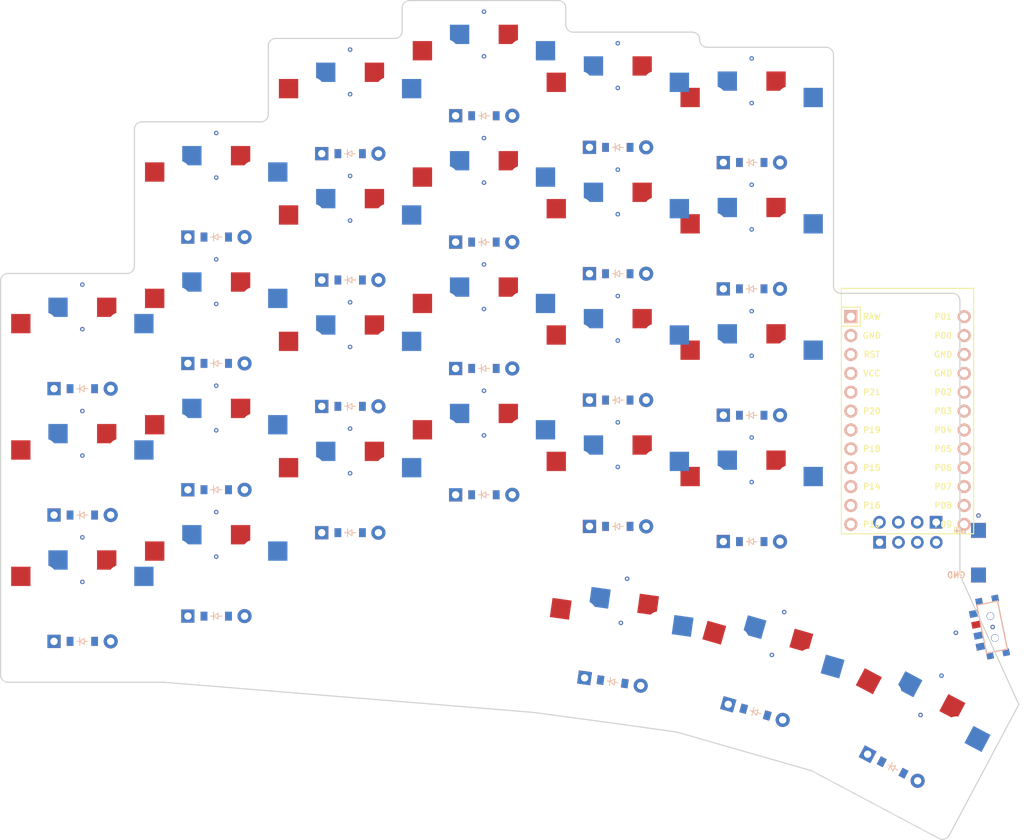
<source format=kicad_pcb>

            
(kicad_pcb (version 20171130) (host pcbnew 5.1.6)

  (page A3)
  (title_block
    (title splitty_boy)
    (rev v1.0.0)
    (company Unknown)
  )

  (general
    (thickness 1.6)
  )

  (layers
    (0 F.Cu signal)
    (31 B.Cu signal)
    (32 B.Adhes user)
    (33 F.Adhes user)
    (34 B.Paste user)
    (35 F.Paste user)
    (36 B.SilkS user)
    (37 F.SilkS user)
    (38 B.Mask user)
    (39 F.Mask user)
    (40 Dwgs.User user)
    (41 Cmts.User user)
    (42 Eco1.User user)
    (43 Eco2.User user)
    (44 Edge.Cuts user)
    (45 Margin user)
    (46 B.CrtYd user)
    (47 F.CrtYd user)
    (48 B.Fab user)
    (49 F.Fab user)
  )

  (setup
    (last_trace_width 0.25)
    (trace_clearance 0.2)
    (zone_clearance 0.508)
    (zone_45_only no)
    (trace_min 0.2)
    (via_size 0.8)
    (via_drill 0.4)
    (via_min_size 0.4)
    (via_min_drill 0.3)
    (uvia_size 0.3)
    (uvia_drill 0.1)
    (uvias_allowed no)
    (uvia_min_size 0.2)
    (uvia_min_drill 0.1)
    (edge_width 0.05)
    (segment_width 0.2)
    (pcb_text_width 0.3)
    (pcb_text_size 1.5 1.5)
    (mod_edge_width 0.12)
    (mod_text_size 1 1)
    (mod_text_width 0.15)
    (pad_size 1.524 1.524)
    (pad_drill 0.762)
    (pad_to_mask_clearance 0.05)
    (aux_axis_origin 0 0)
    (visible_elements FFFFFF7F)
    (pcbplotparams
      (layerselection 0x010fc_ffffffff)
      (usegerberextensions false)
      (usegerberattributes true)
      (usegerberadvancedattributes true)
      (creategerberjobfile true)
      (excludeedgelayer true)
      (linewidth 0.100000)
      (plotframeref false)
      (viasonmask false)
      (mode 1)
      (useauxorigin false)
      (hpglpennumber 1)
      (hpglpenspeed 20)
      (hpglpendiameter 15.000000)
      (psnegative false)
      (psa4output false)
      (plotreference true)
      (plotvalue true)
      (plotinvisibletext false)
      (padsonsilk false)
      (subtractmaskfromsilk false)
      (outputformat 1)
      (mirror false)
      (drillshape 1)
      (scaleselection 1)
      (outputdirectory ""))
  )

            (net 0 "")
(net 1 "P4")
(net 2 "shifty_bottom")
(net 3 "shifty_home")
(net 4 "shifty_top")
(net 5 "P5")
(net 6 "pinky_bottom")
(net 7 "pinky_home")
(net 8 "pinky_top")
(net 9 "pinky_numbers")
(net 10 "P6")
(net 11 "ring_bottom")
(net 12 "ring_home")
(net 13 "ring_top")
(net 14 "ring_numbers")
(net 15 "P7")
(net 16 "middle_bottom")
(net 17 "middle_home")
(net 18 "middle_top")
(net 19 "middle_numbers")
(net 20 "P8")
(net 21 "index_bottom")
(net 22 "index_home")
(net 23 "index_top")
(net 24 "index_numbers")
(net 25 "P9")
(net 26 "inner_bottom")
(net 27 "inner_home")
(net 28 "inner_top")
(net 29 "inner_numbers")
(net 30 "inny_fan")
(net 31 "tucky_fan")
(net 32 "reachy_fan")
(net 33 "P18")
(net 34 "P19")
(net 35 "P20")
(net 36 "P21")
(net 37 "P16")
(net 38 "RAW")
(net 39 "B+")
(net 40 "GND")
(net 41 "VCC")
(net 42 "P2")
(net 43 "P3")
(net 44 "RST")
(net 45 "P15")
(net 46 "P14")
(net 47 "P10")
(net 48 "P1")
(net 49 "P0")
            
  (net_class Default "This is the default net class."
    (clearance 0.2)
    (trace_width 0.25)
    (via_dia 0.8)
    (via_drill 0.4)
    (uvia_dia 0.3)
    (uvia_drill 0.1)
    (add_net "")
(add_net "P4")
(add_net "shifty_bottom")
(add_net "shifty_home")
(add_net "shifty_top")
(add_net "P5")
(add_net "pinky_bottom")
(add_net "pinky_home")
(add_net "pinky_top")
(add_net "pinky_numbers")
(add_net "P6")
(add_net "ring_bottom")
(add_net "ring_home")
(add_net "ring_top")
(add_net "ring_numbers")
(add_net "P7")
(add_net "middle_bottom")
(add_net "middle_home")
(add_net "middle_top")
(add_net "middle_numbers")
(add_net "P8")
(add_net "index_bottom")
(add_net "index_home")
(add_net "index_top")
(add_net "index_numbers")
(add_net "P9")
(add_net "inner_bottom")
(add_net "inner_home")
(add_net "inner_top")
(add_net "inner_numbers")
(add_net "inny_fan")
(add_net "tucky_fan")
(add_net "reachy_fan")
(add_net "P18")
(add_net "P19")
(add_net "P20")
(add_net "P21")
(add_net "P16")
(add_net "RAW")
(add_net "B+")
(add_net "GND")
(add_net "VCC")
(add_net "P2")
(add_net "P3")
(add_net "RST")
(add_net "P15")
(add_net "P14")
(add_net "P10")
(add_net "P1")
(add_net "P0")
  )

            
        
      (module PG1350 (layer F.Cu) (tedit 5DD50112)
      (at 0 0 0)

      
      (fp_text reference "S1" (at 0 0) (layer F.SilkS) hide (effects (font (size 1.27 1.27) (thickness 0.15))))
      (fp_text value "" (at 0 0) (layer F.SilkS) hide (effects (font (size 1.27 1.27) (thickness 0.15))))

      
      (fp_line (start -7 -6) (end -7 -7) (layer Dwgs.User) (width 0.15))
      (fp_line (start -7 7) (end -6 7) (layer Dwgs.User) (width 0.15))
      (fp_line (start -6 -7) (end -7 -7) (layer Dwgs.User) (width 0.15))
      (fp_line (start -7 7) (end -7 6) (layer Dwgs.User) (width 0.15))
      (fp_line (start 7 6) (end 7 7) (layer Dwgs.User) (width 0.15))
      (fp_line (start 7 -7) (end 6 -7) (layer Dwgs.User) (width 0.15))
      (fp_line (start 6 7) (end 7 7) (layer Dwgs.User) (width 0.15))
      (fp_line (start 7 -7) (end 7 -6) (layer Dwgs.User) (width 0.15))      
      
      
      (pad "" np_thru_hole circle (at 0 0) (size 3.429 3.429) (drill 3.429) (layers *.Cu *.Mask))
        
      
      (pad "" np_thru_hole circle (at 5.5 0) (size 1.7018 1.7018) (drill 1.7018) (layers *.Cu *.Mask))
      (pad "" np_thru_hole circle (at -5.5 0) (size 1.7018 1.7018) (drill 1.7018) (layers *.Cu *.Mask))
      
        
      
      (fp_line (start -9 -8.5) (end 9 -8.5) (layer Dwgs.User) (width 0.15))
      (fp_line (start 9 -8.5) (end 9 8.5) (layer Dwgs.User) (width 0.15))
      (fp_line (start 9 8.5) (end -9 8.5) (layer Dwgs.User) (width 0.15))
      (fp_line (start -9 8.5) (end -9 -8.5) (layer Dwgs.User) (width 0.15))
      
        
          
          (pad "" np_thru_hole circle (at 5 -3.75) (size 3 3) (drill 3) (layers *.Cu *.Mask))
          (pad "" np_thru_hole circle (at 0 -5.95) (size 3 3) (drill 3) (layers *.Cu *.Mask))
      
          
          (pad 1 smd rect (at -3.275 -5.95 0) (size 2.6 2.6) (layers B.Cu B.Paste B.Mask)  (net 1 "P4"))
          (pad 2 smd rect (at 8.275 -3.75 0) (size 2.6 2.6) (layers B.Cu B.Paste B.Mask)  (net 2 "shifty_bottom"))
        
        
          
          (pad "" np_thru_hole circle (at -5 -3.75) (size 3 3) (drill 3) (layers *.Cu *.Mask))
          (pad "" np_thru_hole circle (at 0 -5.95) (size 3 3) (drill 3) (layers *.Cu *.Mask))
      
          
          (pad 1 smd rect (at 3.275 -5.95 0) (size 2.6 2.6) (layers F.Cu F.Paste F.Mask)  (net 1 "P4"))
          (pad 2 smd rect (at -8.275 -3.75 0) (size 2.6 2.6) (layers F.Cu F.Paste F.Mask)  (net 2 "shifty_bottom"))
        )
        

        
      (module PG1350 (layer F.Cu) (tedit 5DD50112)
      (at 0 -17 0)

      
      (fp_text reference "S2" (at 0 0) (layer F.SilkS) hide (effects (font (size 1.27 1.27) (thickness 0.15))))
      (fp_text value "" (at 0 0) (layer F.SilkS) hide (effects (font (size 1.27 1.27) (thickness 0.15))))

      
      (fp_line (start -7 -6) (end -7 -7) (layer Dwgs.User) (width 0.15))
      (fp_line (start -7 7) (end -6 7) (layer Dwgs.User) (width 0.15))
      (fp_line (start -6 -7) (end -7 -7) (layer Dwgs.User) (width 0.15))
      (fp_line (start -7 7) (end -7 6) (layer Dwgs.User) (width 0.15))
      (fp_line (start 7 6) (end 7 7) (layer Dwgs.User) (width 0.15))
      (fp_line (start 7 -7) (end 6 -7) (layer Dwgs.User) (width 0.15))
      (fp_line (start 6 7) (end 7 7) (layer Dwgs.User) (width 0.15))
      (fp_line (start 7 -7) (end 7 -6) (layer Dwgs.User) (width 0.15))      
      
      
      (pad "" np_thru_hole circle (at 0 0) (size 3.429 3.429) (drill 3.429) (layers *.Cu *.Mask))
        
      
      (pad "" np_thru_hole circle (at 5.5 0) (size 1.7018 1.7018) (drill 1.7018) (layers *.Cu *.Mask))
      (pad "" np_thru_hole circle (at -5.5 0) (size 1.7018 1.7018) (drill 1.7018) (layers *.Cu *.Mask))
      
        
      
      (fp_line (start -9 -8.5) (end 9 -8.5) (layer Dwgs.User) (width 0.15))
      (fp_line (start 9 -8.5) (end 9 8.5) (layer Dwgs.User) (width 0.15))
      (fp_line (start 9 8.5) (end -9 8.5) (layer Dwgs.User) (width 0.15))
      (fp_line (start -9 8.5) (end -9 -8.5) (layer Dwgs.User) (width 0.15))
      
        
          
          (pad "" np_thru_hole circle (at 5 -3.75) (size 3 3) (drill 3) (layers *.Cu *.Mask))
          (pad "" np_thru_hole circle (at 0 -5.95) (size 3 3) (drill 3) (layers *.Cu *.Mask))
      
          
          (pad 1 smd rect (at -3.275 -5.95 0) (size 2.6 2.6) (layers B.Cu B.Paste B.Mask)  (net 1 "P4"))
          (pad 2 smd rect (at 8.275 -3.75 0) (size 2.6 2.6) (layers B.Cu B.Paste B.Mask)  (net 3 "shifty_home"))
        
        
          
          (pad "" np_thru_hole circle (at -5 -3.75) (size 3 3) (drill 3) (layers *.Cu *.Mask))
          (pad "" np_thru_hole circle (at 0 -5.95) (size 3 3) (drill 3) (layers *.Cu *.Mask))
      
          
          (pad 1 smd rect (at 3.275 -5.95 0) (size 2.6 2.6) (layers F.Cu F.Paste F.Mask)  (net 1 "P4"))
          (pad 2 smd rect (at -8.275 -3.75 0) (size 2.6 2.6) (layers F.Cu F.Paste F.Mask)  (net 3 "shifty_home"))
        )
        

        
      (module PG1350 (layer F.Cu) (tedit 5DD50112)
      (at 0 -34 0)

      
      (fp_text reference "S3" (at 0 0) (layer F.SilkS) hide (effects (font (size 1.27 1.27) (thickness 0.15))))
      (fp_text value "" (at 0 0) (layer F.SilkS) hide (effects (font (size 1.27 1.27) (thickness 0.15))))

      
      (fp_line (start -7 -6) (end -7 -7) (layer Dwgs.User) (width 0.15))
      (fp_line (start -7 7) (end -6 7) (layer Dwgs.User) (width 0.15))
      (fp_line (start -6 -7) (end -7 -7) (layer Dwgs.User) (width 0.15))
      (fp_line (start -7 7) (end -7 6) (layer Dwgs.User) (width 0.15))
      (fp_line (start 7 6) (end 7 7) (layer Dwgs.User) (width 0.15))
      (fp_line (start 7 -7) (end 6 -7) (layer Dwgs.User) (width 0.15))
      (fp_line (start 6 7) (end 7 7) (layer Dwgs.User) (width 0.15))
      (fp_line (start 7 -7) (end 7 -6) (layer Dwgs.User) (width 0.15))      
      
      
      (pad "" np_thru_hole circle (at 0 0) (size 3.429 3.429) (drill 3.429) (layers *.Cu *.Mask))
        
      
      (pad "" np_thru_hole circle (at 5.5 0) (size 1.7018 1.7018) (drill 1.7018) (layers *.Cu *.Mask))
      (pad "" np_thru_hole circle (at -5.5 0) (size 1.7018 1.7018) (drill 1.7018) (layers *.Cu *.Mask))
      
        
      
      (fp_line (start -9 -8.5) (end 9 -8.5) (layer Dwgs.User) (width 0.15))
      (fp_line (start 9 -8.5) (end 9 8.5) (layer Dwgs.User) (width 0.15))
      (fp_line (start 9 8.5) (end -9 8.5) (layer Dwgs.User) (width 0.15))
      (fp_line (start -9 8.5) (end -9 -8.5) (layer Dwgs.User) (width 0.15))
      
        
          
          (pad "" np_thru_hole circle (at 5 -3.75) (size 3 3) (drill 3) (layers *.Cu *.Mask))
          (pad "" np_thru_hole circle (at 0 -5.95) (size 3 3) (drill 3) (layers *.Cu *.Mask))
      
          
          (pad 1 smd rect (at -3.275 -5.95 0) (size 2.6 2.6) (layers B.Cu B.Paste B.Mask)  (net 1 "P4"))
          (pad 2 smd rect (at 8.275 -3.75 0) (size 2.6 2.6) (layers B.Cu B.Paste B.Mask)  (net 4 "shifty_top"))
        
        
          
          (pad "" np_thru_hole circle (at -5 -3.75) (size 3 3) (drill 3) (layers *.Cu *.Mask))
          (pad "" np_thru_hole circle (at 0 -5.95) (size 3 3) (drill 3) (layers *.Cu *.Mask))
      
          
          (pad 1 smd rect (at 3.275 -5.95 0) (size 2.6 2.6) (layers F.Cu F.Paste F.Mask)  (net 1 "P4"))
          (pad 2 smd rect (at -8.275 -3.75 0) (size 2.6 2.6) (layers F.Cu F.Paste F.Mask)  (net 4 "shifty_top"))
        )
        

        
      (module PG1350 (layer F.Cu) (tedit 5DD50112)
      (at 18 -3.4 0)

      
      (fp_text reference "S4" (at 0 0) (layer F.SilkS) hide (effects (font (size 1.27 1.27) (thickness 0.15))))
      (fp_text value "" (at 0 0) (layer F.SilkS) hide (effects (font (size 1.27 1.27) (thickness 0.15))))

      
      (fp_line (start -7 -6) (end -7 -7) (layer Dwgs.User) (width 0.15))
      (fp_line (start -7 7) (end -6 7) (layer Dwgs.User) (width 0.15))
      (fp_line (start -6 -7) (end -7 -7) (layer Dwgs.User) (width 0.15))
      (fp_line (start -7 7) (end -7 6) (layer Dwgs.User) (width 0.15))
      (fp_line (start 7 6) (end 7 7) (layer Dwgs.User) (width 0.15))
      (fp_line (start 7 -7) (end 6 -7) (layer Dwgs.User) (width 0.15))
      (fp_line (start 6 7) (end 7 7) (layer Dwgs.User) (width 0.15))
      (fp_line (start 7 -7) (end 7 -6) (layer Dwgs.User) (width 0.15))      
      
      
      (pad "" np_thru_hole circle (at 0 0) (size 3.429 3.429) (drill 3.429) (layers *.Cu *.Mask))
        
      
      (pad "" np_thru_hole circle (at 5.5 0) (size 1.7018 1.7018) (drill 1.7018) (layers *.Cu *.Mask))
      (pad "" np_thru_hole circle (at -5.5 0) (size 1.7018 1.7018) (drill 1.7018) (layers *.Cu *.Mask))
      
        
      
      (fp_line (start -9 -8.5) (end 9 -8.5) (layer Dwgs.User) (width 0.15))
      (fp_line (start 9 -8.5) (end 9 8.5) (layer Dwgs.User) (width 0.15))
      (fp_line (start 9 8.5) (end -9 8.5) (layer Dwgs.User) (width 0.15))
      (fp_line (start -9 8.5) (end -9 -8.5) (layer Dwgs.User) (width 0.15))
      
        
          
          (pad "" np_thru_hole circle (at 5 -3.75) (size 3 3) (drill 3) (layers *.Cu *.Mask))
          (pad "" np_thru_hole circle (at 0 -5.95) (size 3 3) (drill 3) (layers *.Cu *.Mask))
      
          
          (pad 1 smd rect (at -3.275 -5.95 0) (size 2.6 2.6) (layers B.Cu B.Paste B.Mask)  (net 5 "P5"))
          (pad 2 smd rect (at 8.275 -3.75 0) (size 2.6 2.6) (layers B.Cu B.Paste B.Mask)  (net 6 "pinky_bottom"))
        
        
          
          (pad "" np_thru_hole circle (at -5 -3.75) (size 3 3) (drill 3) (layers *.Cu *.Mask))
          (pad "" np_thru_hole circle (at 0 -5.95) (size 3 3) (drill 3) (layers *.Cu *.Mask))
      
          
          (pad 1 smd rect (at 3.275 -5.95 0) (size 2.6 2.6) (layers F.Cu F.Paste F.Mask)  (net 5 "P5"))
          (pad 2 smd rect (at -8.275 -3.75 0) (size 2.6 2.6) (layers F.Cu F.Paste F.Mask)  (net 6 "pinky_bottom"))
        )
        

        
      (module PG1350 (layer F.Cu) (tedit 5DD50112)
      (at 18 -20.4 0)

      
      (fp_text reference "S5" (at 0 0) (layer F.SilkS) hide (effects (font (size 1.27 1.27) (thickness 0.15))))
      (fp_text value "" (at 0 0) (layer F.SilkS) hide (effects (font (size 1.27 1.27) (thickness 0.15))))

      
      (fp_line (start -7 -6) (end -7 -7) (layer Dwgs.User) (width 0.15))
      (fp_line (start -7 7) (end -6 7) (layer Dwgs.User) (width 0.15))
      (fp_line (start -6 -7) (end -7 -7) (layer Dwgs.User) (width 0.15))
      (fp_line (start -7 7) (end -7 6) (layer Dwgs.User) (width 0.15))
      (fp_line (start 7 6) (end 7 7) (layer Dwgs.User) (width 0.15))
      (fp_line (start 7 -7) (end 6 -7) (layer Dwgs.User) (width 0.15))
      (fp_line (start 6 7) (end 7 7) (layer Dwgs.User) (width 0.15))
      (fp_line (start 7 -7) (end 7 -6) (layer Dwgs.User) (width 0.15))      
      
      
      (pad "" np_thru_hole circle (at 0 0) (size 3.429 3.429) (drill 3.429) (layers *.Cu *.Mask))
        
      
      (pad "" np_thru_hole circle (at 5.5 0) (size 1.7018 1.7018) (drill 1.7018) (layers *.Cu *.Mask))
      (pad "" np_thru_hole circle (at -5.5 0) (size 1.7018 1.7018) (drill 1.7018) (layers *.Cu *.Mask))
      
        
      
      (fp_line (start -9 -8.5) (end 9 -8.5) (layer Dwgs.User) (width 0.15))
      (fp_line (start 9 -8.5) (end 9 8.5) (layer Dwgs.User) (width 0.15))
      (fp_line (start 9 8.5) (end -9 8.5) (layer Dwgs.User) (width 0.15))
      (fp_line (start -9 8.5) (end -9 -8.5) (layer Dwgs.User) (width 0.15))
      
        
          
          (pad "" np_thru_hole circle (at 5 -3.75) (size 3 3) (drill 3) (layers *.Cu *.Mask))
          (pad "" np_thru_hole circle (at 0 -5.95) (size 3 3) (drill 3) (layers *.Cu *.Mask))
      
          
          (pad 1 smd rect (at -3.275 -5.95 0) (size 2.6 2.6) (layers B.Cu B.Paste B.Mask)  (net 5 "P5"))
          (pad 2 smd rect (at 8.275 -3.75 0) (size 2.6 2.6) (layers B.Cu B.Paste B.Mask)  (net 7 "pinky_home"))
        
        
          
          (pad "" np_thru_hole circle (at -5 -3.75) (size 3 3) (drill 3) (layers *.Cu *.Mask))
          (pad "" np_thru_hole circle (at 0 -5.95) (size 3 3) (drill 3) (layers *.Cu *.Mask))
      
          
          (pad 1 smd rect (at 3.275 -5.95 0) (size 2.6 2.6) (layers F.Cu F.Paste F.Mask)  (net 5 "P5"))
          (pad 2 smd rect (at -8.275 -3.75 0) (size 2.6 2.6) (layers F.Cu F.Paste F.Mask)  (net 7 "pinky_home"))
        )
        

        
      (module PG1350 (layer F.Cu) (tedit 5DD50112)
      (at 18 -37.4 0)

      
      (fp_text reference "S6" (at 0 0) (layer F.SilkS) hide (effects (font (size 1.27 1.27) (thickness 0.15))))
      (fp_text value "" (at 0 0) (layer F.SilkS) hide (effects (font (size 1.27 1.27) (thickness 0.15))))

      
      (fp_line (start -7 -6) (end -7 -7) (layer Dwgs.User) (width 0.15))
      (fp_line (start -7 7) (end -6 7) (layer Dwgs.User) (width 0.15))
      (fp_line (start -6 -7) (end -7 -7) (layer Dwgs.User) (width 0.15))
      (fp_line (start -7 7) (end -7 6) (layer Dwgs.User) (width 0.15))
      (fp_line (start 7 6) (end 7 7) (layer Dwgs.User) (width 0.15))
      (fp_line (start 7 -7) (end 6 -7) (layer Dwgs.User) (width 0.15))
      (fp_line (start 6 7) (end 7 7) (layer Dwgs.User) (width 0.15))
      (fp_line (start 7 -7) (end 7 -6) (layer Dwgs.User) (width 0.15))      
      
      
      (pad "" np_thru_hole circle (at 0 0) (size 3.429 3.429) (drill 3.429) (layers *.Cu *.Mask))
        
      
      (pad "" np_thru_hole circle (at 5.5 0) (size 1.7018 1.7018) (drill 1.7018) (layers *.Cu *.Mask))
      (pad "" np_thru_hole circle (at -5.5 0) (size 1.7018 1.7018) (drill 1.7018) (layers *.Cu *.Mask))
      
        
      
      (fp_line (start -9 -8.5) (end 9 -8.5) (layer Dwgs.User) (width 0.15))
      (fp_line (start 9 -8.5) (end 9 8.5) (layer Dwgs.User) (width 0.15))
      (fp_line (start 9 8.5) (end -9 8.5) (layer Dwgs.User) (width 0.15))
      (fp_line (start -9 8.5) (end -9 -8.5) (layer Dwgs.User) (width 0.15))
      
        
          
          (pad "" np_thru_hole circle (at 5 -3.75) (size 3 3) (drill 3) (layers *.Cu *.Mask))
          (pad "" np_thru_hole circle (at 0 -5.95) (size 3 3) (drill 3) (layers *.Cu *.Mask))
      
          
          (pad 1 smd rect (at -3.275 -5.95 0) (size 2.6 2.6) (layers B.Cu B.Paste B.Mask)  (net 5 "P5"))
          (pad 2 smd rect (at 8.275 -3.75 0) (size 2.6 2.6) (layers B.Cu B.Paste B.Mask)  (net 8 "pinky_top"))
        
        
          
          (pad "" np_thru_hole circle (at -5 -3.75) (size 3 3) (drill 3) (layers *.Cu *.Mask))
          (pad "" np_thru_hole circle (at 0 -5.95) (size 3 3) (drill 3) (layers *.Cu *.Mask))
      
          
          (pad 1 smd rect (at 3.275 -5.95 0) (size 2.6 2.6) (layers F.Cu F.Paste F.Mask)  (net 5 "P5"))
          (pad 2 smd rect (at -8.275 -3.75 0) (size 2.6 2.6) (layers F.Cu F.Paste F.Mask)  (net 8 "pinky_top"))
        )
        

        
      (module PG1350 (layer F.Cu) (tedit 5DD50112)
      (at 18 -54.4 0)

      
      (fp_text reference "S7" (at 0 0) (layer F.SilkS) hide (effects (font (size 1.27 1.27) (thickness 0.15))))
      (fp_text value "" (at 0 0) (layer F.SilkS) hide (effects (font (size 1.27 1.27) (thickness 0.15))))

      
      (fp_line (start -7 -6) (end -7 -7) (layer Dwgs.User) (width 0.15))
      (fp_line (start -7 7) (end -6 7) (layer Dwgs.User) (width 0.15))
      (fp_line (start -6 -7) (end -7 -7) (layer Dwgs.User) (width 0.15))
      (fp_line (start -7 7) (end -7 6) (layer Dwgs.User) (width 0.15))
      (fp_line (start 7 6) (end 7 7) (layer Dwgs.User) (width 0.15))
      (fp_line (start 7 -7) (end 6 -7) (layer Dwgs.User) (width 0.15))
      (fp_line (start 6 7) (end 7 7) (layer Dwgs.User) (width 0.15))
      (fp_line (start 7 -7) (end 7 -6) (layer Dwgs.User) (width 0.15))      
      
      
      (pad "" np_thru_hole circle (at 0 0) (size 3.429 3.429) (drill 3.429) (layers *.Cu *.Mask))
        
      
      (pad "" np_thru_hole circle (at 5.5 0) (size 1.7018 1.7018) (drill 1.7018) (layers *.Cu *.Mask))
      (pad "" np_thru_hole circle (at -5.5 0) (size 1.7018 1.7018) (drill 1.7018) (layers *.Cu *.Mask))
      
        
      
      (fp_line (start -9 -8.5) (end 9 -8.5) (layer Dwgs.User) (width 0.15))
      (fp_line (start 9 -8.5) (end 9 8.5) (layer Dwgs.User) (width 0.15))
      (fp_line (start 9 8.5) (end -9 8.5) (layer Dwgs.User) (width 0.15))
      (fp_line (start -9 8.5) (end -9 -8.5) (layer Dwgs.User) (width 0.15))
      
        
          
          (pad "" np_thru_hole circle (at 5 -3.75) (size 3 3) (drill 3) (layers *.Cu *.Mask))
          (pad "" np_thru_hole circle (at 0 -5.95) (size 3 3) (drill 3) (layers *.Cu *.Mask))
      
          
          (pad 1 smd rect (at -3.275 -5.95 0) (size 2.6 2.6) (layers B.Cu B.Paste B.Mask)  (net 5 "P5"))
          (pad 2 smd rect (at 8.275 -3.75 0) (size 2.6 2.6) (layers B.Cu B.Paste B.Mask)  (net 9 "pinky_numbers"))
        
        
          
          (pad "" np_thru_hole circle (at -5 -3.75) (size 3 3) (drill 3) (layers *.Cu *.Mask))
          (pad "" np_thru_hole circle (at 0 -5.95) (size 3 3) (drill 3) (layers *.Cu *.Mask))
      
          
          (pad 1 smd rect (at 3.275 -5.95 0) (size 2.6 2.6) (layers F.Cu F.Paste F.Mask)  (net 5 "P5"))
          (pad 2 smd rect (at -8.275 -3.75 0) (size 2.6 2.6) (layers F.Cu F.Paste F.Mask)  (net 9 "pinky_numbers"))
        )
        

        
      (module PG1350 (layer F.Cu) (tedit 5DD50112)
      (at 36 -14.62 0)

      
      (fp_text reference "S8" (at 0 0) (layer F.SilkS) hide (effects (font (size 1.27 1.27) (thickness 0.15))))
      (fp_text value "" (at 0 0) (layer F.SilkS) hide (effects (font (size 1.27 1.27) (thickness 0.15))))

      
      (fp_line (start -7 -6) (end -7 -7) (layer Dwgs.User) (width 0.15))
      (fp_line (start -7 7) (end -6 7) (layer Dwgs.User) (width 0.15))
      (fp_line (start -6 -7) (end -7 -7) (layer Dwgs.User) (width 0.15))
      (fp_line (start -7 7) (end -7 6) (layer Dwgs.User) (width 0.15))
      (fp_line (start 7 6) (end 7 7) (layer Dwgs.User) (width 0.15))
      (fp_line (start 7 -7) (end 6 -7) (layer Dwgs.User) (width 0.15))
      (fp_line (start 6 7) (end 7 7) (layer Dwgs.User) (width 0.15))
      (fp_line (start 7 -7) (end 7 -6) (layer Dwgs.User) (width 0.15))      
      
      
      (pad "" np_thru_hole circle (at 0 0) (size 3.429 3.429) (drill 3.429) (layers *.Cu *.Mask))
        
      
      (pad "" np_thru_hole circle (at 5.5 0) (size 1.7018 1.7018) (drill 1.7018) (layers *.Cu *.Mask))
      (pad "" np_thru_hole circle (at -5.5 0) (size 1.7018 1.7018) (drill 1.7018) (layers *.Cu *.Mask))
      
        
      
      (fp_line (start -9 -8.5) (end 9 -8.5) (layer Dwgs.User) (width 0.15))
      (fp_line (start 9 -8.5) (end 9 8.5) (layer Dwgs.User) (width 0.15))
      (fp_line (start 9 8.5) (end -9 8.5) (layer Dwgs.User) (width 0.15))
      (fp_line (start -9 8.5) (end -9 -8.5) (layer Dwgs.User) (width 0.15))
      
        
          
          (pad "" np_thru_hole circle (at 5 -3.75) (size 3 3) (drill 3) (layers *.Cu *.Mask))
          (pad "" np_thru_hole circle (at 0 -5.95) (size 3 3) (drill 3) (layers *.Cu *.Mask))
      
          
          (pad 1 smd rect (at -3.275 -5.95 0) (size 2.6 2.6) (layers B.Cu B.Paste B.Mask)  (net 10 "P6"))
          (pad 2 smd rect (at 8.275 -3.75 0) (size 2.6 2.6) (layers B.Cu B.Paste B.Mask)  (net 11 "ring_bottom"))
        
        
          
          (pad "" np_thru_hole circle (at -5 -3.75) (size 3 3) (drill 3) (layers *.Cu *.Mask))
          (pad "" np_thru_hole circle (at 0 -5.95) (size 3 3) (drill 3) (layers *.Cu *.Mask))
      
          
          (pad 1 smd rect (at 3.275 -5.95 0) (size 2.6 2.6) (layers F.Cu F.Paste F.Mask)  (net 10 "P6"))
          (pad 2 smd rect (at -8.275 -3.75 0) (size 2.6 2.6) (layers F.Cu F.Paste F.Mask)  (net 11 "ring_bottom"))
        )
        

        
      (module PG1350 (layer F.Cu) (tedit 5DD50112)
      (at 36 -31.619999999999997 0)

      
      (fp_text reference "S9" (at 0 0) (layer F.SilkS) hide (effects (font (size 1.27 1.27) (thickness 0.15))))
      (fp_text value "" (at 0 0) (layer F.SilkS) hide (effects (font (size 1.27 1.27) (thickness 0.15))))

      
      (fp_line (start -7 -6) (end -7 -7) (layer Dwgs.User) (width 0.15))
      (fp_line (start -7 7) (end -6 7) (layer Dwgs.User) (width 0.15))
      (fp_line (start -6 -7) (end -7 -7) (layer Dwgs.User) (width 0.15))
      (fp_line (start -7 7) (end -7 6) (layer Dwgs.User) (width 0.15))
      (fp_line (start 7 6) (end 7 7) (layer Dwgs.User) (width 0.15))
      (fp_line (start 7 -7) (end 6 -7) (layer Dwgs.User) (width 0.15))
      (fp_line (start 6 7) (end 7 7) (layer Dwgs.User) (width 0.15))
      (fp_line (start 7 -7) (end 7 -6) (layer Dwgs.User) (width 0.15))      
      
      
      (pad "" np_thru_hole circle (at 0 0) (size 3.429 3.429) (drill 3.429) (layers *.Cu *.Mask))
        
      
      (pad "" np_thru_hole circle (at 5.5 0) (size 1.7018 1.7018) (drill 1.7018) (layers *.Cu *.Mask))
      (pad "" np_thru_hole circle (at -5.5 0) (size 1.7018 1.7018) (drill 1.7018) (layers *.Cu *.Mask))
      
        
      
      (fp_line (start -9 -8.5) (end 9 -8.5) (layer Dwgs.User) (width 0.15))
      (fp_line (start 9 -8.5) (end 9 8.5) (layer Dwgs.User) (width 0.15))
      (fp_line (start 9 8.5) (end -9 8.5) (layer Dwgs.User) (width 0.15))
      (fp_line (start -9 8.5) (end -9 -8.5) (layer Dwgs.User) (width 0.15))
      
        
          
          (pad "" np_thru_hole circle (at 5 -3.75) (size 3 3) (drill 3) (layers *.Cu *.Mask))
          (pad "" np_thru_hole circle (at 0 -5.95) (size 3 3) (drill 3) (layers *.Cu *.Mask))
      
          
          (pad 1 smd rect (at -3.275 -5.95 0) (size 2.6 2.6) (layers B.Cu B.Paste B.Mask)  (net 10 "P6"))
          (pad 2 smd rect (at 8.275 -3.75 0) (size 2.6 2.6) (layers B.Cu B.Paste B.Mask)  (net 12 "ring_home"))
        
        
          
          (pad "" np_thru_hole circle (at -5 -3.75) (size 3 3) (drill 3) (layers *.Cu *.Mask))
          (pad "" np_thru_hole circle (at 0 -5.95) (size 3 3) (drill 3) (layers *.Cu *.Mask))
      
          
          (pad 1 smd rect (at 3.275 -5.95 0) (size 2.6 2.6) (layers F.Cu F.Paste F.Mask)  (net 10 "P6"))
          (pad 2 smd rect (at -8.275 -3.75 0) (size 2.6 2.6) (layers F.Cu F.Paste F.Mask)  (net 12 "ring_home"))
        )
        

        
      (module PG1350 (layer F.Cu) (tedit 5DD50112)
      (at 36 -48.62 0)

      
      (fp_text reference "S10" (at 0 0) (layer F.SilkS) hide (effects (font (size 1.27 1.27) (thickness 0.15))))
      (fp_text value "" (at 0 0) (layer F.SilkS) hide (effects (font (size 1.27 1.27) (thickness 0.15))))

      
      (fp_line (start -7 -6) (end -7 -7) (layer Dwgs.User) (width 0.15))
      (fp_line (start -7 7) (end -6 7) (layer Dwgs.User) (width 0.15))
      (fp_line (start -6 -7) (end -7 -7) (layer Dwgs.User) (width 0.15))
      (fp_line (start -7 7) (end -7 6) (layer Dwgs.User) (width 0.15))
      (fp_line (start 7 6) (end 7 7) (layer Dwgs.User) (width 0.15))
      (fp_line (start 7 -7) (end 6 -7) (layer Dwgs.User) (width 0.15))
      (fp_line (start 6 7) (end 7 7) (layer Dwgs.User) (width 0.15))
      (fp_line (start 7 -7) (end 7 -6) (layer Dwgs.User) (width 0.15))      
      
      
      (pad "" np_thru_hole circle (at 0 0) (size 3.429 3.429) (drill 3.429) (layers *.Cu *.Mask))
        
      
      (pad "" np_thru_hole circle (at 5.5 0) (size 1.7018 1.7018) (drill 1.7018) (layers *.Cu *.Mask))
      (pad "" np_thru_hole circle (at -5.5 0) (size 1.7018 1.7018) (drill 1.7018) (layers *.Cu *.Mask))
      
        
      
      (fp_line (start -9 -8.5) (end 9 -8.5) (layer Dwgs.User) (width 0.15))
      (fp_line (start 9 -8.5) (end 9 8.5) (layer Dwgs.User) (width 0.15))
      (fp_line (start 9 8.5) (end -9 8.5) (layer Dwgs.User) (width 0.15))
      (fp_line (start -9 8.5) (end -9 -8.5) (layer Dwgs.User) (width 0.15))
      
        
          
          (pad "" np_thru_hole circle (at 5 -3.75) (size 3 3) (drill 3) (layers *.Cu *.Mask))
          (pad "" np_thru_hole circle (at 0 -5.95) (size 3 3) (drill 3) (layers *.Cu *.Mask))
      
          
          (pad 1 smd rect (at -3.275 -5.95 0) (size 2.6 2.6) (layers B.Cu B.Paste B.Mask)  (net 10 "P6"))
          (pad 2 smd rect (at 8.275 -3.75 0) (size 2.6 2.6) (layers B.Cu B.Paste B.Mask)  (net 13 "ring_top"))
        
        
          
          (pad "" np_thru_hole circle (at -5 -3.75) (size 3 3) (drill 3) (layers *.Cu *.Mask))
          (pad "" np_thru_hole circle (at 0 -5.95) (size 3 3) (drill 3) (layers *.Cu *.Mask))
      
          
          (pad 1 smd rect (at 3.275 -5.95 0) (size 2.6 2.6) (layers F.Cu F.Paste F.Mask)  (net 10 "P6"))
          (pad 2 smd rect (at -8.275 -3.75 0) (size 2.6 2.6) (layers F.Cu F.Paste F.Mask)  (net 13 "ring_top"))
        )
        

        
      (module PG1350 (layer F.Cu) (tedit 5DD50112)
      (at 36 -65.62 0)

      
      (fp_text reference "S11" (at 0 0) (layer F.SilkS) hide (effects (font (size 1.27 1.27) (thickness 0.15))))
      (fp_text value "" (at 0 0) (layer F.SilkS) hide (effects (font (size 1.27 1.27) (thickness 0.15))))

      
      (fp_line (start -7 -6) (end -7 -7) (layer Dwgs.User) (width 0.15))
      (fp_line (start -7 7) (end -6 7) (layer Dwgs.User) (width 0.15))
      (fp_line (start -6 -7) (end -7 -7) (layer Dwgs.User) (width 0.15))
      (fp_line (start -7 7) (end -7 6) (layer Dwgs.User) (width 0.15))
      (fp_line (start 7 6) (end 7 7) (layer Dwgs.User) (width 0.15))
      (fp_line (start 7 -7) (end 6 -7) (layer Dwgs.User) (width 0.15))
      (fp_line (start 6 7) (end 7 7) (layer Dwgs.User) (width 0.15))
      (fp_line (start 7 -7) (end 7 -6) (layer Dwgs.User) (width 0.15))      
      
      
      (pad "" np_thru_hole circle (at 0 0) (size 3.429 3.429) (drill 3.429) (layers *.Cu *.Mask))
        
      
      (pad "" np_thru_hole circle (at 5.5 0) (size 1.7018 1.7018) (drill 1.7018) (layers *.Cu *.Mask))
      (pad "" np_thru_hole circle (at -5.5 0) (size 1.7018 1.7018) (drill 1.7018) (layers *.Cu *.Mask))
      
        
      
      (fp_line (start -9 -8.5) (end 9 -8.5) (layer Dwgs.User) (width 0.15))
      (fp_line (start 9 -8.5) (end 9 8.5) (layer Dwgs.User) (width 0.15))
      (fp_line (start 9 8.5) (end -9 8.5) (layer Dwgs.User) (width 0.15))
      (fp_line (start -9 8.5) (end -9 -8.5) (layer Dwgs.User) (width 0.15))
      
        
          
          (pad "" np_thru_hole circle (at 5 -3.75) (size 3 3) (drill 3) (layers *.Cu *.Mask))
          (pad "" np_thru_hole circle (at 0 -5.95) (size 3 3) (drill 3) (layers *.Cu *.Mask))
      
          
          (pad 1 smd rect (at -3.275 -5.95 0) (size 2.6 2.6) (layers B.Cu B.Paste B.Mask)  (net 10 "P6"))
          (pad 2 smd rect (at 8.275 -3.75 0) (size 2.6 2.6) (layers B.Cu B.Paste B.Mask)  (net 14 "ring_numbers"))
        
        
          
          (pad "" np_thru_hole circle (at -5 -3.75) (size 3 3) (drill 3) (layers *.Cu *.Mask))
          (pad "" np_thru_hole circle (at 0 -5.95) (size 3 3) (drill 3) (layers *.Cu *.Mask))
      
          
          (pad 1 smd rect (at 3.275 -5.95 0) (size 2.6 2.6) (layers F.Cu F.Paste F.Mask)  (net 10 "P6"))
          (pad 2 smd rect (at -8.275 -3.75 0) (size 2.6 2.6) (layers F.Cu F.Paste F.Mask)  (net 14 "ring_numbers"))
        )
        

        
      (module PG1350 (layer F.Cu) (tedit 5DD50112)
      (at 54 -19.72 0)

      
      (fp_text reference "S12" (at 0 0) (layer F.SilkS) hide (effects (font (size 1.27 1.27) (thickness 0.15))))
      (fp_text value "" (at 0 0) (layer F.SilkS) hide (effects (font (size 1.27 1.27) (thickness 0.15))))

      
      (fp_line (start -7 -6) (end -7 -7) (layer Dwgs.User) (width 0.15))
      (fp_line (start -7 7) (end -6 7) (layer Dwgs.User) (width 0.15))
      (fp_line (start -6 -7) (end -7 -7) (layer Dwgs.User) (width 0.15))
      (fp_line (start -7 7) (end -7 6) (layer Dwgs.User) (width 0.15))
      (fp_line (start 7 6) (end 7 7) (layer Dwgs.User) (width 0.15))
      (fp_line (start 7 -7) (end 6 -7) (layer Dwgs.User) (width 0.15))
      (fp_line (start 6 7) (end 7 7) (layer Dwgs.User) (width 0.15))
      (fp_line (start 7 -7) (end 7 -6) (layer Dwgs.User) (width 0.15))      
      
      
      (pad "" np_thru_hole circle (at 0 0) (size 3.429 3.429) (drill 3.429) (layers *.Cu *.Mask))
        
      
      (pad "" np_thru_hole circle (at 5.5 0) (size 1.7018 1.7018) (drill 1.7018) (layers *.Cu *.Mask))
      (pad "" np_thru_hole circle (at -5.5 0) (size 1.7018 1.7018) (drill 1.7018) (layers *.Cu *.Mask))
      
        
      
      (fp_line (start -9 -8.5) (end 9 -8.5) (layer Dwgs.User) (width 0.15))
      (fp_line (start 9 -8.5) (end 9 8.5) (layer Dwgs.User) (width 0.15))
      (fp_line (start 9 8.5) (end -9 8.5) (layer Dwgs.User) (width 0.15))
      (fp_line (start -9 8.5) (end -9 -8.5) (layer Dwgs.User) (width 0.15))
      
        
          
          (pad "" np_thru_hole circle (at 5 -3.75) (size 3 3) (drill 3) (layers *.Cu *.Mask))
          (pad "" np_thru_hole circle (at 0 -5.95) (size 3 3) (drill 3) (layers *.Cu *.Mask))
      
          
          (pad 1 smd rect (at -3.275 -5.95 0) (size 2.6 2.6) (layers B.Cu B.Paste B.Mask)  (net 15 "P7"))
          (pad 2 smd rect (at 8.275 -3.75 0) (size 2.6 2.6) (layers B.Cu B.Paste B.Mask)  (net 16 "middle_bottom"))
        
        
          
          (pad "" np_thru_hole circle (at -5 -3.75) (size 3 3) (drill 3) (layers *.Cu *.Mask))
          (pad "" np_thru_hole circle (at 0 -5.95) (size 3 3) (drill 3) (layers *.Cu *.Mask))
      
          
          (pad 1 smd rect (at 3.275 -5.95 0) (size 2.6 2.6) (layers F.Cu F.Paste F.Mask)  (net 15 "P7"))
          (pad 2 smd rect (at -8.275 -3.75 0) (size 2.6 2.6) (layers F.Cu F.Paste F.Mask)  (net 16 "middle_bottom"))
        )
        

        
      (module PG1350 (layer F.Cu) (tedit 5DD50112)
      (at 54 -36.72 0)

      
      (fp_text reference "S13" (at 0 0) (layer F.SilkS) hide (effects (font (size 1.27 1.27) (thickness 0.15))))
      (fp_text value "" (at 0 0) (layer F.SilkS) hide (effects (font (size 1.27 1.27) (thickness 0.15))))

      
      (fp_line (start -7 -6) (end -7 -7) (layer Dwgs.User) (width 0.15))
      (fp_line (start -7 7) (end -6 7) (layer Dwgs.User) (width 0.15))
      (fp_line (start -6 -7) (end -7 -7) (layer Dwgs.User) (width 0.15))
      (fp_line (start -7 7) (end -7 6) (layer Dwgs.User) (width 0.15))
      (fp_line (start 7 6) (end 7 7) (layer Dwgs.User) (width 0.15))
      (fp_line (start 7 -7) (end 6 -7) (layer Dwgs.User) (width 0.15))
      (fp_line (start 6 7) (end 7 7) (layer Dwgs.User) (width 0.15))
      (fp_line (start 7 -7) (end 7 -6) (layer Dwgs.User) (width 0.15))      
      
      
      (pad "" np_thru_hole circle (at 0 0) (size 3.429 3.429) (drill 3.429) (layers *.Cu *.Mask))
        
      
      (pad "" np_thru_hole circle (at 5.5 0) (size 1.7018 1.7018) (drill 1.7018) (layers *.Cu *.Mask))
      (pad "" np_thru_hole circle (at -5.5 0) (size 1.7018 1.7018) (drill 1.7018) (layers *.Cu *.Mask))
      
        
      
      (fp_line (start -9 -8.5) (end 9 -8.5) (layer Dwgs.User) (width 0.15))
      (fp_line (start 9 -8.5) (end 9 8.5) (layer Dwgs.User) (width 0.15))
      (fp_line (start 9 8.5) (end -9 8.5) (layer Dwgs.User) (width 0.15))
      (fp_line (start -9 8.5) (end -9 -8.5) (layer Dwgs.User) (width 0.15))
      
        
          
          (pad "" np_thru_hole circle (at 5 -3.75) (size 3 3) (drill 3) (layers *.Cu *.Mask))
          (pad "" np_thru_hole circle (at 0 -5.95) (size 3 3) (drill 3) (layers *.Cu *.Mask))
      
          
          (pad 1 smd rect (at -3.275 -5.95 0) (size 2.6 2.6) (layers B.Cu B.Paste B.Mask)  (net 15 "P7"))
          (pad 2 smd rect (at 8.275 -3.75 0) (size 2.6 2.6) (layers B.Cu B.Paste B.Mask)  (net 17 "middle_home"))
        
        
          
          (pad "" np_thru_hole circle (at -5 -3.75) (size 3 3) (drill 3) (layers *.Cu *.Mask))
          (pad "" np_thru_hole circle (at 0 -5.95) (size 3 3) (drill 3) (layers *.Cu *.Mask))
      
          
          (pad 1 smd rect (at 3.275 -5.95 0) (size 2.6 2.6) (layers F.Cu F.Paste F.Mask)  (net 15 "P7"))
          (pad 2 smd rect (at -8.275 -3.75 0) (size 2.6 2.6) (layers F.Cu F.Paste F.Mask)  (net 17 "middle_home"))
        )
        

        
      (module PG1350 (layer F.Cu) (tedit 5DD50112)
      (at 54 -53.72 0)

      
      (fp_text reference "S14" (at 0 0) (layer F.SilkS) hide (effects (font (size 1.27 1.27) (thickness 0.15))))
      (fp_text value "" (at 0 0) (layer F.SilkS) hide (effects (font (size 1.27 1.27) (thickness 0.15))))

      
      (fp_line (start -7 -6) (end -7 -7) (layer Dwgs.User) (width 0.15))
      (fp_line (start -7 7) (end -6 7) (layer Dwgs.User) (width 0.15))
      (fp_line (start -6 -7) (end -7 -7) (layer Dwgs.User) (width 0.15))
      (fp_line (start -7 7) (end -7 6) (layer Dwgs.User) (width 0.15))
      (fp_line (start 7 6) (end 7 7) (layer Dwgs.User) (width 0.15))
      (fp_line (start 7 -7) (end 6 -7) (layer Dwgs.User) (width 0.15))
      (fp_line (start 6 7) (end 7 7) (layer Dwgs.User) (width 0.15))
      (fp_line (start 7 -7) (end 7 -6) (layer Dwgs.User) (width 0.15))      
      
      
      (pad "" np_thru_hole circle (at 0 0) (size 3.429 3.429) (drill 3.429) (layers *.Cu *.Mask))
        
      
      (pad "" np_thru_hole circle (at 5.5 0) (size 1.7018 1.7018) (drill 1.7018) (layers *.Cu *.Mask))
      (pad "" np_thru_hole circle (at -5.5 0) (size 1.7018 1.7018) (drill 1.7018) (layers *.Cu *.Mask))
      
        
      
      (fp_line (start -9 -8.5) (end 9 -8.5) (layer Dwgs.User) (width 0.15))
      (fp_line (start 9 -8.5) (end 9 8.5) (layer Dwgs.User) (width 0.15))
      (fp_line (start 9 8.5) (end -9 8.5) (layer Dwgs.User) (width 0.15))
      (fp_line (start -9 8.5) (end -9 -8.5) (layer Dwgs.User) (width 0.15))
      
        
          
          (pad "" np_thru_hole circle (at 5 -3.75) (size 3 3) (drill 3) (layers *.Cu *.Mask))
          (pad "" np_thru_hole circle (at 0 -5.95) (size 3 3) (drill 3) (layers *.Cu *.Mask))
      
          
          (pad 1 smd rect (at -3.275 -5.95 0) (size 2.6 2.6) (layers B.Cu B.Paste B.Mask)  (net 15 "P7"))
          (pad 2 smd rect (at 8.275 -3.75 0) (size 2.6 2.6) (layers B.Cu B.Paste B.Mask)  (net 18 "middle_top"))
        
        
          
          (pad "" np_thru_hole circle (at -5 -3.75) (size 3 3) (drill 3) (layers *.Cu *.Mask))
          (pad "" np_thru_hole circle (at 0 -5.95) (size 3 3) (drill 3) (layers *.Cu *.Mask))
      
          
          (pad 1 smd rect (at 3.275 -5.95 0) (size 2.6 2.6) (layers F.Cu F.Paste F.Mask)  (net 15 "P7"))
          (pad 2 smd rect (at -8.275 -3.75 0) (size 2.6 2.6) (layers F.Cu F.Paste F.Mask)  (net 18 "middle_top"))
        )
        

        
      (module PG1350 (layer F.Cu) (tedit 5DD50112)
      (at 54 -70.72 0)

      
      (fp_text reference "S15" (at 0 0) (layer F.SilkS) hide (effects (font (size 1.27 1.27) (thickness 0.15))))
      (fp_text value "" (at 0 0) (layer F.SilkS) hide (effects (font (size 1.27 1.27) (thickness 0.15))))

      
      (fp_line (start -7 -6) (end -7 -7) (layer Dwgs.User) (width 0.15))
      (fp_line (start -7 7) (end -6 7) (layer Dwgs.User) (width 0.15))
      (fp_line (start -6 -7) (end -7 -7) (layer Dwgs.User) (width 0.15))
      (fp_line (start -7 7) (end -7 6) (layer Dwgs.User) (width 0.15))
      (fp_line (start 7 6) (end 7 7) (layer Dwgs.User) (width 0.15))
      (fp_line (start 7 -7) (end 6 -7) (layer Dwgs.User) (width 0.15))
      (fp_line (start 6 7) (end 7 7) (layer Dwgs.User) (width 0.15))
      (fp_line (start 7 -7) (end 7 -6) (layer Dwgs.User) (width 0.15))      
      
      
      (pad "" np_thru_hole circle (at 0 0) (size 3.429 3.429) (drill 3.429) (layers *.Cu *.Mask))
        
      
      (pad "" np_thru_hole circle (at 5.5 0) (size 1.7018 1.7018) (drill 1.7018) (layers *.Cu *.Mask))
      (pad "" np_thru_hole circle (at -5.5 0) (size 1.7018 1.7018) (drill 1.7018) (layers *.Cu *.Mask))
      
        
      
      (fp_line (start -9 -8.5) (end 9 -8.5) (layer Dwgs.User) (width 0.15))
      (fp_line (start 9 -8.5) (end 9 8.5) (layer Dwgs.User) (width 0.15))
      (fp_line (start 9 8.5) (end -9 8.5) (layer Dwgs.User) (width 0.15))
      (fp_line (start -9 8.5) (end -9 -8.5) (layer Dwgs.User) (width 0.15))
      
        
          
          (pad "" np_thru_hole circle (at 5 -3.75) (size 3 3) (drill 3) (layers *.Cu *.Mask))
          (pad "" np_thru_hole circle (at 0 -5.95) (size 3 3) (drill 3) (layers *.Cu *.Mask))
      
          
          (pad 1 smd rect (at -3.275 -5.95 0) (size 2.6 2.6) (layers B.Cu B.Paste B.Mask)  (net 15 "P7"))
          (pad 2 smd rect (at 8.275 -3.75 0) (size 2.6 2.6) (layers B.Cu B.Paste B.Mask)  (net 19 "middle_numbers"))
        
        
          
          (pad "" np_thru_hole circle (at -5 -3.75) (size 3 3) (drill 3) (layers *.Cu *.Mask))
          (pad "" np_thru_hole circle (at 0 -5.95) (size 3 3) (drill 3) (layers *.Cu *.Mask))
      
          
          (pad 1 smd rect (at 3.275 -5.95 0) (size 2.6 2.6) (layers F.Cu F.Paste F.Mask)  (net 15 "P7"))
          (pad 2 smd rect (at -8.275 -3.75 0) (size 2.6 2.6) (layers F.Cu F.Paste F.Mask)  (net 19 "middle_numbers"))
        )
        

        
      (module PG1350 (layer F.Cu) (tedit 5DD50112)
      (at 72 -15.47 0)

      
      (fp_text reference "S16" (at 0 0) (layer F.SilkS) hide (effects (font (size 1.27 1.27) (thickness 0.15))))
      (fp_text value "" (at 0 0) (layer F.SilkS) hide (effects (font (size 1.27 1.27) (thickness 0.15))))

      
      (fp_line (start -7 -6) (end -7 -7) (layer Dwgs.User) (width 0.15))
      (fp_line (start -7 7) (end -6 7) (layer Dwgs.User) (width 0.15))
      (fp_line (start -6 -7) (end -7 -7) (layer Dwgs.User) (width 0.15))
      (fp_line (start -7 7) (end -7 6) (layer Dwgs.User) (width 0.15))
      (fp_line (start 7 6) (end 7 7) (layer Dwgs.User) (width 0.15))
      (fp_line (start 7 -7) (end 6 -7) (layer Dwgs.User) (width 0.15))
      (fp_line (start 6 7) (end 7 7) (layer Dwgs.User) (width 0.15))
      (fp_line (start 7 -7) (end 7 -6) (layer Dwgs.User) (width 0.15))      
      
      
      (pad "" np_thru_hole circle (at 0 0) (size 3.429 3.429) (drill 3.429) (layers *.Cu *.Mask))
        
      
      (pad "" np_thru_hole circle (at 5.5 0) (size 1.7018 1.7018) (drill 1.7018) (layers *.Cu *.Mask))
      (pad "" np_thru_hole circle (at -5.5 0) (size 1.7018 1.7018) (drill 1.7018) (layers *.Cu *.Mask))
      
        
      
      (fp_line (start -9 -8.5) (end 9 -8.5) (layer Dwgs.User) (width 0.15))
      (fp_line (start 9 -8.5) (end 9 8.5) (layer Dwgs.User) (width 0.15))
      (fp_line (start 9 8.5) (end -9 8.5) (layer Dwgs.User) (width 0.15))
      (fp_line (start -9 8.5) (end -9 -8.5) (layer Dwgs.User) (width 0.15))
      
        
          
          (pad "" np_thru_hole circle (at 5 -3.75) (size 3 3) (drill 3) (layers *.Cu *.Mask))
          (pad "" np_thru_hole circle (at 0 -5.95) (size 3 3) (drill 3) (layers *.Cu *.Mask))
      
          
          (pad 1 smd rect (at -3.275 -5.95 0) (size 2.6 2.6) (layers B.Cu B.Paste B.Mask)  (net 20 "P8"))
          (pad 2 smd rect (at 8.275 -3.75 0) (size 2.6 2.6) (layers B.Cu B.Paste B.Mask)  (net 21 "index_bottom"))
        
        
          
          (pad "" np_thru_hole circle (at -5 -3.75) (size 3 3) (drill 3) (layers *.Cu *.Mask))
          (pad "" np_thru_hole circle (at 0 -5.95) (size 3 3) (drill 3) (layers *.Cu *.Mask))
      
          
          (pad 1 smd rect (at 3.275 -5.95 0) (size 2.6 2.6) (layers F.Cu F.Paste F.Mask)  (net 20 "P8"))
          (pad 2 smd rect (at -8.275 -3.75 0) (size 2.6 2.6) (layers F.Cu F.Paste F.Mask)  (net 21 "index_bottom"))
        )
        

        
      (module PG1350 (layer F.Cu) (tedit 5DD50112)
      (at 72 -32.47 0)

      
      (fp_text reference "S17" (at 0 0) (layer F.SilkS) hide (effects (font (size 1.27 1.27) (thickness 0.15))))
      (fp_text value "" (at 0 0) (layer F.SilkS) hide (effects (font (size 1.27 1.27) (thickness 0.15))))

      
      (fp_line (start -7 -6) (end -7 -7) (layer Dwgs.User) (width 0.15))
      (fp_line (start -7 7) (end -6 7) (layer Dwgs.User) (width 0.15))
      (fp_line (start -6 -7) (end -7 -7) (layer Dwgs.User) (width 0.15))
      (fp_line (start -7 7) (end -7 6) (layer Dwgs.User) (width 0.15))
      (fp_line (start 7 6) (end 7 7) (layer Dwgs.User) (width 0.15))
      (fp_line (start 7 -7) (end 6 -7) (layer Dwgs.User) (width 0.15))
      (fp_line (start 6 7) (end 7 7) (layer Dwgs.User) (width 0.15))
      (fp_line (start 7 -7) (end 7 -6) (layer Dwgs.User) (width 0.15))      
      
      
      (pad "" np_thru_hole circle (at 0 0) (size 3.429 3.429) (drill 3.429) (layers *.Cu *.Mask))
        
      
      (pad "" np_thru_hole circle (at 5.5 0) (size 1.7018 1.7018) (drill 1.7018) (layers *.Cu *.Mask))
      (pad "" np_thru_hole circle (at -5.5 0) (size 1.7018 1.7018) (drill 1.7018) (layers *.Cu *.Mask))
      
        
      
      (fp_line (start -9 -8.5) (end 9 -8.5) (layer Dwgs.User) (width 0.15))
      (fp_line (start 9 -8.5) (end 9 8.5) (layer Dwgs.User) (width 0.15))
      (fp_line (start 9 8.5) (end -9 8.5) (layer Dwgs.User) (width 0.15))
      (fp_line (start -9 8.5) (end -9 -8.5) (layer Dwgs.User) (width 0.15))
      
        
          
          (pad "" np_thru_hole circle (at 5 -3.75) (size 3 3) (drill 3) (layers *.Cu *.Mask))
          (pad "" np_thru_hole circle (at 0 -5.95) (size 3 3) (drill 3) (layers *.Cu *.Mask))
      
          
          (pad 1 smd rect (at -3.275 -5.95 0) (size 2.6 2.6) (layers B.Cu B.Paste B.Mask)  (net 20 "P8"))
          (pad 2 smd rect (at 8.275 -3.75 0) (size 2.6 2.6) (layers B.Cu B.Paste B.Mask)  (net 22 "index_home"))
        
        
          
          (pad "" np_thru_hole circle (at -5 -3.75) (size 3 3) (drill 3) (layers *.Cu *.Mask))
          (pad "" np_thru_hole circle (at 0 -5.95) (size 3 3) (drill 3) (layers *.Cu *.Mask))
      
          
          (pad 1 smd rect (at 3.275 -5.95 0) (size 2.6 2.6) (layers F.Cu F.Paste F.Mask)  (net 20 "P8"))
          (pad 2 smd rect (at -8.275 -3.75 0) (size 2.6 2.6) (layers F.Cu F.Paste F.Mask)  (net 22 "index_home"))
        )
        

        
      (module PG1350 (layer F.Cu) (tedit 5DD50112)
      (at 72 -49.47 0)

      
      (fp_text reference "S18" (at 0 0) (layer F.SilkS) hide (effects (font (size 1.27 1.27) (thickness 0.15))))
      (fp_text value "" (at 0 0) (layer F.SilkS) hide (effects (font (size 1.27 1.27) (thickness 0.15))))

      
      (fp_line (start -7 -6) (end -7 -7) (layer Dwgs.User) (width 0.15))
      (fp_line (start -7 7) (end -6 7) (layer Dwgs.User) (width 0.15))
      (fp_line (start -6 -7) (end -7 -7) (layer Dwgs.User) (width 0.15))
      (fp_line (start -7 7) (end -7 6) (layer Dwgs.User) (width 0.15))
      (fp_line (start 7 6) (end 7 7) (layer Dwgs.User) (width 0.15))
      (fp_line (start 7 -7) (end 6 -7) (layer Dwgs.User) (width 0.15))
      (fp_line (start 6 7) (end 7 7) (layer Dwgs.User) (width 0.15))
      (fp_line (start 7 -7) (end 7 -6) (layer Dwgs.User) (width 0.15))      
      
      
      (pad "" np_thru_hole circle (at 0 0) (size 3.429 3.429) (drill 3.429) (layers *.Cu *.Mask))
        
      
      (pad "" np_thru_hole circle (at 5.5 0) (size 1.7018 1.7018) (drill 1.7018) (layers *.Cu *.Mask))
      (pad "" np_thru_hole circle (at -5.5 0) (size 1.7018 1.7018) (drill 1.7018) (layers *.Cu *.Mask))
      
        
      
      (fp_line (start -9 -8.5) (end 9 -8.5) (layer Dwgs.User) (width 0.15))
      (fp_line (start 9 -8.5) (end 9 8.5) (layer Dwgs.User) (width 0.15))
      (fp_line (start 9 8.5) (end -9 8.5) (layer Dwgs.User) (width 0.15))
      (fp_line (start -9 8.5) (end -9 -8.5) (layer Dwgs.User) (width 0.15))
      
        
          
          (pad "" np_thru_hole circle (at 5 -3.75) (size 3 3) (drill 3) (layers *.Cu *.Mask))
          (pad "" np_thru_hole circle (at 0 -5.95) (size 3 3) (drill 3) (layers *.Cu *.Mask))
      
          
          (pad 1 smd rect (at -3.275 -5.95 0) (size 2.6 2.6) (layers B.Cu B.Paste B.Mask)  (net 20 "P8"))
          (pad 2 smd rect (at 8.275 -3.75 0) (size 2.6 2.6) (layers B.Cu B.Paste B.Mask)  (net 23 "index_top"))
        
        
          
          (pad "" np_thru_hole circle (at -5 -3.75) (size 3 3) (drill 3) (layers *.Cu *.Mask))
          (pad "" np_thru_hole circle (at 0 -5.95) (size 3 3) (drill 3) (layers *.Cu *.Mask))
      
          
          (pad 1 smd rect (at 3.275 -5.95 0) (size 2.6 2.6) (layers F.Cu F.Paste F.Mask)  (net 20 "P8"))
          (pad 2 smd rect (at -8.275 -3.75 0) (size 2.6 2.6) (layers F.Cu F.Paste F.Mask)  (net 23 "index_top"))
        )
        

        
      (module PG1350 (layer F.Cu) (tedit 5DD50112)
      (at 72 -66.47 0)

      
      (fp_text reference "S19" (at 0 0) (layer F.SilkS) hide (effects (font (size 1.27 1.27) (thickness 0.15))))
      (fp_text value "" (at 0 0) (layer F.SilkS) hide (effects (font (size 1.27 1.27) (thickness 0.15))))

      
      (fp_line (start -7 -6) (end -7 -7) (layer Dwgs.User) (width 0.15))
      (fp_line (start -7 7) (end -6 7) (layer Dwgs.User) (width 0.15))
      (fp_line (start -6 -7) (end -7 -7) (layer Dwgs.User) (width 0.15))
      (fp_line (start -7 7) (end -7 6) (layer Dwgs.User) (width 0.15))
      (fp_line (start 7 6) (end 7 7) (layer Dwgs.User) (width 0.15))
      (fp_line (start 7 -7) (end 6 -7) (layer Dwgs.User) (width 0.15))
      (fp_line (start 6 7) (end 7 7) (layer Dwgs.User) (width 0.15))
      (fp_line (start 7 -7) (end 7 -6) (layer Dwgs.User) (width 0.15))      
      
      
      (pad "" np_thru_hole circle (at 0 0) (size 3.429 3.429) (drill 3.429) (layers *.Cu *.Mask))
        
      
      (pad "" np_thru_hole circle (at 5.5 0) (size 1.7018 1.7018) (drill 1.7018) (layers *.Cu *.Mask))
      (pad "" np_thru_hole circle (at -5.5 0) (size 1.7018 1.7018) (drill 1.7018) (layers *.Cu *.Mask))
      
        
      
      (fp_line (start -9 -8.5) (end 9 -8.5) (layer Dwgs.User) (width 0.15))
      (fp_line (start 9 -8.5) (end 9 8.5) (layer Dwgs.User) (width 0.15))
      (fp_line (start 9 8.5) (end -9 8.5) (layer Dwgs.User) (width 0.15))
      (fp_line (start -9 8.5) (end -9 -8.5) (layer Dwgs.User) (width 0.15))
      
        
          
          (pad "" np_thru_hole circle (at 5 -3.75) (size 3 3) (drill 3) (layers *.Cu *.Mask))
          (pad "" np_thru_hole circle (at 0 -5.95) (size 3 3) (drill 3) (layers *.Cu *.Mask))
      
          
          (pad 1 smd rect (at -3.275 -5.95 0) (size 2.6 2.6) (layers B.Cu B.Paste B.Mask)  (net 20 "P8"))
          (pad 2 smd rect (at 8.275 -3.75 0) (size 2.6 2.6) (layers B.Cu B.Paste B.Mask)  (net 24 "index_numbers"))
        
        
          
          (pad "" np_thru_hole circle (at -5 -3.75) (size 3 3) (drill 3) (layers *.Cu *.Mask))
          (pad "" np_thru_hole circle (at 0 -5.95) (size 3 3) (drill 3) (layers *.Cu *.Mask))
      
          
          (pad 1 smd rect (at 3.275 -5.95 0) (size 2.6 2.6) (layers F.Cu F.Paste F.Mask)  (net 20 "P8"))
          (pad 2 smd rect (at -8.275 -3.75 0) (size 2.6 2.6) (layers F.Cu F.Paste F.Mask)  (net 24 "index_numbers"))
        )
        

        
      (module PG1350 (layer F.Cu) (tedit 5DD50112)
      (at 90 -13.43 0)

      
      (fp_text reference "S20" (at 0 0) (layer F.SilkS) hide (effects (font (size 1.27 1.27) (thickness 0.15))))
      (fp_text value "" (at 0 0) (layer F.SilkS) hide (effects (font (size 1.27 1.27) (thickness 0.15))))

      
      (fp_line (start -7 -6) (end -7 -7) (layer Dwgs.User) (width 0.15))
      (fp_line (start -7 7) (end -6 7) (layer Dwgs.User) (width 0.15))
      (fp_line (start -6 -7) (end -7 -7) (layer Dwgs.User) (width 0.15))
      (fp_line (start -7 7) (end -7 6) (layer Dwgs.User) (width 0.15))
      (fp_line (start 7 6) (end 7 7) (layer Dwgs.User) (width 0.15))
      (fp_line (start 7 -7) (end 6 -7) (layer Dwgs.User) (width 0.15))
      (fp_line (start 6 7) (end 7 7) (layer Dwgs.User) (width 0.15))
      (fp_line (start 7 -7) (end 7 -6) (layer Dwgs.User) (width 0.15))      
      
      
      (pad "" np_thru_hole circle (at 0 0) (size 3.429 3.429) (drill 3.429) (layers *.Cu *.Mask))
        
      
      (pad "" np_thru_hole circle (at 5.5 0) (size 1.7018 1.7018) (drill 1.7018) (layers *.Cu *.Mask))
      (pad "" np_thru_hole circle (at -5.5 0) (size 1.7018 1.7018) (drill 1.7018) (layers *.Cu *.Mask))
      
        
      
      (fp_line (start -9 -8.5) (end 9 -8.5) (layer Dwgs.User) (width 0.15))
      (fp_line (start 9 -8.5) (end 9 8.5) (layer Dwgs.User) (width 0.15))
      (fp_line (start 9 8.5) (end -9 8.5) (layer Dwgs.User) (width 0.15))
      (fp_line (start -9 8.5) (end -9 -8.5) (layer Dwgs.User) (width 0.15))
      
        
          
          (pad "" np_thru_hole circle (at 5 -3.75) (size 3 3) (drill 3) (layers *.Cu *.Mask))
          (pad "" np_thru_hole circle (at 0 -5.95) (size 3 3) (drill 3) (layers *.Cu *.Mask))
      
          
          (pad 1 smd rect (at -3.275 -5.95 0) (size 2.6 2.6) (layers B.Cu B.Paste B.Mask)  (net 25 "P9"))
          (pad 2 smd rect (at 8.275 -3.75 0) (size 2.6 2.6) (layers B.Cu B.Paste B.Mask)  (net 26 "inner_bottom"))
        
        
          
          (pad "" np_thru_hole circle (at -5 -3.75) (size 3 3) (drill 3) (layers *.Cu *.Mask))
          (pad "" np_thru_hole circle (at 0 -5.95) (size 3 3) (drill 3) (layers *.Cu *.Mask))
      
          
          (pad 1 smd rect (at 3.275 -5.95 0) (size 2.6 2.6) (layers F.Cu F.Paste F.Mask)  (net 25 "P9"))
          (pad 2 smd rect (at -8.275 -3.75 0) (size 2.6 2.6) (layers F.Cu F.Paste F.Mask)  (net 26 "inner_bottom"))
        )
        

        
      (module PG1350 (layer F.Cu) (tedit 5DD50112)
      (at 90 -30.43 0)

      
      (fp_text reference "S21" (at 0 0) (layer F.SilkS) hide (effects (font (size 1.27 1.27) (thickness 0.15))))
      (fp_text value "" (at 0 0) (layer F.SilkS) hide (effects (font (size 1.27 1.27) (thickness 0.15))))

      
      (fp_line (start -7 -6) (end -7 -7) (layer Dwgs.User) (width 0.15))
      (fp_line (start -7 7) (end -6 7) (layer Dwgs.User) (width 0.15))
      (fp_line (start -6 -7) (end -7 -7) (layer Dwgs.User) (width 0.15))
      (fp_line (start -7 7) (end -7 6) (layer Dwgs.User) (width 0.15))
      (fp_line (start 7 6) (end 7 7) (layer Dwgs.User) (width 0.15))
      (fp_line (start 7 -7) (end 6 -7) (layer Dwgs.User) (width 0.15))
      (fp_line (start 6 7) (end 7 7) (layer Dwgs.User) (width 0.15))
      (fp_line (start 7 -7) (end 7 -6) (layer Dwgs.User) (width 0.15))      
      
      
      (pad "" np_thru_hole circle (at 0 0) (size 3.429 3.429) (drill 3.429) (layers *.Cu *.Mask))
        
      
      (pad "" np_thru_hole circle (at 5.5 0) (size 1.7018 1.7018) (drill 1.7018) (layers *.Cu *.Mask))
      (pad "" np_thru_hole circle (at -5.5 0) (size 1.7018 1.7018) (drill 1.7018) (layers *.Cu *.Mask))
      
        
      
      (fp_line (start -9 -8.5) (end 9 -8.5) (layer Dwgs.User) (width 0.15))
      (fp_line (start 9 -8.5) (end 9 8.5) (layer Dwgs.User) (width 0.15))
      (fp_line (start 9 8.5) (end -9 8.5) (layer Dwgs.User) (width 0.15))
      (fp_line (start -9 8.5) (end -9 -8.5) (layer Dwgs.User) (width 0.15))
      
        
          
          (pad "" np_thru_hole circle (at 5 -3.75) (size 3 3) (drill 3) (layers *.Cu *.Mask))
          (pad "" np_thru_hole circle (at 0 -5.95) (size 3 3) (drill 3) (layers *.Cu *.Mask))
      
          
          (pad 1 smd rect (at -3.275 -5.95 0) (size 2.6 2.6) (layers B.Cu B.Paste B.Mask)  (net 25 "P9"))
          (pad 2 smd rect (at 8.275 -3.75 0) (size 2.6 2.6) (layers B.Cu B.Paste B.Mask)  (net 27 "inner_home"))
        
        
          
          (pad "" np_thru_hole circle (at -5 -3.75) (size 3 3) (drill 3) (layers *.Cu *.Mask))
          (pad "" np_thru_hole circle (at 0 -5.95) (size 3 3) (drill 3) (layers *.Cu *.Mask))
      
          
          (pad 1 smd rect (at 3.275 -5.95 0) (size 2.6 2.6) (layers F.Cu F.Paste F.Mask)  (net 25 "P9"))
          (pad 2 smd rect (at -8.275 -3.75 0) (size 2.6 2.6) (layers F.Cu F.Paste F.Mask)  (net 27 "inner_home"))
        )
        

        
      (module PG1350 (layer F.Cu) (tedit 5DD50112)
      (at 90 -47.43 0)

      
      (fp_text reference "S22" (at 0 0) (layer F.SilkS) hide (effects (font (size 1.27 1.27) (thickness 0.15))))
      (fp_text value "" (at 0 0) (layer F.SilkS) hide (effects (font (size 1.27 1.27) (thickness 0.15))))

      
      (fp_line (start -7 -6) (end -7 -7) (layer Dwgs.User) (width 0.15))
      (fp_line (start -7 7) (end -6 7) (layer Dwgs.User) (width 0.15))
      (fp_line (start -6 -7) (end -7 -7) (layer Dwgs.User) (width 0.15))
      (fp_line (start -7 7) (end -7 6) (layer Dwgs.User) (width 0.15))
      (fp_line (start 7 6) (end 7 7) (layer Dwgs.User) (width 0.15))
      (fp_line (start 7 -7) (end 6 -7) (layer Dwgs.User) (width 0.15))
      (fp_line (start 6 7) (end 7 7) (layer Dwgs.User) (width 0.15))
      (fp_line (start 7 -7) (end 7 -6) (layer Dwgs.User) (width 0.15))      
      
      
      (pad "" np_thru_hole circle (at 0 0) (size 3.429 3.429) (drill 3.429) (layers *.Cu *.Mask))
        
      
      (pad "" np_thru_hole circle (at 5.5 0) (size 1.7018 1.7018) (drill 1.7018) (layers *.Cu *.Mask))
      (pad "" np_thru_hole circle (at -5.5 0) (size 1.7018 1.7018) (drill 1.7018) (layers *.Cu *.Mask))
      
        
      
      (fp_line (start -9 -8.5) (end 9 -8.5) (layer Dwgs.User) (width 0.15))
      (fp_line (start 9 -8.5) (end 9 8.5) (layer Dwgs.User) (width 0.15))
      (fp_line (start 9 8.5) (end -9 8.5) (layer Dwgs.User) (width 0.15))
      (fp_line (start -9 8.5) (end -9 -8.5) (layer Dwgs.User) (width 0.15))
      
        
          
          (pad "" np_thru_hole circle (at 5 -3.75) (size 3 3) (drill 3) (layers *.Cu *.Mask))
          (pad "" np_thru_hole circle (at 0 -5.95) (size 3 3) (drill 3) (layers *.Cu *.Mask))
      
          
          (pad 1 smd rect (at -3.275 -5.95 0) (size 2.6 2.6) (layers B.Cu B.Paste B.Mask)  (net 25 "P9"))
          (pad 2 smd rect (at 8.275 -3.75 0) (size 2.6 2.6) (layers B.Cu B.Paste B.Mask)  (net 28 "inner_top"))
        
        
          
          (pad "" np_thru_hole circle (at -5 -3.75) (size 3 3) (drill 3) (layers *.Cu *.Mask))
          (pad "" np_thru_hole circle (at 0 -5.95) (size 3 3) (drill 3) (layers *.Cu *.Mask))
      
          
          (pad 1 smd rect (at 3.275 -5.95 0) (size 2.6 2.6) (layers F.Cu F.Paste F.Mask)  (net 25 "P9"))
          (pad 2 smd rect (at -8.275 -3.75 0) (size 2.6 2.6) (layers F.Cu F.Paste F.Mask)  (net 28 "inner_top"))
        )
        

        
      (module PG1350 (layer F.Cu) (tedit 5DD50112)
      (at 90 -64.43 0)

      
      (fp_text reference "S23" (at 0 0) (layer F.SilkS) hide (effects (font (size 1.27 1.27) (thickness 0.15))))
      (fp_text value "" (at 0 0) (layer F.SilkS) hide (effects (font (size 1.27 1.27) (thickness 0.15))))

      
      (fp_line (start -7 -6) (end -7 -7) (layer Dwgs.User) (width 0.15))
      (fp_line (start -7 7) (end -6 7) (layer Dwgs.User) (width 0.15))
      (fp_line (start -6 -7) (end -7 -7) (layer Dwgs.User) (width 0.15))
      (fp_line (start -7 7) (end -7 6) (layer Dwgs.User) (width 0.15))
      (fp_line (start 7 6) (end 7 7) (layer Dwgs.User) (width 0.15))
      (fp_line (start 7 -7) (end 6 -7) (layer Dwgs.User) (width 0.15))
      (fp_line (start 6 7) (end 7 7) (layer Dwgs.User) (width 0.15))
      (fp_line (start 7 -7) (end 7 -6) (layer Dwgs.User) (width 0.15))      
      
      
      (pad "" np_thru_hole circle (at 0 0) (size 3.429 3.429) (drill 3.429) (layers *.Cu *.Mask))
        
      
      (pad "" np_thru_hole circle (at 5.5 0) (size 1.7018 1.7018) (drill 1.7018) (layers *.Cu *.Mask))
      (pad "" np_thru_hole circle (at -5.5 0) (size 1.7018 1.7018) (drill 1.7018) (layers *.Cu *.Mask))
      
        
      
      (fp_line (start -9 -8.5) (end 9 -8.5) (layer Dwgs.User) (width 0.15))
      (fp_line (start 9 -8.5) (end 9 8.5) (layer Dwgs.User) (width 0.15))
      (fp_line (start 9 8.5) (end -9 8.5) (layer Dwgs.User) (width 0.15))
      (fp_line (start -9 8.5) (end -9 -8.5) (layer Dwgs.User) (width 0.15))
      
        
          
          (pad "" np_thru_hole circle (at 5 -3.75) (size 3 3) (drill 3) (layers *.Cu *.Mask))
          (pad "" np_thru_hole circle (at 0 -5.95) (size 3 3) (drill 3) (layers *.Cu *.Mask))
      
          
          (pad 1 smd rect (at -3.275 -5.95 0) (size 2.6 2.6) (layers B.Cu B.Paste B.Mask)  (net 25 "P9"))
          (pad 2 smd rect (at 8.275 -3.75 0) (size 2.6 2.6) (layers B.Cu B.Paste B.Mask)  (net 29 "inner_numbers"))
        
        
          
          (pad "" np_thru_hole circle (at -5 -3.75) (size 3 3) (drill 3) (layers *.Cu *.Mask))
          (pad "" np_thru_hole circle (at 0 -5.95) (size 3 3) (drill 3) (layers *.Cu *.Mask))
      
          
          (pad 1 smd rect (at 3.275 -5.95 0) (size 2.6 2.6) (layers F.Cu F.Paste F.Mask)  (net 25 "P9"))
          (pad 2 smd rect (at -8.275 -3.75 0) (size 2.6 2.6) (layers F.Cu F.Paste F.Mask)  (net 29 "inner_numbers"))
        )
        

        
      (module PG1350 (layer F.Cu) (tedit 5DD50112)
      (at 72 5.484999999999998 -8)

      
      (fp_text reference "S24" (at 0 0) (layer F.SilkS) hide (effects (font (size 1.27 1.27) (thickness 0.15))))
      (fp_text value "" (at 0 0) (layer F.SilkS) hide (effects (font (size 1.27 1.27) (thickness 0.15))))

      
      (fp_line (start -7 -6) (end -7 -7) (layer Dwgs.User) (width 0.15))
      (fp_line (start -7 7) (end -6 7) (layer Dwgs.User) (width 0.15))
      (fp_line (start -6 -7) (end -7 -7) (layer Dwgs.User) (width 0.15))
      (fp_line (start -7 7) (end -7 6) (layer Dwgs.User) (width 0.15))
      (fp_line (start 7 6) (end 7 7) (layer Dwgs.User) (width 0.15))
      (fp_line (start 7 -7) (end 6 -7) (layer Dwgs.User) (width 0.15))
      (fp_line (start 6 7) (end 7 7) (layer Dwgs.User) (width 0.15))
      (fp_line (start 7 -7) (end 7 -6) (layer Dwgs.User) (width 0.15))      
      
      
      (pad "" np_thru_hole circle (at 0 0) (size 3.429 3.429) (drill 3.429) (layers *.Cu *.Mask))
        
      
      (pad "" np_thru_hole circle (at 5.5 0) (size 1.7018 1.7018) (drill 1.7018) (layers *.Cu *.Mask))
      (pad "" np_thru_hole circle (at -5.5 0) (size 1.7018 1.7018) (drill 1.7018) (layers *.Cu *.Mask))
      
        
      
      (fp_line (start -9 -8.5) (end 9 -8.5) (layer Dwgs.User) (width 0.15))
      (fp_line (start 9 -8.5) (end 9 8.5) (layer Dwgs.User) (width 0.15))
      (fp_line (start 9 8.5) (end -9 8.5) (layer Dwgs.User) (width 0.15))
      (fp_line (start -9 8.5) (end -9 -8.5) (layer Dwgs.User) (width 0.15))
      
        
          
          (pad "" np_thru_hole circle (at 5 -3.75) (size 3 3) (drill 3) (layers *.Cu *.Mask))
          (pad "" np_thru_hole circle (at 0 -5.95) (size 3 3) (drill 3) (layers *.Cu *.Mask))
      
          
          (pad 1 smd rect (at -3.275 -5.95 -8) (size 2.6 2.6) (layers B.Cu B.Paste B.Mask)  (net 15 "P7"))
          (pad 2 smd rect (at 8.275 -3.75 -8) (size 2.6 2.6) (layers B.Cu B.Paste B.Mask)  (net 30 "inny_fan"))
        
        
          
          (pad "" np_thru_hole circle (at -5 -3.75) (size 3 3) (drill 3) (layers *.Cu *.Mask))
          (pad "" np_thru_hole circle (at 0 -5.95) (size 3 3) (drill 3) (layers *.Cu *.Mask))
      
          
          (pad 1 smd rect (at 3.275 -5.95 -8) (size 2.6 2.6) (layers F.Cu F.Paste F.Mask)  (net 15 "P7"))
          (pad 2 smd rect (at -8.275 -3.75 -8) (size 2.6 2.6) (layers F.Cu F.Paste F.Mask)  (net 30 "inny_fan"))
        )
        

        
      (module PG1350 (layer F.Cu) (tedit 5DD50112)
      (at 91.88814300000001 9.712355299999995 -16)

      
      (fp_text reference "S25" (at 0 0) (layer F.SilkS) hide (effects (font (size 1.27 1.27) (thickness 0.15))))
      (fp_text value "" (at 0 0) (layer F.SilkS) hide (effects (font (size 1.27 1.27) (thickness 0.15))))

      
      (fp_line (start -7 -6) (end -7 -7) (layer Dwgs.User) (width 0.15))
      (fp_line (start -7 7) (end -6 7) (layer Dwgs.User) (width 0.15))
      (fp_line (start -6 -7) (end -7 -7) (layer Dwgs.User) (width 0.15))
      (fp_line (start -7 7) (end -7 6) (layer Dwgs.User) (width 0.15))
      (fp_line (start 7 6) (end 7 7) (layer Dwgs.User) (width 0.15))
      (fp_line (start 7 -7) (end 6 -7) (layer Dwgs.User) (width 0.15))
      (fp_line (start 6 7) (end 7 7) (layer Dwgs.User) (width 0.15))
      (fp_line (start 7 -7) (end 7 -6) (layer Dwgs.User) (width 0.15))      
      
      
      (pad "" np_thru_hole circle (at 0 0) (size 3.429 3.429) (drill 3.429) (layers *.Cu *.Mask))
        
      
      (pad "" np_thru_hole circle (at 5.5 0) (size 1.7018 1.7018) (drill 1.7018) (layers *.Cu *.Mask))
      (pad "" np_thru_hole circle (at -5.5 0) (size 1.7018 1.7018) (drill 1.7018) (layers *.Cu *.Mask))
      
        
      
      (fp_line (start -9 -8.5) (end 9 -8.5) (layer Dwgs.User) (width 0.15))
      (fp_line (start 9 -8.5) (end 9 8.5) (layer Dwgs.User) (width 0.15))
      (fp_line (start 9 8.5) (end -9 8.5) (layer Dwgs.User) (width 0.15))
      (fp_line (start -9 8.5) (end -9 -8.5) (layer Dwgs.User) (width 0.15))
      
        
          
          (pad "" np_thru_hole circle (at 5 -3.75) (size 3 3) (drill 3) (layers *.Cu *.Mask))
          (pad "" np_thru_hole circle (at 0 -5.95) (size 3 3) (drill 3) (layers *.Cu *.Mask))
      
          
          (pad 1 smd rect (at -3.275 -5.95 -16) (size 2.6 2.6) (layers B.Cu B.Paste B.Mask)  (net 20 "P8"))
          (pad 2 smd rect (at 8.275 -3.75 -16) (size 2.6 2.6) (layers B.Cu B.Paste B.Mask)  (net 31 "tucky_fan"))
        
        
          
          (pad "" np_thru_hole circle (at -5 -3.75) (size 3 3) (drill 3) (layers *.Cu *.Mask))
          (pad "" np_thru_hole circle (at 0 -5.95) (size 3 3) (drill 3) (layers *.Cu *.Mask))
      
          
          (pad 1 smd rect (at 3.275 -5.95 -16) (size 2.6 2.6) (layers F.Cu F.Paste F.Mask)  (net 20 "P8"))
          (pad 2 smd rect (at -8.275 -3.75 -16) (size 2.6 2.6) (layers F.Cu F.Paste F.Mask)  (net 31 "tucky_fan"))
        )
        

        
      (module PG1350 (layer F.Cu) (tedit 5DD50112)
      (at 111.3005073 17.555459499999998 -28)

      
      (fp_text reference "S26" (at 0 0) (layer F.SilkS) hide (effects (font (size 1.27 1.27) (thickness 0.15))))
      (fp_text value "" (at 0 0) (layer F.SilkS) hide (effects (font (size 1.27 1.27) (thickness 0.15))))

      
      (fp_line (start -7 -6) (end -7 -7) (layer Dwgs.User) (width 0.15))
      (fp_line (start -7 7) (end -6 7) (layer Dwgs.User) (width 0.15))
      (fp_line (start -6 -7) (end -7 -7) (layer Dwgs.User) (width 0.15))
      (fp_line (start -7 7) (end -7 6) (layer Dwgs.User) (width 0.15))
      (fp_line (start 7 6) (end 7 7) (layer Dwgs.User) (width 0.15))
      (fp_line (start 7 -7) (end 6 -7) (layer Dwgs.User) (width 0.15))
      (fp_line (start 6 7) (end 7 7) (layer Dwgs.User) (width 0.15))
      (fp_line (start 7 -7) (end 7 -6) (layer Dwgs.User) (width 0.15))      
      
      
      (pad "" np_thru_hole circle (at 0 0) (size 3.429 3.429) (drill 3.429) (layers *.Cu *.Mask))
        
      
      (pad "" np_thru_hole circle (at 5.5 0) (size 1.7018 1.7018) (drill 1.7018) (layers *.Cu *.Mask))
      (pad "" np_thru_hole circle (at -5.5 0) (size 1.7018 1.7018) (drill 1.7018) (layers *.Cu *.Mask))
      
        
      
      (fp_line (start -9 -8.5) (end 9 -8.5) (layer Dwgs.User) (width 0.15))
      (fp_line (start 9 -8.5) (end 9 8.5) (layer Dwgs.User) (width 0.15))
      (fp_line (start 9 8.5) (end -9 8.5) (layer Dwgs.User) (width 0.15))
      (fp_line (start -9 8.5) (end -9 -8.5) (layer Dwgs.User) (width 0.15))
      
        
          
          (pad "" np_thru_hole circle (at 5 -3.75) (size 3 3) (drill 3) (layers *.Cu *.Mask))
          (pad "" np_thru_hole circle (at 0 -5.95) (size 3 3) (drill 3) (layers *.Cu *.Mask))
      
          
          (pad 1 smd rect (at -3.275 -5.95 -28) (size 2.6 2.6) (layers B.Cu B.Paste B.Mask)  (net 25 "P9"))
          (pad 2 smd rect (at 8.275 -3.75 -28) (size 2.6 2.6) (layers B.Cu B.Paste B.Mask)  (net 32 "reachy_fan"))
        
        
          
          (pad "" np_thru_hole circle (at -5 -3.75) (size 3 3) (drill 3) (layers *.Cu *.Mask))
          (pad "" np_thru_hole circle (at 0 -5.95) (size 3 3) (drill 3) (layers *.Cu *.Mask))
      
          
          (pad 1 smd rect (at 3.275 -5.95 -28) (size 2.6 2.6) (layers F.Cu F.Paste F.Mask)  (net 25 "P9"))
          (pad 2 smd rect (at -8.275 -3.75 -28) (size 2.6 2.6) (layers F.Cu F.Paste F.Mask)  (net 32 "reachy_fan"))
        )
        

      (module VIA-0.6mm (layer F.Cu) (tedit 591DBFB0)
      (at 0 -3 0)   
      
      (fp_text reference REF** (at 0 1.4) (layer F.SilkS) hide (effects (font (size 1 1) (thickness 0.15))))
      (fp_text value VIA-0.6mm (at 0 -1.4) (layer F.Fab) hide (effects (font (size 1 1) (thickness 0.15))))

      
      (pad 1 thru_hole circle (at 0 0) (size 0.6 0.6) (drill 0.3) (layers *.Cu) (zone_connect 2) (net 2 "shifty_bottom"))
      )
    

      (module VIA-0.6mm (layer F.Cu) (tedit 591DBFB0)
      (at 0 -20 0)   
      
      (fp_text reference REF** (at 0 1.4) (layer F.SilkS) hide (effects (font (size 1 1) (thickness 0.15))))
      (fp_text value VIA-0.6mm (at 0 -1.4) (layer F.Fab) hide (effects (font (size 1 1) (thickness 0.15))))

      
      (pad 1 thru_hole circle (at 0 0) (size 0.6 0.6) (drill 0.3) (layers *.Cu) (zone_connect 2) (net 3 "shifty_home"))
      )
    

      (module VIA-0.6mm (layer F.Cu) (tedit 591DBFB0)
      (at 0 -37 0)   
      
      (fp_text reference REF** (at 0 1.4) (layer F.SilkS) hide (effects (font (size 1 1) (thickness 0.15))))
      (fp_text value VIA-0.6mm (at 0 -1.4) (layer F.Fab) hide (effects (font (size 1 1) (thickness 0.15))))

      
      (pad 1 thru_hole circle (at 0 0) (size 0.6 0.6) (drill 0.3) (layers *.Cu) (zone_connect 2) (net 4 "shifty_top"))
      )
    

      (module VIA-0.6mm (layer F.Cu) (tedit 591DBFB0)
      (at 18 -6.4 0)   
      
      (fp_text reference REF** (at 0 1.4) (layer F.SilkS) hide (effects (font (size 1 1) (thickness 0.15))))
      (fp_text value VIA-0.6mm (at 0 -1.4) (layer F.Fab) hide (effects (font (size 1 1) (thickness 0.15))))

      
      (pad 1 thru_hole circle (at 0 0) (size 0.6 0.6) (drill 0.3) (layers *.Cu) (zone_connect 2) (net 6 "pinky_bottom"))
      )
    

      (module VIA-0.6mm (layer F.Cu) (tedit 591DBFB0)
      (at 18 -23.4 0)   
      
      (fp_text reference REF** (at 0 1.4) (layer F.SilkS) hide (effects (font (size 1 1) (thickness 0.15))))
      (fp_text value VIA-0.6mm (at 0 -1.4) (layer F.Fab) hide (effects (font (size 1 1) (thickness 0.15))))

      
      (pad 1 thru_hole circle (at 0 0) (size 0.6 0.6) (drill 0.3) (layers *.Cu) (zone_connect 2) (net 7 "pinky_home"))
      )
    

      (module VIA-0.6mm (layer F.Cu) (tedit 591DBFB0)
      (at 18 -40.4 0)   
      
      (fp_text reference REF** (at 0 1.4) (layer F.SilkS) hide (effects (font (size 1 1) (thickness 0.15))))
      (fp_text value VIA-0.6mm (at 0 -1.4) (layer F.Fab) hide (effects (font (size 1 1) (thickness 0.15))))

      
      (pad 1 thru_hole circle (at 0 0) (size 0.6 0.6) (drill 0.3) (layers *.Cu) (zone_connect 2) (net 8 "pinky_top"))
      )
    

      (module VIA-0.6mm (layer F.Cu) (tedit 591DBFB0)
      (at 18 -57.4 0)   
      
      (fp_text reference REF** (at 0 1.4) (layer F.SilkS) hide (effects (font (size 1 1) (thickness 0.15))))
      (fp_text value VIA-0.6mm (at 0 -1.4) (layer F.Fab) hide (effects (font (size 1 1) (thickness 0.15))))

      
      (pad 1 thru_hole circle (at 0 0) (size 0.6 0.6) (drill 0.3) (layers *.Cu) (zone_connect 2) (net 9 "pinky_numbers"))
      )
    

      (module VIA-0.6mm (layer F.Cu) (tedit 591DBFB0)
      (at 36 -17.619999999999997 0)   
      
      (fp_text reference REF** (at 0 1.4) (layer F.SilkS) hide (effects (font (size 1 1) (thickness 0.15))))
      (fp_text value VIA-0.6mm (at 0 -1.4) (layer F.Fab) hide (effects (font (size 1 1) (thickness 0.15))))

      
      (pad 1 thru_hole circle (at 0 0) (size 0.6 0.6) (drill 0.3) (layers *.Cu) (zone_connect 2) (net 11 "ring_bottom"))
      )
    

      (module VIA-0.6mm (layer F.Cu) (tedit 591DBFB0)
      (at 36 -34.62 0)   
      
      (fp_text reference REF** (at 0 1.4) (layer F.SilkS) hide (effects (font (size 1 1) (thickness 0.15))))
      (fp_text value VIA-0.6mm (at 0 -1.4) (layer F.Fab) hide (effects (font (size 1 1) (thickness 0.15))))

      
      (pad 1 thru_hole circle (at 0 0) (size 0.6 0.6) (drill 0.3) (layers *.Cu) (zone_connect 2) (net 12 "ring_home"))
      )
    

      (module VIA-0.6mm (layer F.Cu) (tedit 591DBFB0)
      (at 36 -51.62 0)   
      
      (fp_text reference REF** (at 0 1.4) (layer F.SilkS) hide (effects (font (size 1 1) (thickness 0.15))))
      (fp_text value VIA-0.6mm (at 0 -1.4) (layer F.Fab) hide (effects (font (size 1 1) (thickness 0.15))))

      
      (pad 1 thru_hole circle (at 0 0) (size 0.6 0.6) (drill 0.3) (layers *.Cu) (zone_connect 2) (net 13 "ring_top"))
      )
    

      (module VIA-0.6mm (layer F.Cu) (tedit 591DBFB0)
      (at 36 -68.62 0)   
      
      (fp_text reference REF** (at 0 1.4) (layer F.SilkS) hide (effects (font (size 1 1) (thickness 0.15))))
      (fp_text value VIA-0.6mm (at 0 -1.4) (layer F.Fab) hide (effects (font (size 1 1) (thickness 0.15))))

      
      (pad 1 thru_hole circle (at 0 0) (size 0.6 0.6) (drill 0.3) (layers *.Cu) (zone_connect 2) (net 14 "ring_numbers"))
      )
    

      (module VIA-0.6mm (layer F.Cu) (tedit 591DBFB0)
      (at 54 -22.72 0)   
      
      (fp_text reference REF** (at 0 1.4) (layer F.SilkS) hide (effects (font (size 1 1) (thickness 0.15))))
      (fp_text value VIA-0.6mm (at 0 -1.4) (layer F.Fab) hide (effects (font (size 1 1) (thickness 0.15))))

      
      (pad 1 thru_hole circle (at 0 0) (size 0.6 0.6) (drill 0.3) (layers *.Cu) (zone_connect 2) (net 16 "middle_bottom"))
      )
    

      (module VIA-0.6mm (layer F.Cu) (tedit 591DBFB0)
      (at 54 -39.72 0)   
      
      (fp_text reference REF** (at 0 1.4) (layer F.SilkS) hide (effects (font (size 1 1) (thickness 0.15))))
      (fp_text value VIA-0.6mm (at 0 -1.4) (layer F.Fab) hide (effects (font (size 1 1) (thickness 0.15))))

      
      (pad 1 thru_hole circle (at 0 0) (size 0.6 0.6) (drill 0.3) (layers *.Cu) (zone_connect 2) (net 17 "middle_home"))
      )
    

      (module VIA-0.6mm (layer F.Cu) (tedit 591DBFB0)
      (at 54 -56.72 0)   
      
      (fp_text reference REF** (at 0 1.4) (layer F.SilkS) hide (effects (font (size 1 1) (thickness 0.15))))
      (fp_text value VIA-0.6mm (at 0 -1.4) (layer F.Fab) hide (effects (font (size 1 1) (thickness 0.15))))

      
      (pad 1 thru_hole circle (at 0 0) (size 0.6 0.6) (drill 0.3) (layers *.Cu) (zone_connect 2) (net 18 "middle_top"))
      )
    

      (module VIA-0.6mm (layer F.Cu) (tedit 591DBFB0)
      (at 54 -73.72 0)   
      
      (fp_text reference REF** (at 0 1.4) (layer F.SilkS) hide (effects (font (size 1 1) (thickness 0.15))))
      (fp_text value VIA-0.6mm (at 0 -1.4) (layer F.Fab) hide (effects (font (size 1 1) (thickness 0.15))))

      
      (pad 1 thru_hole circle (at 0 0) (size 0.6 0.6) (drill 0.3) (layers *.Cu) (zone_connect 2) (net 19 "middle_numbers"))
      )
    

      (module VIA-0.6mm (layer F.Cu) (tedit 591DBFB0)
      (at 72 -18.47 0)   
      
      (fp_text reference REF** (at 0 1.4) (layer F.SilkS) hide (effects (font (size 1 1) (thickness 0.15))))
      (fp_text value VIA-0.6mm (at 0 -1.4) (layer F.Fab) hide (effects (font (size 1 1) (thickness 0.15))))

      
      (pad 1 thru_hole circle (at 0 0) (size 0.6 0.6) (drill 0.3) (layers *.Cu) (zone_connect 2) (net 21 "index_bottom"))
      )
    

      (module VIA-0.6mm (layer F.Cu) (tedit 591DBFB0)
      (at 72 -35.47 0)   
      
      (fp_text reference REF** (at 0 1.4) (layer F.SilkS) hide (effects (font (size 1 1) (thickness 0.15))))
      (fp_text value VIA-0.6mm (at 0 -1.4) (layer F.Fab) hide (effects (font (size 1 1) (thickness 0.15))))

      
      (pad 1 thru_hole circle (at 0 0) (size 0.6 0.6) (drill 0.3) (layers *.Cu) (zone_connect 2) (net 22 "index_home"))
      )
    

      (module VIA-0.6mm (layer F.Cu) (tedit 591DBFB0)
      (at 72 -52.47 0)   
      
      (fp_text reference REF** (at 0 1.4) (layer F.SilkS) hide (effects (font (size 1 1) (thickness 0.15))))
      (fp_text value VIA-0.6mm (at 0 -1.4) (layer F.Fab) hide (effects (font (size 1 1) (thickness 0.15))))

      
      (pad 1 thru_hole circle (at 0 0) (size 0.6 0.6) (drill 0.3) (layers *.Cu) (zone_connect 2) (net 23 "index_top"))
      )
    

      (module VIA-0.6mm (layer F.Cu) (tedit 591DBFB0)
      (at 72 -69.47 0)   
      
      (fp_text reference REF** (at 0 1.4) (layer F.SilkS) hide (effects (font (size 1 1) (thickness 0.15))))
      (fp_text value VIA-0.6mm (at 0 -1.4) (layer F.Fab) hide (effects (font (size 1 1) (thickness 0.15))))

      
      (pad 1 thru_hole circle (at 0 0) (size 0.6 0.6) (drill 0.3) (layers *.Cu) (zone_connect 2) (net 24 "index_numbers"))
      )
    

      (module VIA-0.6mm (layer F.Cu) (tedit 591DBFB0)
      (at 90 -16.43 0)   
      
      (fp_text reference REF** (at 0 1.4) (layer F.SilkS) hide (effects (font (size 1 1) (thickness 0.15))))
      (fp_text value VIA-0.6mm (at 0 -1.4) (layer F.Fab) hide (effects (font (size 1 1) (thickness 0.15))))

      
      (pad 1 thru_hole circle (at 0 0) (size 0.6 0.6) (drill 0.3) (layers *.Cu) (zone_connect 2) (net 26 "inner_bottom"))
      )
    

      (module VIA-0.6mm (layer F.Cu) (tedit 591DBFB0)
      (at 90 -33.43 0)   
      
      (fp_text reference REF** (at 0 1.4) (layer F.SilkS) hide (effects (font (size 1 1) (thickness 0.15))))
      (fp_text value VIA-0.6mm (at 0 -1.4) (layer F.Fab) hide (effects (font (size 1 1) (thickness 0.15))))

      
      (pad 1 thru_hole circle (at 0 0) (size 0.6 0.6) (drill 0.3) (layers *.Cu) (zone_connect 2) (net 27 "inner_home"))
      )
    

      (module VIA-0.6mm (layer F.Cu) (tedit 591DBFB0)
      (at 90 -50.43 0)   
      
      (fp_text reference REF** (at 0 1.4) (layer F.SilkS) hide (effects (font (size 1 1) (thickness 0.15))))
      (fp_text value VIA-0.6mm (at 0 -1.4) (layer F.Fab) hide (effects (font (size 1 1) (thickness 0.15))))

      
      (pad 1 thru_hole circle (at 0 0) (size 0.6 0.6) (drill 0.3) (layers *.Cu) (zone_connect 2) (net 28 "inner_top"))
      )
    

      (module VIA-0.6mm (layer F.Cu) (tedit 591DBFB0)
      (at 90 -67.43 0)   
      
      (fp_text reference REF** (at 0 1.4) (layer F.SilkS) hide (effects (font (size 1 1) (thickness 0.15))))
      (fp_text value VIA-0.6mm (at 0 -1.4) (layer F.Fab) hide (effects (font (size 1 1) (thickness 0.15))))

      
      (pad 1 thru_hole circle (at 0 0) (size 0.6 0.6) (drill 0.3) (layers *.Cu) (zone_connect 2) (net 29 "inner_numbers"))
      )
    

      (module VIA-0.6mm (layer F.Cu) (tedit 591DBFB0)
      (at 72.4175193 2.5141957999999978 -8)   
      
      (fp_text reference REF** (at 0 1.4) (layer F.SilkS) hide (effects (font (size 1 1) (thickness 0.15))))
      (fp_text value VIA-0.6mm (at 0 -1.4) (layer F.Fab) hide (effects (font (size 1 1) (thickness 0.15))))

      
      (pad 1 thru_hole circle (at 0 0) (size 0.6 0.6) (drill 0.3) (layers *.Cu) (zone_connect 2) (net 30 "inny_fan"))
      )
    

      (module VIA-0.6mm (layer F.Cu) (tedit 591DBFB0)
      (at 92.71505510000001 6.828570199999995 -16)   
      
      (fp_text reference REF** (at 0 1.4) (layer F.SilkS) hide (effects (font (size 1 1) (thickness 0.15))))
      (fp_text value VIA-0.6mm (at 0 -1.4) (layer F.Fab) hide (effects (font (size 1 1) (thickness 0.15))))

      
      (pad 1 thru_hole circle (at 0 0) (size 0.6 0.6) (drill 0.3) (layers *.Cu) (zone_connect 2) (net 31 "tucky_fan"))
      )
    

      (module VIA-0.6mm (layer F.Cu) (tedit 591DBFB0)
      (at 112.708922 14.906616699999997 -28)   
      
      (fp_text reference REF** (at 0 1.4) (layer F.SilkS) hide (effects (font (size 1 1) (thickness 0.15))))
      (fp_text value VIA-0.6mm (at 0 -1.4) (layer F.Fab) hide (effects (font (size 1 1) (thickness 0.15))))

      
      (pad 1 thru_hole circle (at 0 0) (size 0.6 0.6) (drill 0.3) (layers *.Cu) (zone_connect 2) (net 32 "reachy_fan"))
      )
    

      (module VIA-0.6mm (layer F.Cu) (tedit 591DBFB0)
      (at 0 -9 0)   
      
      (fp_text reference REF** (at 0 1.4) (layer F.SilkS) hide (effects (font (size 1 1) (thickness 0.15))))
      (fp_text value VIA-0.6mm (at 0 -1.4) (layer F.Fab) hide (effects (font (size 1 1) (thickness 0.15))))

      
      (pad 1 thru_hole circle (at 0 0) (size 0.6 0.6) (drill 0.3) (layers *.Cu) (zone_connect 2) (net 1 "P4"))
      )
    

      (module VIA-0.6mm (layer F.Cu) (tedit 591DBFB0)
      (at 0 -26 0)   
      
      (fp_text reference REF** (at 0 1.4) (layer F.SilkS) hide (effects (font (size 1 1) (thickness 0.15))))
      (fp_text value VIA-0.6mm (at 0 -1.4) (layer F.Fab) hide (effects (font (size 1 1) (thickness 0.15))))

      
      (pad 1 thru_hole circle (at 0 0) (size 0.6 0.6) (drill 0.3) (layers *.Cu) (zone_connect 2) (net 1 "P4"))
      )
    

      (module VIA-0.6mm (layer F.Cu) (tedit 591DBFB0)
      (at 0 -43 0)   
      
      (fp_text reference REF** (at 0 1.4) (layer F.SilkS) hide (effects (font (size 1 1) (thickness 0.15))))
      (fp_text value VIA-0.6mm (at 0 -1.4) (layer F.Fab) hide (effects (font (size 1 1) (thickness 0.15))))

      
      (pad 1 thru_hole circle (at 0 0) (size 0.6 0.6) (drill 0.3) (layers *.Cu) (zone_connect 2) (net 1 "P4"))
      )
    

      (module VIA-0.6mm (layer F.Cu) (tedit 591DBFB0)
      (at 18 -12.4 0)   
      
      (fp_text reference REF** (at 0 1.4) (layer F.SilkS) hide (effects (font (size 1 1) (thickness 0.15))))
      (fp_text value VIA-0.6mm (at 0 -1.4) (layer F.Fab) hide (effects (font (size 1 1) (thickness 0.15))))

      
      (pad 1 thru_hole circle (at 0 0) (size 0.6 0.6) (drill 0.3) (layers *.Cu) (zone_connect 2) (net 5 "P5"))
      )
    

      (module VIA-0.6mm (layer F.Cu) (tedit 591DBFB0)
      (at 18 -29.4 0)   
      
      (fp_text reference REF** (at 0 1.4) (layer F.SilkS) hide (effects (font (size 1 1) (thickness 0.15))))
      (fp_text value VIA-0.6mm (at 0 -1.4) (layer F.Fab) hide (effects (font (size 1 1) (thickness 0.15))))

      
      (pad 1 thru_hole circle (at 0 0) (size 0.6 0.6) (drill 0.3) (layers *.Cu) (zone_connect 2) (net 5 "P5"))
      )
    

      (module VIA-0.6mm (layer F.Cu) (tedit 591DBFB0)
      (at 18 -46.4 0)   
      
      (fp_text reference REF** (at 0 1.4) (layer F.SilkS) hide (effects (font (size 1 1) (thickness 0.15))))
      (fp_text value VIA-0.6mm (at 0 -1.4) (layer F.Fab) hide (effects (font (size 1 1) (thickness 0.15))))

      
      (pad 1 thru_hole circle (at 0 0) (size 0.6 0.6) (drill 0.3) (layers *.Cu) (zone_connect 2) (net 5 "P5"))
      )
    

      (module VIA-0.6mm (layer F.Cu) (tedit 591DBFB0)
      (at 18 -63.4 0)   
      
      (fp_text reference REF** (at 0 1.4) (layer F.SilkS) hide (effects (font (size 1 1) (thickness 0.15))))
      (fp_text value VIA-0.6mm (at 0 -1.4) (layer F.Fab) hide (effects (font (size 1 1) (thickness 0.15))))

      
      (pad 1 thru_hole circle (at 0 0) (size 0.6 0.6) (drill 0.3) (layers *.Cu) (zone_connect 2) (net 5 "P5"))
      )
    

      (module VIA-0.6mm (layer F.Cu) (tedit 591DBFB0)
      (at 36 -23.619999999999997 0)   
      
      (fp_text reference REF** (at 0 1.4) (layer F.SilkS) hide (effects (font (size 1 1) (thickness 0.15))))
      (fp_text value VIA-0.6mm (at 0 -1.4) (layer F.Fab) hide (effects (font (size 1 1) (thickness 0.15))))

      
      (pad 1 thru_hole circle (at 0 0) (size 0.6 0.6) (drill 0.3) (layers *.Cu) (zone_connect 2) (net 10 "P6"))
      )
    

      (module VIA-0.6mm (layer F.Cu) (tedit 591DBFB0)
      (at 36 -40.62 0)   
      
      (fp_text reference REF** (at 0 1.4) (layer F.SilkS) hide (effects (font (size 1 1) (thickness 0.15))))
      (fp_text value VIA-0.6mm (at 0 -1.4) (layer F.Fab) hide (effects (font (size 1 1) (thickness 0.15))))

      
      (pad 1 thru_hole circle (at 0 0) (size 0.6 0.6) (drill 0.3) (layers *.Cu) (zone_connect 2) (net 10 "P6"))
      )
    

      (module VIA-0.6mm (layer F.Cu) (tedit 591DBFB0)
      (at 36 -57.62 0)   
      
      (fp_text reference REF** (at 0 1.4) (layer F.SilkS) hide (effects (font (size 1 1) (thickness 0.15))))
      (fp_text value VIA-0.6mm (at 0 -1.4) (layer F.Fab) hide (effects (font (size 1 1) (thickness 0.15))))

      
      (pad 1 thru_hole circle (at 0 0) (size 0.6 0.6) (drill 0.3) (layers *.Cu) (zone_connect 2) (net 10 "P6"))
      )
    

      (module VIA-0.6mm (layer F.Cu) (tedit 591DBFB0)
      (at 36 -74.62 0)   
      
      (fp_text reference REF** (at 0 1.4) (layer F.SilkS) hide (effects (font (size 1 1) (thickness 0.15))))
      (fp_text value VIA-0.6mm (at 0 -1.4) (layer F.Fab) hide (effects (font (size 1 1) (thickness 0.15))))

      
      (pad 1 thru_hole circle (at 0 0) (size 0.6 0.6) (drill 0.3) (layers *.Cu) (zone_connect 2) (net 10 "P6"))
      )
    

      (module VIA-0.6mm (layer F.Cu) (tedit 591DBFB0)
      (at 54 -28.72 0)   
      
      (fp_text reference REF** (at 0 1.4) (layer F.SilkS) hide (effects (font (size 1 1) (thickness 0.15))))
      (fp_text value VIA-0.6mm (at 0 -1.4) (layer F.Fab) hide (effects (font (size 1 1) (thickness 0.15))))

      
      (pad 1 thru_hole circle (at 0 0) (size 0.6 0.6) (drill 0.3) (layers *.Cu) (zone_connect 2) (net 15 "P7"))
      )
    

      (module VIA-0.6mm (layer F.Cu) (tedit 591DBFB0)
      (at 54 -45.72 0)   
      
      (fp_text reference REF** (at 0 1.4) (layer F.SilkS) hide (effects (font (size 1 1) (thickness 0.15))))
      (fp_text value VIA-0.6mm (at 0 -1.4) (layer F.Fab) hide (effects (font (size 1 1) (thickness 0.15))))

      
      (pad 1 thru_hole circle (at 0 0) (size 0.6 0.6) (drill 0.3) (layers *.Cu) (zone_connect 2) (net 15 "P7"))
      )
    

      (module VIA-0.6mm (layer F.Cu) (tedit 591DBFB0)
      (at 54 -62.72 0)   
      
      (fp_text reference REF** (at 0 1.4) (layer F.SilkS) hide (effects (font (size 1 1) (thickness 0.15))))
      (fp_text value VIA-0.6mm (at 0 -1.4) (layer F.Fab) hide (effects (font (size 1 1) (thickness 0.15))))

      
      (pad 1 thru_hole circle (at 0 0) (size 0.6 0.6) (drill 0.3) (layers *.Cu) (zone_connect 2) (net 15 "P7"))
      )
    

      (module VIA-0.6mm (layer F.Cu) (tedit 591DBFB0)
      (at 54 -79.72 0)   
      
      (fp_text reference REF** (at 0 1.4) (layer F.SilkS) hide (effects (font (size 1 1) (thickness 0.15))))
      (fp_text value VIA-0.6mm (at 0 -1.4) (layer F.Fab) hide (effects (font (size 1 1) (thickness 0.15))))

      
      (pad 1 thru_hole circle (at 0 0) (size 0.6 0.6) (drill 0.3) (layers *.Cu) (zone_connect 2) (net 15 "P7"))
      )
    

      (module VIA-0.6mm (layer F.Cu) (tedit 591DBFB0)
      (at 72 -24.47 0)   
      
      (fp_text reference REF** (at 0 1.4) (layer F.SilkS) hide (effects (font (size 1 1) (thickness 0.15))))
      (fp_text value VIA-0.6mm (at 0 -1.4) (layer F.Fab) hide (effects (font (size 1 1) (thickness 0.15))))

      
      (pad 1 thru_hole circle (at 0 0) (size 0.6 0.6) (drill 0.3) (layers *.Cu) (zone_connect 2) (net 20 "P8"))
      )
    

      (module VIA-0.6mm (layer F.Cu) (tedit 591DBFB0)
      (at 72 -41.47 0)   
      
      (fp_text reference REF** (at 0 1.4) (layer F.SilkS) hide (effects (font (size 1 1) (thickness 0.15))))
      (fp_text value VIA-0.6mm (at 0 -1.4) (layer F.Fab) hide (effects (font (size 1 1) (thickness 0.15))))

      
      (pad 1 thru_hole circle (at 0 0) (size 0.6 0.6) (drill 0.3) (layers *.Cu) (zone_connect 2) (net 20 "P8"))
      )
    

      (module VIA-0.6mm (layer F.Cu) (tedit 591DBFB0)
      (at 72 -58.47 0)   
      
      (fp_text reference REF** (at 0 1.4) (layer F.SilkS) hide (effects (font (size 1 1) (thickness 0.15))))
      (fp_text value VIA-0.6mm (at 0 -1.4) (layer F.Fab) hide (effects (font (size 1 1) (thickness 0.15))))

      
      (pad 1 thru_hole circle (at 0 0) (size 0.6 0.6) (drill 0.3) (layers *.Cu) (zone_connect 2) (net 20 "P8"))
      )
    

      (module VIA-0.6mm (layer F.Cu) (tedit 591DBFB0)
      (at 72 -75.47 0)   
      
      (fp_text reference REF** (at 0 1.4) (layer F.SilkS) hide (effects (font (size 1 1) (thickness 0.15))))
      (fp_text value VIA-0.6mm (at 0 -1.4) (layer F.Fab) hide (effects (font (size 1 1) (thickness 0.15))))

      
      (pad 1 thru_hole circle (at 0 0) (size 0.6 0.6) (drill 0.3) (layers *.Cu) (zone_connect 2) (net 20 "P8"))
      )
    

      (module VIA-0.6mm (layer F.Cu) (tedit 591DBFB0)
      (at 90 -22.43 0)   
      
      (fp_text reference REF** (at 0 1.4) (layer F.SilkS) hide (effects (font (size 1 1) (thickness 0.15))))
      (fp_text value VIA-0.6mm (at 0 -1.4) (layer F.Fab) hide (effects (font (size 1 1) (thickness 0.15))))

      
      (pad 1 thru_hole circle (at 0 0) (size 0.6 0.6) (drill 0.3) (layers *.Cu) (zone_connect 2) (net 25 "P9"))
      )
    

      (module VIA-0.6mm (layer F.Cu) (tedit 591DBFB0)
      (at 90 -39.43 0)   
      
      (fp_text reference REF** (at 0 1.4) (layer F.SilkS) hide (effects (font (size 1 1) (thickness 0.15))))
      (fp_text value VIA-0.6mm (at 0 -1.4) (layer F.Fab) hide (effects (font (size 1 1) (thickness 0.15))))

      
      (pad 1 thru_hole circle (at 0 0) (size 0.6 0.6) (drill 0.3) (layers *.Cu) (zone_connect 2) (net 25 "P9"))
      )
    

      (module VIA-0.6mm (layer F.Cu) (tedit 591DBFB0)
      (at 90 -56.43 0)   
      
      (fp_text reference REF** (at 0 1.4) (layer F.SilkS) hide (effects (font (size 1 1) (thickness 0.15))))
      (fp_text value VIA-0.6mm (at 0 -1.4) (layer F.Fab) hide (effects (font (size 1 1) (thickness 0.15))))

      
      (pad 1 thru_hole circle (at 0 0) (size 0.6 0.6) (drill 0.3) (layers *.Cu) (zone_connect 2) (net 25 "P9"))
      )
    

      (module VIA-0.6mm (layer F.Cu) (tedit 591DBFB0)
      (at 90 -73.43 0)   
      
      (fp_text reference REF** (at 0 1.4) (layer F.SilkS) hide (effects (font (size 1 1) (thickness 0.15))))
      (fp_text value VIA-0.6mm (at 0 -1.4) (layer F.Fab) hide (effects (font (size 1 1) (thickness 0.15))))

      
      (pad 1 thru_hole circle (at 0 0) (size 0.6 0.6) (drill 0.3) (layers *.Cu) (zone_connect 2) (net 25 "P9"))
      )
    

      (module VIA-0.6mm (layer F.Cu) (tedit 591DBFB0)
      (at 73.2525579 -3.427412600000002 -8)   
      
      (fp_text reference REF** (at 0 1.4) (layer F.SilkS) hide (effects (font (size 1 1) (thickness 0.15))))
      (fp_text value VIA-0.6mm (at 0 -1.4) (layer F.Fab) hide (effects (font (size 1 1) (thickness 0.15))))

      
      (pad 1 thru_hole circle (at 0 0) (size 0.6 0.6) (drill 0.3) (layers *.Cu) (zone_connect 2) (net 15 "P7"))
      )
    

      (module VIA-0.6mm (layer F.Cu) (tedit 591DBFB0)
      (at 94.36887920000001 1.0609999999999946 -16)   
      
      (fp_text reference REF** (at 0 1.4) (layer F.SilkS) hide (effects (font (size 1 1) (thickness 0.15))))
      (fp_text value VIA-0.6mm (at 0 -1.4) (layer F.Fab) hide (effects (font (size 1 1) (thickness 0.15))))

      
      (pad 1 thru_hole circle (at 0 0) (size 0.6 0.6) (drill 0.3) (layers *.Cu) (zone_connect 2) (net 20 "P8"))
      )
    

      (module VIA-0.6mm (layer F.Cu) (tedit 591DBFB0)
      (at 115.5257514 9.608931199999997 -28)   
      
      (fp_text reference REF** (at 0 1.4) (layer F.SilkS) hide (effects (font (size 1 1) (thickness 0.15))))
      (fp_text value VIA-0.6mm (at 0 -1.4) (layer F.Fab) hide (effects (font (size 1 1) (thickness 0.15))))

      
      (pad 1 thru_hole circle (at 0 0) (size 0.6 0.6) (drill 0.3) (layers *.Cu) (zone_connect 2) (net 25 "P9"))
      )
    

  
    (module ComboDiode (layer F.Cu) (tedit 5B24D78E)


        (at 0 5 0)

        
        (fp_text reference "D1" (at 0 0) (layer F.SilkS) hide (effects (font (size 1.27 1.27) (thickness 0.15))))
        (fp_text value "" (at 0 0) (layer F.SilkS) hide (effects (font (size 1.27 1.27) (thickness 0.15))))
        
        
        (fp_line (start 0.25 0) (end 0.75 0) (layer F.SilkS) (width 0.1))
        (fp_line (start 0.25 0.4) (end -0.35 0) (layer F.SilkS) (width 0.1))
        (fp_line (start 0.25 -0.4) (end 0.25 0.4) (layer F.SilkS) (width 0.1))
        (fp_line (start -0.35 0) (end 0.25 -0.4) (layer F.SilkS) (width 0.1))
        (fp_line (start -0.35 0) (end -0.35 0.55) (layer F.SilkS) (width 0.1))
        (fp_line (start -0.35 0) (end -0.35 -0.55) (layer F.SilkS) (width 0.1))
        (fp_line (start -0.75 0) (end -0.35 0) (layer F.SilkS) (width 0.1))
        (fp_line (start 0.25 0) (end 0.75 0) (layer B.SilkS) (width 0.1))
        (fp_line (start 0.25 0.4) (end -0.35 0) (layer B.SilkS) (width 0.1))
        (fp_line (start 0.25 -0.4) (end 0.25 0.4) (layer B.SilkS) (width 0.1))
        (fp_line (start -0.35 0) (end 0.25 -0.4) (layer B.SilkS) (width 0.1))
        (fp_line (start -0.35 0) (end -0.35 0.55) (layer B.SilkS) (width 0.1))
        (fp_line (start -0.35 0) (end -0.35 -0.55) (layer B.SilkS) (width 0.1))
        (fp_line (start -0.75 0) (end -0.35 0) (layer B.SilkS) (width 0.1))
    
        
        (pad 1 smd rect (at -1.65 0 0) (size 0.9 1.2) (layers F.Cu F.Paste F.Mask) (net 33 "P18"))
        (pad 2 smd rect (at 1.65 0 0) (size 0.9 1.2) (layers B.Cu B.Paste B.Mask) (net 2 "shifty_bottom"))
        (pad 1 smd rect (at -1.65 0 0) (size 0.9 1.2) (layers B.Cu B.Paste B.Mask) (net 33 "P18"))
        (pad 2 smd rect (at 1.65 0 0) (size 0.9 1.2) (layers F.Cu F.Paste F.Mask) (net 2 "shifty_bottom"))
        
        
        (pad 1 thru_hole rect (at -3.81 0 0) (size 1.778 1.778) (drill 0.9906) (layers *.Cu *.Mask) (net 33 "P18"))
        (pad 2 thru_hole circle (at 3.81 0 0) (size 1.905 1.905) (drill 0.9906) (layers *.Cu *.Mask) (net 2 "shifty_bottom"))
    )
  
    

  
    (module ComboDiode (layer F.Cu) (tedit 5B24D78E)


        (at 0 -12 0)

        
        (fp_text reference "D2" (at 0 0) (layer F.SilkS) hide (effects (font (size 1.27 1.27) (thickness 0.15))))
        (fp_text value "" (at 0 0) (layer F.SilkS) hide (effects (font (size 1.27 1.27) (thickness 0.15))))
        
        
        (fp_line (start 0.25 0) (end 0.75 0) (layer F.SilkS) (width 0.1))
        (fp_line (start 0.25 0.4) (end -0.35 0) (layer F.SilkS) (width 0.1))
        (fp_line (start 0.25 -0.4) (end 0.25 0.4) (layer F.SilkS) (width 0.1))
        (fp_line (start -0.35 0) (end 0.25 -0.4) (layer F.SilkS) (width 0.1))
        (fp_line (start -0.35 0) (end -0.35 0.55) (layer F.SilkS) (width 0.1))
        (fp_line (start -0.35 0) (end -0.35 -0.55) (layer F.SilkS) (width 0.1))
        (fp_line (start -0.75 0) (end -0.35 0) (layer F.SilkS) (width 0.1))
        (fp_line (start 0.25 0) (end 0.75 0) (layer B.SilkS) (width 0.1))
        (fp_line (start 0.25 0.4) (end -0.35 0) (layer B.SilkS) (width 0.1))
        (fp_line (start 0.25 -0.4) (end 0.25 0.4) (layer B.SilkS) (width 0.1))
        (fp_line (start -0.35 0) (end 0.25 -0.4) (layer B.SilkS) (width 0.1))
        (fp_line (start -0.35 0) (end -0.35 0.55) (layer B.SilkS) (width 0.1))
        (fp_line (start -0.35 0) (end -0.35 -0.55) (layer B.SilkS) (width 0.1))
        (fp_line (start -0.75 0) (end -0.35 0) (layer B.SilkS) (width 0.1))
    
        
        (pad 1 smd rect (at -1.65 0 0) (size 0.9 1.2) (layers F.Cu F.Paste F.Mask) (net 34 "P19"))
        (pad 2 smd rect (at 1.65 0 0) (size 0.9 1.2) (layers B.Cu B.Paste B.Mask) (net 3 "shifty_home"))
        (pad 1 smd rect (at -1.65 0 0) (size 0.9 1.2) (layers B.Cu B.Paste B.Mask) (net 34 "P19"))
        (pad 2 smd rect (at 1.65 0 0) (size 0.9 1.2) (layers F.Cu F.Paste F.Mask) (net 3 "shifty_home"))
        
        
        (pad 1 thru_hole rect (at -3.81 0 0) (size 1.778 1.778) (drill 0.9906) (layers *.Cu *.Mask) (net 34 "P19"))
        (pad 2 thru_hole circle (at 3.81 0 0) (size 1.905 1.905) (drill 0.9906) (layers *.Cu *.Mask) (net 3 "shifty_home"))
    )
  
    

  
    (module ComboDiode (layer F.Cu) (tedit 5B24D78E)


        (at 0 -29 0)

        
        (fp_text reference "D3" (at 0 0) (layer F.SilkS) hide (effects (font (size 1.27 1.27) (thickness 0.15))))
        (fp_text value "" (at 0 0) (layer F.SilkS) hide (effects (font (size 1.27 1.27) (thickness 0.15))))
        
        
        (fp_line (start 0.25 0) (end 0.75 0) (layer F.SilkS) (width 0.1))
        (fp_line (start 0.25 0.4) (end -0.35 0) (layer F.SilkS) (width 0.1))
        (fp_line (start 0.25 -0.4) (end 0.25 0.4) (layer F.SilkS) (width 0.1))
        (fp_line (start -0.35 0) (end 0.25 -0.4) (layer F.SilkS) (width 0.1))
        (fp_line (start -0.35 0) (end -0.35 0.55) (layer F.SilkS) (width 0.1))
        (fp_line (start -0.35 0) (end -0.35 -0.55) (layer F.SilkS) (width 0.1))
        (fp_line (start -0.75 0) (end -0.35 0) (layer F.SilkS) (width 0.1))
        (fp_line (start 0.25 0) (end 0.75 0) (layer B.SilkS) (width 0.1))
        (fp_line (start 0.25 0.4) (end -0.35 0) (layer B.SilkS) (width 0.1))
        (fp_line (start 0.25 -0.4) (end 0.25 0.4) (layer B.SilkS) (width 0.1))
        (fp_line (start -0.35 0) (end 0.25 -0.4) (layer B.SilkS) (width 0.1))
        (fp_line (start -0.35 0) (end -0.35 0.55) (layer B.SilkS) (width 0.1))
        (fp_line (start -0.35 0) (end -0.35 -0.55) (layer B.SilkS) (width 0.1))
        (fp_line (start -0.75 0) (end -0.35 0) (layer B.SilkS) (width 0.1))
    
        
        (pad 1 smd rect (at -1.65 0 0) (size 0.9 1.2) (layers F.Cu F.Paste F.Mask) (net 35 "P20"))
        (pad 2 smd rect (at 1.65 0 0) (size 0.9 1.2) (layers B.Cu B.Paste B.Mask) (net 4 "shifty_top"))
        (pad 1 smd rect (at -1.65 0 0) (size 0.9 1.2) (layers B.Cu B.Paste B.Mask) (net 35 "P20"))
        (pad 2 smd rect (at 1.65 0 0) (size 0.9 1.2) (layers F.Cu F.Paste F.Mask) (net 4 "shifty_top"))
        
        
        (pad 1 thru_hole rect (at -3.81 0 0) (size 1.778 1.778) (drill 0.9906) (layers *.Cu *.Mask) (net 35 "P20"))
        (pad 2 thru_hole circle (at 3.81 0 0) (size 1.905 1.905) (drill 0.9906) (layers *.Cu *.Mask) (net 4 "shifty_top"))
    )
  
    

  
    (module ComboDiode (layer F.Cu) (tedit 5B24D78E)


        (at 18 1.6 0)

        
        (fp_text reference "D4" (at 0 0) (layer F.SilkS) hide (effects (font (size 1.27 1.27) (thickness 0.15))))
        (fp_text value "" (at 0 0) (layer F.SilkS) hide (effects (font (size 1.27 1.27) (thickness 0.15))))
        
        
        (fp_line (start 0.25 0) (end 0.75 0) (layer F.SilkS) (width 0.1))
        (fp_line (start 0.25 0.4) (end -0.35 0) (layer F.SilkS) (width 0.1))
        (fp_line (start 0.25 -0.4) (end 0.25 0.4) (layer F.SilkS) (width 0.1))
        (fp_line (start -0.35 0) (end 0.25 -0.4) (layer F.SilkS) (width 0.1))
        (fp_line (start -0.35 0) (end -0.35 0.55) (layer F.SilkS) (width 0.1))
        (fp_line (start -0.35 0) (end -0.35 -0.55) (layer F.SilkS) (width 0.1))
        (fp_line (start -0.75 0) (end -0.35 0) (layer F.SilkS) (width 0.1))
        (fp_line (start 0.25 0) (end 0.75 0) (layer B.SilkS) (width 0.1))
        (fp_line (start 0.25 0.4) (end -0.35 0) (layer B.SilkS) (width 0.1))
        (fp_line (start 0.25 -0.4) (end 0.25 0.4) (layer B.SilkS) (width 0.1))
        (fp_line (start -0.35 0) (end 0.25 -0.4) (layer B.SilkS) (width 0.1))
        (fp_line (start -0.35 0) (end -0.35 0.55) (layer B.SilkS) (width 0.1))
        (fp_line (start -0.35 0) (end -0.35 -0.55) (layer B.SilkS) (width 0.1))
        (fp_line (start -0.75 0) (end -0.35 0) (layer B.SilkS) (width 0.1))
    
        
        (pad 1 smd rect (at -1.65 0 0) (size 0.9 1.2) (layers F.Cu F.Paste F.Mask) (net 33 "P18"))
        (pad 2 smd rect (at 1.65 0 0) (size 0.9 1.2) (layers B.Cu B.Paste B.Mask) (net 6 "pinky_bottom"))
        (pad 1 smd rect (at -1.65 0 0) (size 0.9 1.2) (layers B.Cu B.Paste B.Mask) (net 33 "P18"))
        (pad 2 smd rect (at 1.65 0 0) (size 0.9 1.2) (layers F.Cu F.Paste F.Mask) (net 6 "pinky_bottom"))
        
        
        (pad 1 thru_hole rect (at -3.81 0 0) (size 1.778 1.778) (drill 0.9906) (layers *.Cu *.Mask) (net 33 "P18"))
        (pad 2 thru_hole circle (at 3.81 0 0) (size 1.905 1.905) (drill 0.9906) (layers *.Cu *.Mask) (net 6 "pinky_bottom"))
    )
  
    

  
    (module ComboDiode (layer F.Cu) (tedit 5B24D78E)


        (at 18 -15.399999999999999 0)

        
        (fp_text reference "D5" (at 0 0) (layer F.SilkS) hide (effects (font (size 1.27 1.27) (thickness 0.15))))
        (fp_text value "" (at 0 0) (layer F.SilkS) hide (effects (font (size 1.27 1.27) (thickness 0.15))))
        
        
        (fp_line (start 0.25 0) (end 0.75 0) (layer F.SilkS) (width 0.1))
        (fp_line (start 0.25 0.4) (end -0.35 0) (layer F.SilkS) (width 0.1))
        (fp_line (start 0.25 -0.4) (end 0.25 0.4) (layer F.SilkS) (width 0.1))
        (fp_line (start -0.35 0) (end 0.25 -0.4) (layer F.SilkS) (width 0.1))
        (fp_line (start -0.35 0) (end -0.35 0.55) (layer F.SilkS) (width 0.1))
        (fp_line (start -0.35 0) (end -0.35 -0.55) (layer F.SilkS) (width 0.1))
        (fp_line (start -0.75 0) (end -0.35 0) (layer F.SilkS) (width 0.1))
        (fp_line (start 0.25 0) (end 0.75 0) (layer B.SilkS) (width 0.1))
        (fp_line (start 0.25 0.4) (end -0.35 0) (layer B.SilkS) (width 0.1))
        (fp_line (start 0.25 -0.4) (end 0.25 0.4) (layer B.SilkS) (width 0.1))
        (fp_line (start -0.35 0) (end 0.25 -0.4) (layer B.SilkS) (width 0.1))
        (fp_line (start -0.35 0) (end -0.35 0.55) (layer B.SilkS) (width 0.1))
        (fp_line (start -0.35 0) (end -0.35 -0.55) (layer B.SilkS) (width 0.1))
        (fp_line (start -0.75 0) (end -0.35 0) (layer B.SilkS) (width 0.1))
    
        
        (pad 1 smd rect (at -1.65 0 0) (size 0.9 1.2) (layers F.Cu F.Paste F.Mask) (net 34 "P19"))
        (pad 2 smd rect (at 1.65 0 0) (size 0.9 1.2) (layers B.Cu B.Paste B.Mask) (net 7 "pinky_home"))
        (pad 1 smd rect (at -1.65 0 0) (size 0.9 1.2) (layers B.Cu B.Paste B.Mask) (net 34 "P19"))
        (pad 2 smd rect (at 1.65 0 0) (size 0.9 1.2) (layers F.Cu F.Paste F.Mask) (net 7 "pinky_home"))
        
        
        (pad 1 thru_hole rect (at -3.81 0 0) (size 1.778 1.778) (drill 0.9906) (layers *.Cu *.Mask) (net 34 "P19"))
        (pad 2 thru_hole circle (at 3.81 0 0) (size 1.905 1.905) (drill 0.9906) (layers *.Cu *.Mask) (net 7 "pinky_home"))
    )
  
    

  
    (module ComboDiode (layer F.Cu) (tedit 5B24D78E)


        (at 18 -32.4 0)

        
        (fp_text reference "D6" (at 0 0) (layer F.SilkS) hide (effects (font (size 1.27 1.27) (thickness 0.15))))
        (fp_text value "" (at 0 0) (layer F.SilkS) hide (effects (font (size 1.27 1.27) (thickness 0.15))))
        
        
        (fp_line (start 0.25 0) (end 0.75 0) (layer F.SilkS) (width 0.1))
        (fp_line (start 0.25 0.4) (end -0.35 0) (layer F.SilkS) (width 0.1))
        (fp_line (start 0.25 -0.4) (end 0.25 0.4) (layer F.SilkS) (width 0.1))
        (fp_line (start -0.35 0) (end 0.25 -0.4) (layer F.SilkS) (width 0.1))
        (fp_line (start -0.35 0) (end -0.35 0.55) (layer F.SilkS) (width 0.1))
        (fp_line (start -0.35 0) (end -0.35 -0.55) (layer F.SilkS) (width 0.1))
        (fp_line (start -0.75 0) (end -0.35 0) (layer F.SilkS) (width 0.1))
        (fp_line (start 0.25 0) (end 0.75 0) (layer B.SilkS) (width 0.1))
        (fp_line (start 0.25 0.4) (end -0.35 0) (layer B.SilkS) (width 0.1))
        (fp_line (start 0.25 -0.4) (end 0.25 0.4) (layer B.SilkS) (width 0.1))
        (fp_line (start -0.35 0) (end 0.25 -0.4) (layer B.SilkS) (width 0.1))
        (fp_line (start -0.35 0) (end -0.35 0.55) (layer B.SilkS) (width 0.1))
        (fp_line (start -0.35 0) (end -0.35 -0.55) (layer B.SilkS) (width 0.1))
        (fp_line (start -0.75 0) (end -0.35 0) (layer B.SilkS) (width 0.1))
    
        
        (pad 1 smd rect (at -1.65 0 0) (size 0.9 1.2) (layers F.Cu F.Paste F.Mask) (net 35 "P20"))
        (pad 2 smd rect (at 1.65 0 0) (size 0.9 1.2) (layers B.Cu B.Paste B.Mask) (net 8 "pinky_top"))
        (pad 1 smd rect (at -1.65 0 0) (size 0.9 1.2) (layers B.Cu B.Paste B.Mask) (net 35 "P20"))
        (pad 2 smd rect (at 1.65 0 0) (size 0.9 1.2) (layers F.Cu F.Paste F.Mask) (net 8 "pinky_top"))
        
        
        (pad 1 thru_hole rect (at -3.81 0 0) (size 1.778 1.778) (drill 0.9906) (layers *.Cu *.Mask) (net 35 "P20"))
        (pad 2 thru_hole circle (at 3.81 0 0) (size 1.905 1.905) (drill 0.9906) (layers *.Cu *.Mask) (net 8 "pinky_top"))
    )
  
    

  
    (module ComboDiode (layer F.Cu) (tedit 5B24D78E)


        (at 18 -49.4 0)

        
        (fp_text reference "D7" (at 0 0) (layer F.SilkS) hide (effects (font (size 1.27 1.27) (thickness 0.15))))
        (fp_text value "" (at 0 0) (layer F.SilkS) hide (effects (font (size 1.27 1.27) (thickness 0.15))))
        
        
        (fp_line (start 0.25 0) (end 0.75 0) (layer F.SilkS) (width 0.1))
        (fp_line (start 0.25 0.4) (end -0.35 0) (layer F.SilkS) (width 0.1))
        (fp_line (start 0.25 -0.4) (end 0.25 0.4) (layer F.SilkS) (width 0.1))
        (fp_line (start -0.35 0) (end 0.25 -0.4) (layer F.SilkS) (width 0.1))
        (fp_line (start -0.35 0) (end -0.35 0.55) (layer F.SilkS) (width 0.1))
        (fp_line (start -0.35 0) (end -0.35 -0.55) (layer F.SilkS) (width 0.1))
        (fp_line (start -0.75 0) (end -0.35 0) (layer F.SilkS) (width 0.1))
        (fp_line (start 0.25 0) (end 0.75 0) (layer B.SilkS) (width 0.1))
        (fp_line (start 0.25 0.4) (end -0.35 0) (layer B.SilkS) (width 0.1))
        (fp_line (start 0.25 -0.4) (end 0.25 0.4) (layer B.SilkS) (width 0.1))
        (fp_line (start -0.35 0) (end 0.25 -0.4) (layer B.SilkS) (width 0.1))
        (fp_line (start -0.35 0) (end -0.35 0.55) (layer B.SilkS) (width 0.1))
        (fp_line (start -0.35 0) (end -0.35 -0.55) (layer B.SilkS) (width 0.1))
        (fp_line (start -0.75 0) (end -0.35 0) (layer B.SilkS) (width 0.1))
    
        
        (pad 1 smd rect (at -1.65 0 0) (size 0.9 1.2) (layers F.Cu F.Paste F.Mask) (net 36 "P21"))
        (pad 2 smd rect (at 1.65 0 0) (size 0.9 1.2) (layers B.Cu B.Paste B.Mask) (net 9 "pinky_numbers"))
        (pad 1 smd rect (at -1.65 0 0) (size 0.9 1.2) (layers B.Cu B.Paste B.Mask) (net 36 "P21"))
        (pad 2 smd rect (at 1.65 0 0) (size 0.9 1.2) (layers F.Cu F.Paste F.Mask) (net 9 "pinky_numbers"))
        
        
        (pad 1 thru_hole rect (at -3.81 0 0) (size 1.778 1.778) (drill 0.9906) (layers *.Cu *.Mask) (net 36 "P21"))
        (pad 2 thru_hole circle (at 3.81 0 0) (size 1.905 1.905) (drill 0.9906) (layers *.Cu *.Mask) (net 9 "pinky_numbers"))
    )
  
    

  
    (module ComboDiode (layer F.Cu) (tedit 5B24D78E)


        (at 36 -9.62 0)

        
        (fp_text reference "D8" (at 0 0) (layer F.SilkS) hide (effects (font (size 1.27 1.27) (thickness 0.15))))
        (fp_text value "" (at 0 0) (layer F.SilkS) hide (effects (font (size 1.27 1.27) (thickness 0.15))))
        
        
        (fp_line (start 0.25 0) (end 0.75 0) (layer F.SilkS) (width 0.1))
        (fp_line (start 0.25 0.4) (end -0.35 0) (layer F.SilkS) (width 0.1))
        (fp_line (start 0.25 -0.4) (end 0.25 0.4) (layer F.SilkS) (width 0.1))
        (fp_line (start -0.35 0) (end 0.25 -0.4) (layer F.SilkS) (width 0.1))
        (fp_line (start -0.35 0) (end -0.35 0.55) (layer F.SilkS) (width 0.1))
        (fp_line (start -0.35 0) (end -0.35 -0.55) (layer F.SilkS) (width 0.1))
        (fp_line (start -0.75 0) (end -0.35 0) (layer F.SilkS) (width 0.1))
        (fp_line (start 0.25 0) (end 0.75 0) (layer B.SilkS) (width 0.1))
        (fp_line (start 0.25 0.4) (end -0.35 0) (layer B.SilkS) (width 0.1))
        (fp_line (start 0.25 -0.4) (end 0.25 0.4) (layer B.SilkS) (width 0.1))
        (fp_line (start -0.35 0) (end 0.25 -0.4) (layer B.SilkS) (width 0.1))
        (fp_line (start -0.35 0) (end -0.35 0.55) (layer B.SilkS) (width 0.1))
        (fp_line (start -0.35 0) (end -0.35 -0.55) (layer B.SilkS) (width 0.1))
        (fp_line (start -0.75 0) (end -0.35 0) (layer B.SilkS) (width 0.1))
    
        
        (pad 1 smd rect (at -1.65 0 0) (size 0.9 1.2) (layers F.Cu F.Paste F.Mask) (net 33 "P18"))
        (pad 2 smd rect (at 1.65 0 0) (size 0.9 1.2) (layers B.Cu B.Paste B.Mask) (net 11 "ring_bottom"))
        (pad 1 smd rect (at -1.65 0 0) (size 0.9 1.2) (layers B.Cu B.Paste B.Mask) (net 33 "P18"))
        (pad 2 smd rect (at 1.65 0 0) (size 0.9 1.2) (layers F.Cu F.Paste F.Mask) (net 11 "ring_bottom"))
        
        
        (pad 1 thru_hole rect (at -3.81 0 0) (size 1.778 1.778) (drill 0.9906) (layers *.Cu *.Mask) (net 33 "P18"))
        (pad 2 thru_hole circle (at 3.81 0 0) (size 1.905 1.905) (drill 0.9906) (layers *.Cu *.Mask) (net 11 "ring_bottom"))
    )
  
    

  
    (module ComboDiode (layer F.Cu) (tedit 5B24D78E)


        (at 36 -26.619999999999997 0)

        
        (fp_text reference "D9" (at 0 0) (layer F.SilkS) hide (effects (font (size 1.27 1.27) (thickness 0.15))))
        (fp_text value "" (at 0 0) (layer F.SilkS) hide (effects (font (size 1.27 1.27) (thickness 0.15))))
        
        
        (fp_line (start 0.25 0) (end 0.75 0) (layer F.SilkS) (width 0.1))
        (fp_line (start 0.25 0.4) (end -0.35 0) (layer F.SilkS) (width 0.1))
        (fp_line (start 0.25 -0.4) (end 0.25 0.4) (layer F.SilkS) (width 0.1))
        (fp_line (start -0.35 0) (end 0.25 -0.4) (layer F.SilkS) (width 0.1))
        (fp_line (start -0.35 0) (end -0.35 0.55) (layer F.SilkS) (width 0.1))
        (fp_line (start -0.35 0) (end -0.35 -0.55) (layer F.SilkS) (width 0.1))
        (fp_line (start -0.75 0) (end -0.35 0) (layer F.SilkS) (width 0.1))
        (fp_line (start 0.25 0) (end 0.75 0) (layer B.SilkS) (width 0.1))
        (fp_line (start 0.25 0.4) (end -0.35 0) (layer B.SilkS) (width 0.1))
        (fp_line (start 0.25 -0.4) (end 0.25 0.4) (layer B.SilkS) (width 0.1))
        (fp_line (start -0.35 0) (end 0.25 -0.4) (layer B.SilkS) (width 0.1))
        (fp_line (start -0.35 0) (end -0.35 0.55) (layer B.SilkS) (width 0.1))
        (fp_line (start -0.35 0) (end -0.35 -0.55) (layer B.SilkS) (width 0.1))
        (fp_line (start -0.75 0) (end -0.35 0) (layer B.SilkS) (width 0.1))
    
        
        (pad 1 smd rect (at -1.65 0 0) (size 0.9 1.2) (layers F.Cu F.Paste F.Mask) (net 34 "P19"))
        (pad 2 smd rect (at 1.65 0 0) (size 0.9 1.2) (layers B.Cu B.Paste B.Mask) (net 12 "ring_home"))
        (pad 1 smd rect (at -1.65 0 0) (size 0.9 1.2) (layers B.Cu B.Paste B.Mask) (net 34 "P19"))
        (pad 2 smd rect (at 1.65 0 0) (size 0.9 1.2) (layers F.Cu F.Paste F.Mask) (net 12 "ring_home"))
        
        
        (pad 1 thru_hole rect (at -3.81 0 0) (size 1.778 1.778) (drill 0.9906) (layers *.Cu *.Mask) (net 34 "P19"))
        (pad 2 thru_hole circle (at 3.81 0 0) (size 1.905 1.905) (drill 0.9906) (layers *.Cu *.Mask) (net 12 "ring_home"))
    )
  
    

  
    (module ComboDiode (layer F.Cu) (tedit 5B24D78E)


        (at 36 -43.62 0)

        
        (fp_text reference "D10" (at 0 0) (layer F.SilkS) hide (effects (font (size 1.27 1.27) (thickness 0.15))))
        (fp_text value "" (at 0 0) (layer F.SilkS) hide (effects (font (size 1.27 1.27) (thickness 0.15))))
        
        
        (fp_line (start 0.25 0) (end 0.75 0) (layer F.SilkS) (width 0.1))
        (fp_line (start 0.25 0.4) (end -0.35 0) (layer F.SilkS) (width 0.1))
        (fp_line (start 0.25 -0.4) (end 0.25 0.4) (layer F.SilkS) (width 0.1))
        (fp_line (start -0.35 0) (end 0.25 -0.4) (layer F.SilkS) (width 0.1))
        (fp_line (start -0.35 0) (end -0.35 0.55) (layer F.SilkS) (width 0.1))
        (fp_line (start -0.35 0) (end -0.35 -0.55) (layer F.SilkS) (width 0.1))
        (fp_line (start -0.75 0) (end -0.35 0) (layer F.SilkS) (width 0.1))
        (fp_line (start 0.25 0) (end 0.75 0) (layer B.SilkS) (width 0.1))
        (fp_line (start 0.25 0.4) (end -0.35 0) (layer B.SilkS) (width 0.1))
        (fp_line (start 0.25 -0.4) (end 0.25 0.4) (layer B.SilkS) (width 0.1))
        (fp_line (start -0.35 0) (end 0.25 -0.4) (layer B.SilkS) (width 0.1))
        (fp_line (start -0.35 0) (end -0.35 0.55) (layer B.SilkS) (width 0.1))
        (fp_line (start -0.35 0) (end -0.35 -0.55) (layer B.SilkS) (width 0.1))
        (fp_line (start -0.75 0) (end -0.35 0) (layer B.SilkS) (width 0.1))
    
        
        (pad 1 smd rect (at -1.65 0 0) (size 0.9 1.2) (layers F.Cu F.Paste F.Mask) (net 35 "P20"))
        (pad 2 smd rect (at 1.65 0 0) (size 0.9 1.2) (layers B.Cu B.Paste B.Mask) (net 13 "ring_top"))
        (pad 1 smd rect (at -1.65 0 0) (size 0.9 1.2) (layers B.Cu B.Paste B.Mask) (net 35 "P20"))
        (pad 2 smd rect (at 1.65 0 0) (size 0.9 1.2) (layers F.Cu F.Paste F.Mask) (net 13 "ring_top"))
        
        
        (pad 1 thru_hole rect (at -3.81 0 0) (size 1.778 1.778) (drill 0.9906) (layers *.Cu *.Mask) (net 35 "P20"))
        (pad 2 thru_hole circle (at 3.81 0 0) (size 1.905 1.905) (drill 0.9906) (layers *.Cu *.Mask) (net 13 "ring_top"))
    )
  
    

  
    (module ComboDiode (layer F.Cu) (tedit 5B24D78E)


        (at 36 -60.620000000000005 0)

        
        (fp_text reference "D11" (at 0 0) (layer F.SilkS) hide (effects (font (size 1.27 1.27) (thickness 0.15))))
        (fp_text value "" (at 0 0) (layer F.SilkS) hide (effects (font (size 1.27 1.27) (thickness 0.15))))
        
        
        (fp_line (start 0.25 0) (end 0.75 0) (layer F.SilkS) (width 0.1))
        (fp_line (start 0.25 0.4) (end -0.35 0) (layer F.SilkS) (width 0.1))
        (fp_line (start 0.25 -0.4) (end 0.25 0.4) (layer F.SilkS) (width 0.1))
        (fp_line (start -0.35 0) (end 0.25 -0.4) (layer F.SilkS) (width 0.1))
        (fp_line (start -0.35 0) (end -0.35 0.55) (layer F.SilkS) (width 0.1))
        (fp_line (start -0.35 0) (end -0.35 -0.55) (layer F.SilkS) (width 0.1))
        (fp_line (start -0.75 0) (end -0.35 0) (layer F.SilkS) (width 0.1))
        (fp_line (start 0.25 0) (end 0.75 0) (layer B.SilkS) (width 0.1))
        (fp_line (start 0.25 0.4) (end -0.35 0) (layer B.SilkS) (width 0.1))
        (fp_line (start 0.25 -0.4) (end 0.25 0.4) (layer B.SilkS) (width 0.1))
        (fp_line (start -0.35 0) (end 0.25 -0.4) (layer B.SilkS) (width 0.1))
        (fp_line (start -0.35 0) (end -0.35 0.55) (layer B.SilkS) (width 0.1))
        (fp_line (start -0.35 0) (end -0.35 -0.55) (layer B.SilkS) (width 0.1))
        (fp_line (start -0.75 0) (end -0.35 0) (layer B.SilkS) (width 0.1))
    
        
        (pad 1 smd rect (at -1.65 0 0) (size 0.9 1.2) (layers F.Cu F.Paste F.Mask) (net 36 "P21"))
        (pad 2 smd rect (at 1.65 0 0) (size 0.9 1.2) (layers B.Cu B.Paste B.Mask) (net 14 "ring_numbers"))
        (pad 1 smd rect (at -1.65 0 0) (size 0.9 1.2) (layers B.Cu B.Paste B.Mask) (net 36 "P21"))
        (pad 2 smd rect (at 1.65 0 0) (size 0.9 1.2) (layers F.Cu F.Paste F.Mask) (net 14 "ring_numbers"))
        
        
        (pad 1 thru_hole rect (at -3.81 0 0) (size 1.778 1.778) (drill 0.9906) (layers *.Cu *.Mask) (net 36 "P21"))
        (pad 2 thru_hole circle (at 3.81 0 0) (size 1.905 1.905) (drill 0.9906) (layers *.Cu *.Mask) (net 14 "ring_numbers"))
    )
  
    

  
    (module ComboDiode (layer F.Cu) (tedit 5B24D78E)


        (at 54 -14.719999999999999 0)

        
        (fp_text reference "D12" (at 0 0) (layer F.SilkS) hide (effects (font (size 1.27 1.27) (thickness 0.15))))
        (fp_text value "" (at 0 0) (layer F.SilkS) hide (effects (font (size 1.27 1.27) (thickness 0.15))))
        
        
        (fp_line (start 0.25 0) (end 0.75 0) (layer F.SilkS) (width 0.1))
        (fp_line (start 0.25 0.4) (end -0.35 0) (layer F.SilkS) (width 0.1))
        (fp_line (start 0.25 -0.4) (end 0.25 0.4) (layer F.SilkS) (width 0.1))
        (fp_line (start -0.35 0) (end 0.25 -0.4) (layer F.SilkS) (width 0.1))
        (fp_line (start -0.35 0) (end -0.35 0.55) (layer F.SilkS) (width 0.1))
        (fp_line (start -0.35 0) (end -0.35 -0.55) (layer F.SilkS) (width 0.1))
        (fp_line (start -0.75 0) (end -0.35 0) (layer F.SilkS) (width 0.1))
        (fp_line (start 0.25 0) (end 0.75 0) (layer B.SilkS) (width 0.1))
        (fp_line (start 0.25 0.4) (end -0.35 0) (layer B.SilkS) (width 0.1))
        (fp_line (start 0.25 -0.4) (end 0.25 0.4) (layer B.SilkS) (width 0.1))
        (fp_line (start -0.35 0) (end 0.25 -0.4) (layer B.SilkS) (width 0.1))
        (fp_line (start -0.35 0) (end -0.35 0.55) (layer B.SilkS) (width 0.1))
        (fp_line (start -0.35 0) (end -0.35 -0.55) (layer B.SilkS) (width 0.1))
        (fp_line (start -0.75 0) (end -0.35 0) (layer B.SilkS) (width 0.1))
    
        
        (pad 1 smd rect (at -1.65 0 0) (size 0.9 1.2) (layers F.Cu F.Paste F.Mask) (net 33 "P18"))
        (pad 2 smd rect (at 1.65 0 0) (size 0.9 1.2) (layers B.Cu B.Paste B.Mask) (net 16 "middle_bottom"))
        (pad 1 smd rect (at -1.65 0 0) (size 0.9 1.2) (layers B.Cu B.Paste B.Mask) (net 33 "P18"))
        (pad 2 smd rect (at 1.65 0 0) (size 0.9 1.2) (layers F.Cu F.Paste F.Mask) (net 16 "middle_bottom"))
        
        
        (pad 1 thru_hole rect (at -3.81 0 0) (size 1.778 1.778) (drill 0.9906) (layers *.Cu *.Mask) (net 33 "P18"))
        (pad 2 thru_hole circle (at 3.81 0 0) (size 1.905 1.905) (drill 0.9906) (layers *.Cu *.Mask) (net 16 "middle_bottom"))
    )
  
    

  
    (module ComboDiode (layer F.Cu) (tedit 5B24D78E)


        (at 54 -31.72 0)

        
        (fp_text reference "D13" (at 0 0) (layer F.SilkS) hide (effects (font (size 1.27 1.27) (thickness 0.15))))
        (fp_text value "" (at 0 0) (layer F.SilkS) hide (effects (font (size 1.27 1.27) (thickness 0.15))))
        
        
        (fp_line (start 0.25 0) (end 0.75 0) (layer F.SilkS) (width 0.1))
        (fp_line (start 0.25 0.4) (end -0.35 0) (layer F.SilkS) (width 0.1))
        (fp_line (start 0.25 -0.4) (end 0.25 0.4) (layer F.SilkS) (width 0.1))
        (fp_line (start -0.35 0) (end 0.25 -0.4) (layer F.SilkS) (width 0.1))
        (fp_line (start -0.35 0) (end -0.35 0.55) (layer F.SilkS) (width 0.1))
        (fp_line (start -0.35 0) (end -0.35 -0.55) (layer F.SilkS) (width 0.1))
        (fp_line (start -0.75 0) (end -0.35 0) (layer F.SilkS) (width 0.1))
        (fp_line (start 0.25 0) (end 0.75 0) (layer B.SilkS) (width 0.1))
        (fp_line (start 0.25 0.4) (end -0.35 0) (layer B.SilkS) (width 0.1))
        (fp_line (start 0.25 -0.4) (end 0.25 0.4) (layer B.SilkS) (width 0.1))
        (fp_line (start -0.35 0) (end 0.25 -0.4) (layer B.SilkS) (width 0.1))
        (fp_line (start -0.35 0) (end -0.35 0.55) (layer B.SilkS) (width 0.1))
        (fp_line (start -0.35 0) (end -0.35 -0.55) (layer B.SilkS) (width 0.1))
        (fp_line (start -0.75 0) (end -0.35 0) (layer B.SilkS) (width 0.1))
    
        
        (pad 1 smd rect (at -1.65 0 0) (size 0.9 1.2) (layers F.Cu F.Paste F.Mask) (net 34 "P19"))
        (pad 2 smd rect (at 1.65 0 0) (size 0.9 1.2) (layers B.Cu B.Paste B.Mask) (net 17 "middle_home"))
        (pad 1 smd rect (at -1.65 0 0) (size 0.9 1.2) (layers B.Cu B.Paste B.Mask) (net 34 "P19"))
        (pad 2 smd rect (at 1.65 0 0) (size 0.9 1.2) (layers F.Cu F.Paste F.Mask) (net 17 "middle_home"))
        
        
        (pad 1 thru_hole rect (at -3.81 0 0) (size 1.778 1.778) (drill 0.9906) (layers *.Cu *.Mask) (net 34 "P19"))
        (pad 2 thru_hole circle (at 3.81 0 0) (size 1.905 1.905) (drill 0.9906) (layers *.Cu *.Mask) (net 17 "middle_home"))
    )
  
    

  
    (module ComboDiode (layer F.Cu) (tedit 5B24D78E)


        (at 54 -48.72 0)

        
        (fp_text reference "D14" (at 0 0) (layer F.SilkS) hide (effects (font (size 1.27 1.27) (thickness 0.15))))
        (fp_text value "" (at 0 0) (layer F.SilkS) hide (effects (font (size 1.27 1.27) (thickness 0.15))))
        
        
        (fp_line (start 0.25 0) (end 0.75 0) (layer F.SilkS) (width 0.1))
        (fp_line (start 0.25 0.4) (end -0.35 0) (layer F.SilkS) (width 0.1))
        (fp_line (start 0.25 -0.4) (end 0.25 0.4) (layer F.SilkS) (width 0.1))
        (fp_line (start -0.35 0) (end 0.25 -0.4) (layer F.SilkS) (width 0.1))
        (fp_line (start -0.35 0) (end -0.35 0.55) (layer F.SilkS) (width 0.1))
        (fp_line (start -0.35 0) (end -0.35 -0.55) (layer F.SilkS) (width 0.1))
        (fp_line (start -0.75 0) (end -0.35 0) (layer F.SilkS) (width 0.1))
        (fp_line (start 0.25 0) (end 0.75 0) (layer B.SilkS) (width 0.1))
        (fp_line (start 0.25 0.4) (end -0.35 0) (layer B.SilkS) (width 0.1))
        (fp_line (start 0.25 -0.4) (end 0.25 0.4) (layer B.SilkS) (width 0.1))
        (fp_line (start -0.35 0) (end 0.25 -0.4) (layer B.SilkS) (width 0.1))
        (fp_line (start -0.35 0) (end -0.35 0.55) (layer B.SilkS) (width 0.1))
        (fp_line (start -0.35 0) (end -0.35 -0.55) (layer B.SilkS) (width 0.1))
        (fp_line (start -0.75 0) (end -0.35 0) (layer B.SilkS) (width 0.1))
    
        
        (pad 1 smd rect (at -1.65 0 0) (size 0.9 1.2) (layers F.Cu F.Paste F.Mask) (net 35 "P20"))
        (pad 2 smd rect (at 1.65 0 0) (size 0.9 1.2) (layers B.Cu B.Paste B.Mask) (net 18 "middle_top"))
        (pad 1 smd rect (at -1.65 0 0) (size 0.9 1.2) (layers B.Cu B.Paste B.Mask) (net 35 "P20"))
        (pad 2 smd rect (at 1.65 0 0) (size 0.9 1.2) (layers F.Cu F.Paste F.Mask) (net 18 "middle_top"))
        
        
        (pad 1 thru_hole rect (at -3.81 0 0) (size 1.778 1.778) (drill 0.9906) (layers *.Cu *.Mask) (net 35 "P20"))
        (pad 2 thru_hole circle (at 3.81 0 0) (size 1.905 1.905) (drill 0.9906) (layers *.Cu *.Mask) (net 18 "middle_top"))
    )
  
    

  
    (module ComboDiode (layer F.Cu) (tedit 5B24D78E)


        (at 54 -65.72 0)

        
        (fp_text reference "D15" (at 0 0) (layer F.SilkS) hide (effects (font (size 1.27 1.27) (thickness 0.15))))
        (fp_text value "" (at 0 0) (layer F.SilkS) hide (effects (font (size 1.27 1.27) (thickness 0.15))))
        
        
        (fp_line (start 0.25 0) (end 0.75 0) (layer F.SilkS) (width 0.1))
        (fp_line (start 0.25 0.4) (end -0.35 0) (layer F.SilkS) (width 0.1))
        (fp_line (start 0.25 -0.4) (end 0.25 0.4) (layer F.SilkS) (width 0.1))
        (fp_line (start -0.35 0) (end 0.25 -0.4) (layer F.SilkS) (width 0.1))
        (fp_line (start -0.35 0) (end -0.35 0.55) (layer F.SilkS) (width 0.1))
        (fp_line (start -0.35 0) (end -0.35 -0.55) (layer F.SilkS) (width 0.1))
        (fp_line (start -0.75 0) (end -0.35 0) (layer F.SilkS) (width 0.1))
        (fp_line (start 0.25 0) (end 0.75 0) (layer B.SilkS) (width 0.1))
        (fp_line (start 0.25 0.4) (end -0.35 0) (layer B.SilkS) (width 0.1))
        (fp_line (start 0.25 -0.4) (end 0.25 0.4) (layer B.SilkS) (width 0.1))
        (fp_line (start -0.35 0) (end 0.25 -0.4) (layer B.SilkS) (width 0.1))
        (fp_line (start -0.35 0) (end -0.35 0.55) (layer B.SilkS) (width 0.1))
        (fp_line (start -0.35 0) (end -0.35 -0.55) (layer B.SilkS) (width 0.1))
        (fp_line (start -0.75 0) (end -0.35 0) (layer B.SilkS) (width 0.1))
    
        
        (pad 1 smd rect (at -1.65 0 0) (size 0.9 1.2) (layers F.Cu F.Paste F.Mask) (net 36 "P21"))
        (pad 2 smd rect (at 1.65 0 0) (size 0.9 1.2) (layers B.Cu B.Paste B.Mask) (net 19 "middle_numbers"))
        (pad 1 smd rect (at -1.65 0 0) (size 0.9 1.2) (layers B.Cu B.Paste B.Mask) (net 36 "P21"))
        (pad 2 smd rect (at 1.65 0 0) (size 0.9 1.2) (layers F.Cu F.Paste F.Mask) (net 19 "middle_numbers"))
        
        
        (pad 1 thru_hole rect (at -3.81 0 0) (size 1.778 1.778) (drill 0.9906) (layers *.Cu *.Mask) (net 36 "P21"))
        (pad 2 thru_hole circle (at 3.81 0 0) (size 1.905 1.905) (drill 0.9906) (layers *.Cu *.Mask) (net 19 "middle_numbers"))
    )
  
    

  
    (module ComboDiode (layer F.Cu) (tedit 5B24D78E)


        (at 72 -10.47 0)

        
        (fp_text reference "D16" (at 0 0) (layer F.SilkS) hide (effects (font (size 1.27 1.27) (thickness 0.15))))
        (fp_text value "" (at 0 0) (layer F.SilkS) hide (effects (font (size 1.27 1.27) (thickness 0.15))))
        
        
        (fp_line (start 0.25 0) (end 0.75 0) (layer F.SilkS) (width 0.1))
        (fp_line (start 0.25 0.4) (end -0.35 0) (layer F.SilkS) (width 0.1))
        (fp_line (start 0.25 -0.4) (end 0.25 0.4) (layer F.SilkS) (width 0.1))
        (fp_line (start -0.35 0) (end 0.25 -0.4) (layer F.SilkS) (width 0.1))
        (fp_line (start -0.35 0) (end -0.35 0.55) (layer F.SilkS) (width 0.1))
        (fp_line (start -0.35 0) (end -0.35 -0.55) (layer F.SilkS) (width 0.1))
        (fp_line (start -0.75 0) (end -0.35 0) (layer F.SilkS) (width 0.1))
        (fp_line (start 0.25 0) (end 0.75 0) (layer B.SilkS) (width 0.1))
        (fp_line (start 0.25 0.4) (end -0.35 0) (layer B.SilkS) (width 0.1))
        (fp_line (start 0.25 -0.4) (end 0.25 0.4) (layer B.SilkS) (width 0.1))
        (fp_line (start -0.35 0) (end 0.25 -0.4) (layer B.SilkS) (width 0.1))
        (fp_line (start -0.35 0) (end -0.35 0.55) (layer B.SilkS) (width 0.1))
        (fp_line (start -0.35 0) (end -0.35 -0.55) (layer B.SilkS) (width 0.1))
        (fp_line (start -0.75 0) (end -0.35 0) (layer B.SilkS) (width 0.1))
    
        
        (pad 1 smd rect (at -1.65 0 0) (size 0.9 1.2) (layers F.Cu F.Paste F.Mask) (net 33 "P18"))
        (pad 2 smd rect (at 1.65 0 0) (size 0.9 1.2) (layers B.Cu B.Paste B.Mask) (net 21 "index_bottom"))
        (pad 1 smd rect (at -1.65 0 0) (size 0.9 1.2) (layers B.Cu B.Paste B.Mask) (net 33 "P18"))
        (pad 2 smd rect (at 1.65 0 0) (size 0.9 1.2) (layers F.Cu F.Paste F.Mask) (net 21 "index_bottom"))
        
        
        (pad 1 thru_hole rect (at -3.81 0 0) (size 1.778 1.778) (drill 0.9906) (layers *.Cu *.Mask) (net 33 "P18"))
        (pad 2 thru_hole circle (at 3.81 0 0) (size 1.905 1.905) (drill 0.9906) (layers *.Cu *.Mask) (net 21 "index_bottom"))
    )
  
    

  
    (module ComboDiode (layer F.Cu) (tedit 5B24D78E)


        (at 72 -27.47 0)

        
        (fp_text reference "D17" (at 0 0) (layer F.SilkS) hide (effects (font (size 1.27 1.27) (thickness 0.15))))
        (fp_text value "" (at 0 0) (layer F.SilkS) hide (effects (font (size 1.27 1.27) (thickness 0.15))))
        
        
        (fp_line (start 0.25 0) (end 0.75 0) (layer F.SilkS) (width 0.1))
        (fp_line (start 0.25 0.4) (end -0.35 0) (layer F.SilkS) (width 0.1))
        (fp_line (start 0.25 -0.4) (end 0.25 0.4) (layer F.SilkS) (width 0.1))
        (fp_line (start -0.35 0) (end 0.25 -0.4) (layer F.SilkS) (width 0.1))
        (fp_line (start -0.35 0) (end -0.35 0.55) (layer F.SilkS) (width 0.1))
        (fp_line (start -0.35 0) (end -0.35 -0.55) (layer F.SilkS) (width 0.1))
        (fp_line (start -0.75 0) (end -0.35 0) (layer F.SilkS) (width 0.1))
        (fp_line (start 0.25 0) (end 0.75 0) (layer B.SilkS) (width 0.1))
        (fp_line (start 0.25 0.4) (end -0.35 0) (layer B.SilkS) (width 0.1))
        (fp_line (start 0.25 -0.4) (end 0.25 0.4) (layer B.SilkS) (width 0.1))
        (fp_line (start -0.35 0) (end 0.25 -0.4) (layer B.SilkS) (width 0.1))
        (fp_line (start -0.35 0) (end -0.35 0.55) (layer B.SilkS) (width 0.1))
        (fp_line (start -0.35 0) (end -0.35 -0.55) (layer B.SilkS) (width 0.1))
        (fp_line (start -0.75 0) (end -0.35 0) (layer B.SilkS) (width 0.1))
    
        
        (pad 1 smd rect (at -1.65 0 0) (size 0.9 1.2) (layers F.Cu F.Paste F.Mask) (net 34 "P19"))
        (pad 2 smd rect (at 1.65 0 0) (size 0.9 1.2) (layers B.Cu B.Paste B.Mask) (net 22 "index_home"))
        (pad 1 smd rect (at -1.65 0 0) (size 0.9 1.2) (layers B.Cu B.Paste B.Mask) (net 34 "P19"))
        (pad 2 smd rect (at 1.65 0 0) (size 0.9 1.2) (layers F.Cu F.Paste F.Mask) (net 22 "index_home"))
        
        
        (pad 1 thru_hole rect (at -3.81 0 0) (size 1.778 1.778) (drill 0.9906) (layers *.Cu *.Mask) (net 34 "P19"))
        (pad 2 thru_hole circle (at 3.81 0 0) (size 1.905 1.905) (drill 0.9906) (layers *.Cu *.Mask) (net 22 "index_home"))
    )
  
    

  
    (module ComboDiode (layer F.Cu) (tedit 5B24D78E)


        (at 72 -44.47 0)

        
        (fp_text reference "D18" (at 0 0) (layer F.SilkS) hide (effects (font (size 1.27 1.27) (thickness 0.15))))
        (fp_text value "" (at 0 0) (layer F.SilkS) hide (effects (font (size 1.27 1.27) (thickness 0.15))))
        
        
        (fp_line (start 0.25 0) (end 0.75 0) (layer F.SilkS) (width 0.1))
        (fp_line (start 0.25 0.4) (end -0.35 0) (layer F.SilkS) (width 0.1))
        (fp_line (start 0.25 -0.4) (end 0.25 0.4) (layer F.SilkS) (width 0.1))
        (fp_line (start -0.35 0) (end 0.25 -0.4) (layer F.SilkS) (width 0.1))
        (fp_line (start -0.35 0) (end -0.35 0.55) (layer F.SilkS) (width 0.1))
        (fp_line (start -0.35 0) (end -0.35 -0.55) (layer F.SilkS) (width 0.1))
        (fp_line (start -0.75 0) (end -0.35 0) (layer F.SilkS) (width 0.1))
        (fp_line (start 0.25 0) (end 0.75 0) (layer B.SilkS) (width 0.1))
        (fp_line (start 0.25 0.4) (end -0.35 0) (layer B.SilkS) (width 0.1))
        (fp_line (start 0.25 -0.4) (end 0.25 0.4) (layer B.SilkS) (width 0.1))
        (fp_line (start -0.35 0) (end 0.25 -0.4) (layer B.SilkS) (width 0.1))
        (fp_line (start -0.35 0) (end -0.35 0.55) (layer B.SilkS) (width 0.1))
        (fp_line (start -0.35 0) (end -0.35 -0.55) (layer B.SilkS) (width 0.1))
        (fp_line (start -0.75 0) (end -0.35 0) (layer B.SilkS) (width 0.1))
    
        
        (pad 1 smd rect (at -1.65 0 0) (size 0.9 1.2) (layers F.Cu F.Paste F.Mask) (net 35 "P20"))
        (pad 2 smd rect (at 1.65 0 0) (size 0.9 1.2) (layers B.Cu B.Paste B.Mask) (net 23 "index_top"))
        (pad 1 smd rect (at -1.65 0 0) (size 0.9 1.2) (layers B.Cu B.Paste B.Mask) (net 35 "P20"))
        (pad 2 smd rect (at 1.65 0 0) (size 0.9 1.2) (layers F.Cu F.Paste F.Mask) (net 23 "index_top"))
        
        
        (pad 1 thru_hole rect (at -3.81 0 0) (size 1.778 1.778) (drill 0.9906) (layers *.Cu *.Mask) (net 35 "P20"))
        (pad 2 thru_hole circle (at 3.81 0 0) (size 1.905 1.905) (drill 0.9906) (layers *.Cu *.Mask) (net 23 "index_top"))
    )
  
    

  
    (module ComboDiode (layer F.Cu) (tedit 5B24D78E)


        (at 72 -61.47 0)

        
        (fp_text reference "D19" (at 0 0) (layer F.SilkS) hide (effects (font (size 1.27 1.27) (thickness 0.15))))
        (fp_text value "" (at 0 0) (layer F.SilkS) hide (effects (font (size 1.27 1.27) (thickness 0.15))))
        
        
        (fp_line (start 0.25 0) (end 0.75 0) (layer F.SilkS) (width 0.1))
        (fp_line (start 0.25 0.4) (end -0.35 0) (layer F.SilkS) (width 0.1))
        (fp_line (start 0.25 -0.4) (end 0.25 0.4) (layer F.SilkS) (width 0.1))
        (fp_line (start -0.35 0) (end 0.25 -0.4) (layer F.SilkS) (width 0.1))
        (fp_line (start -0.35 0) (end -0.35 0.55) (layer F.SilkS) (width 0.1))
        (fp_line (start -0.35 0) (end -0.35 -0.55) (layer F.SilkS) (width 0.1))
        (fp_line (start -0.75 0) (end -0.35 0) (layer F.SilkS) (width 0.1))
        (fp_line (start 0.25 0) (end 0.75 0) (layer B.SilkS) (width 0.1))
        (fp_line (start 0.25 0.4) (end -0.35 0) (layer B.SilkS) (width 0.1))
        (fp_line (start 0.25 -0.4) (end 0.25 0.4) (layer B.SilkS) (width 0.1))
        (fp_line (start -0.35 0) (end 0.25 -0.4) (layer B.SilkS) (width 0.1))
        (fp_line (start -0.35 0) (end -0.35 0.55) (layer B.SilkS) (width 0.1))
        (fp_line (start -0.35 0) (end -0.35 -0.55) (layer B.SilkS) (width 0.1))
        (fp_line (start -0.75 0) (end -0.35 0) (layer B.SilkS) (width 0.1))
    
        
        (pad 1 smd rect (at -1.65 0 0) (size 0.9 1.2) (layers F.Cu F.Paste F.Mask) (net 36 "P21"))
        (pad 2 smd rect (at 1.65 0 0) (size 0.9 1.2) (layers B.Cu B.Paste B.Mask) (net 24 "index_numbers"))
        (pad 1 smd rect (at -1.65 0 0) (size 0.9 1.2) (layers B.Cu B.Paste B.Mask) (net 36 "P21"))
        (pad 2 smd rect (at 1.65 0 0) (size 0.9 1.2) (layers F.Cu F.Paste F.Mask) (net 24 "index_numbers"))
        
        
        (pad 1 thru_hole rect (at -3.81 0 0) (size 1.778 1.778) (drill 0.9906) (layers *.Cu *.Mask) (net 36 "P21"))
        (pad 2 thru_hole circle (at 3.81 0 0) (size 1.905 1.905) (drill 0.9906) (layers *.Cu *.Mask) (net 24 "index_numbers"))
    )
  
    

  
    (module ComboDiode (layer F.Cu) (tedit 5B24D78E)


        (at 90 -8.43 0)

        
        (fp_text reference "D20" (at 0 0) (layer F.SilkS) hide (effects (font (size 1.27 1.27) (thickness 0.15))))
        (fp_text value "" (at 0 0) (layer F.SilkS) hide (effects (font (size 1.27 1.27) (thickness 0.15))))
        
        
        (fp_line (start 0.25 0) (end 0.75 0) (layer F.SilkS) (width 0.1))
        (fp_line (start 0.25 0.4) (end -0.35 0) (layer F.SilkS) (width 0.1))
        (fp_line (start 0.25 -0.4) (end 0.25 0.4) (layer F.SilkS) (width 0.1))
        (fp_line (start -0.35 0) (end 0.25 -0.4) (layer F.SilkS) (width 0.1))
        (fp_line (start -0.35 0) (end -0.35 0.55) (layer F.SilkS) (width 0.1))
        (fp_line (start -0.35 0) (end -0.35 -0.55) (layer F.SilkS) (width 0.1))
        (fp_line (start -0.75 0) (end -0.35 0) (layer F.SilkS) (width 0.1))
        (fp_line (start 0.25 0) (end 0.75 0) (layer B.SilkS) (width 0.1))
        (fp_line (start 0.25 0.4) (end -0.35 0) (layer B.SilkS) (width 0.1))
        (fp_line (start 0.25 -0.4) (end 0.25 0.4) (layer B.SilkS) (width 0.1))
        (fp_line (start -0.35 0) (end 0.25 -0.4) (layer B.SilkS) (width 0.1))
        (fp_line (start -0.35 0) (end -0.35 0.55) (layer B.SilkS) (width 0.1))
        (fp_line (start -0.35 0) (end -0.35 -0.55) (layer B.SilkS) (width 0.1))
        (fp_line (start -0.75 0) (end -0.35 0) (layer B.SilkS) (width 0.1))
    
        
        (pad 1 smd rect (at -1.65 0 0) (size 0.9 1.2) (layers F.Cu F.Paste F.Mask) (net 33 "P18"))
        (pad 2 smd rect (at 1.65 0 0) (size 0.9 1.2) (layers B.Cu B.Paste B.Mask) (net 26 "inner_bottom"))
        (pad 1 smd rect (at -1.65 0 0) (size 0.9 1.2) (layers B.Cu B.Paste B.Mask) (net 33 "P18"))
        (pad 2 smd rect (at 1.65 0 0) (size 0.9 1.2) (layers F.Cu F.Paste F.Mask) (net 26 "inner_bottom"))
        
        
        (pad 1 thru_hole rect (at -3.81 0 0) (size 1.778 1.778) (drill 0.9906) (layers *.Cu *.Mask) (net 33 "P18"))
        (pad 2 thru_hole circle (at 3.81 0 0) (size 1.905 1.905) (drill 0.9906) (layers *.Cu *.Mask) (net 26 "inner_bottom"))
    )
  
    

  
    (module ComboDiode (layer F.Cu) (tedit 5B24D78E)


        (at 90 -25.43 0)

        
        (fp_text reference "D21" (at 0 0) (layer F.SilkS) hide (effects (font (size 1.27 1.27) (thickness 0.15))))
        (fp_text value "" (at 0 0) (layer F.SilkS) hide (effects (font (size 1.27 1.27) (thickness 0.15))))
        
        
        (fp_line (start 0.25 0) (end 0.75 0) (layer F.SilkS) (width 0.1))
        (fp_line (start 0.25 0.4) (end -0.35 0) (layer F.SilkS) (width 0.1))
        (fp_line (start 0.25 -0.4) (end 0.25 0.4) (layer F.SilkS) (width 0.1))
        (fp_line (start -0.35 0) (end 0.25 -0.4) (layer F.SilkS) (width 0.1))
        (fp_line (start -0.35 0) (end -0.35 0.55) (layer F.SilkS) (width 0.1))
        (fp_line (start -0.35 0) (end -0.35 -0.55) (layer F.SilkS) (width 0.1))
        (fp_line (start -0.75 0) (end -0.35 0) (layer F.SilkS) (width 0.1))
        (fp_line (start 0.25 0) (end 0.75 0) (layer B.SilkS) (width 0.1))
        (fp_line (start 0.25 0.4) (end -0.35 0) (layer B.SilkS) (width 0.1))
        (fp_line (start 0.25 -0.4) (end 0.25 0.4) (layer B.SilkS) (width 0.1))
        (fp_line (start -0.35 0) (end 0.25 -0.4) (layer B.SilkS) (width 0.1))
        (fp_line (start -0.35 0) (end -0.35 0.55) (layer B.SilkS) (width 0.1))
        (fp_line (start -0.35 0) (end -0.35 -0.55) (layer B.SilkS) (width 0.1))
        (fp_line (start -0.75 0) (end -0.35 0) (layer B.SilkS) (width 0.1))
    
        
        (pad 1 smd rect (at -1.65 0 0) (size 0.9 1.2) (layers F.Cu F.Paste F.Mask) (net 34 "P19"))
        (pad 2 smd rect (at 1.65 0 0) (size 0.9 1.2) (layers B.Cu B.Paste B.Mask) (net 27 "inner_home"))
        (pad 1 smd rect (at -1.65 0 0) (size 0.9 1.2) (layers B.Cu B.Paste B.Mask) (net 34 "P19"))
        (pad 2 smd rect (at 1.65 0 0) (size 0.9 1.2) (layers F.Cu F.Paste F.Mask) (net 27 "inner_home"))
        
        
        (pad 1 thru_hole rect (at -3.81 0 0) (size 1.778 1.778) (drill 0.9906) (layers *.Cu *.Mask) (net 34 "P19"))
        (pad 2 thru_hole circle (at 3.81 0 0) (size 1.905 1.905) (drill 0.9906) (layers *.Cu *.Mask) (net 27 "inner_home"))
    )
  
    

  
    (module ComboDiode (layer F.Cu) (tedit 5B24D78E)


        (at 90 -42.43 0)

        
        (fp_text reference "D22" (at 0 0) (layer F.SilkS) hide (effects (font (size 1.27 1.27) (thickness 0.15))))
        (fp_text value "" (at 0 0) (layer F.SilkS) hide (effects (font (size 1.27 1.27) (thickness 0.15))))
        
        
        (fp_line (start 0.25 0) (end 0.75 0) (layer F.SilkS) (width 0.1))
        (fp_line (start 0.25 0.4) (end -0.35 0) (layer F.SilkS) (width 0.1))
        (fp_line (start 0.25 -0.4) (end 0.25 0.4) (layer F.SilkS) (width 0.1))
        (fp_line (start -0.35 0) (end 0.25 -0.4) (layer F.SilkS) (width 0.1))
        (fp_line (start -0.35 0) (end -0.35 0.55) (layer F.SilkS) (width 0.1))
        (fp_line (start -0.35 0) (end -0.35 -0.55) (layer F.SilkS) (width 0.1))
        (fp_line (start -0.75 0) (end -0.35 0) (layer F.SilkS) (width 0.1))
        (fp_line (start 0.25 0) (end 0.75 0) (layer B.SilkS) (width 0.1))
        (fp_line (start 0.25 0.4) (end -0.35 0) (layer B.SilkS) (width 0.1))
        (fp_line (start 0.25 -0.4) (end 0.25 0.4) (layer B.SilkS) (width 0.1))
        (fp_line (start -0.35 0) (end 0.25 -0.4) (layer B.SilkS) (width 0.1))
        (fp_line (start -0.35 0) (end -0.35 0.55) (layer B.SilkS) (width 0.1))
        (fp_line (start -0.35 0) (end -0.35 -0.55) (layer B.SilkS) (width 0.1))
        (fp_line (start -0.75 0) (end -0.35 0) (layer B.SilkS) (width 0.1))
    
        
        (pad 1 smd rect (at -1.65 0 0) (size 0.9 1.2) (layers F.Cu F.Paste F.Mask) (net 35 "P20"))
        (pad 2 smd rect (at 1.65 0 0) (size 0.9 1.2) (layers B.Cu B.Paste B.Mask) (net 28 "inner_top"))
        (pad 1 smd rect (at -1.65 0 0) (size 0.9 1.2) (layers B.Cu B.Paste B.Mask) (net 35 "P20"))
        (pad 2 smd rect (at 1.65 0 0) (size 0.9 1.2) (layers F.Cu F.Paste F.Mask) (net 28 "inner_top"))
        
        
        (pad 1 thru_hole rect (at -3.81 0 0) (size 1.778 1.778) (drill 0.9906) (layers *.Cu *.Mask) (net 35 "P20"))
        (pad 2 thru_hole circle (at 3.81 0 0) (size 1.905 1.905) (drill 0.9906) (layers *.Cu *.Mask) (net 28 "inner_top"))
    )
  
    

  
    (module ComboDiode (layer F.Cu) (tedit 5B24D78E)


        (at 90 -59.43000000000001 0)

        
        (fp_text reference "D23" (at 0 0) (layer F.SilkS) hide (effects (font (size 1.27 1.27) (thickness 0.15))))
        (fp_text value "" (at 0 0) (layer F.SilkS) hide (effects (font (size 1.27 1.27) (thickness 0.15))))
        
        
        (fp_line (start 0.25 0) (end 0.75 0) (layer F.SilkS) (width 0.1))
        (fp_line (start 0.25 0.4) (end -0.35 0) (layer F.SilkS) (width 0.1))
        (fp_line (start 0.25 -0.4) (end 0.25 0.4) (layer F.SilkS) (width 0.1))
        (fp_line (start -0.35 0) (end 0.25 -0.4) (layer F.SilkS) (width 0.1))
        (fp_line (start -0.35 0) (end -0.35 0.55) (layer F.SilkS) (width 0.1))
        (fp_line (start -0.35 0) (end -0.35 -0.55) (layer F.SilkS) (width 0.1))
        (fp_line (start -0.75 0) (end -0.35 0) (layer F.SilkS) (width 0.1))
        (fp_line (start 0.25 0) (end 0.75 0) (layer B.SilkS) (width 0.1))
        (fp_line (start 0.25 0.4) (end -0.35 0) (layer B.SilkS) (width 0.1))
        (fp_line (start 0.25 -0.4) (end 0.25 0.4) (layer B.SilkS) (width 0.1))
        (fp_line (start -0.35 0) (end 0.25 -0.4) (layer B.SilkS) (width 0.1))
        (fp_line (start -0.35 0) (end -0.35 0.55) (layer B.SilkS) (width 0.1))
        (fp_line (start -0.35 0) (end -0.35 -0.55) (layer B.SilkS) (width 0.1))
        (fp_line (start -0.75 0) (end -0.35 0) (layer B.SilkS) (width 0.1))
    
        
        (pad 1 smd rect (at -1.65 0 0) (size 0.9 1.2) (layers F.Cu F.Paste F.Mask) (net 36 "P21"))
        (pad 2 smd rect (at 1.65 0 0) (size 0.9 1.2) (layers B.Cu B.Paste B.Mask) (net 29 "inner_numbers"))
        (pad 1 smd rect (at -1.65 0 0) (size 0.9 1.2) (layers B.Cu B.Paste B.Mask) (net 36 "P21"))
        (pad 2 smd rect (at 1.65 0 0) (size 0.9 1.2) (layers F.Cu F.Paste F.Mask) (net 29 "inner_numbers"))
        
        
        (pad 1 thru_hole rect (at -3.81 0 0) (size 1.778 1.778) (drill 0.9906) (layers *.Cu *.Mask) (net 36 "P21"))
        (pad 2 thru_hole circle (at 3.81 0 0) (size 1.905 1.905) (drill 0.9906) (layers *.Cu *.Mask) (net 29 "inner_numbers"))
    )
  
    

  
    (module ComboDiode (layer F.Cu) (tedit 5B24D78E)


        (at 71.3041345 10.436340299999998 -8)

        
        (fp_text reference "D24" (at 0 0) (layer F.SilkS) hide (effects (font (size 1.27 1.27) (thickness 0.15))))
        (fp_text value "" (at 0 0) (layer F.SilkS) hide (effects (font (size 1.27 1.27) (thickness 0.15))))
        
        
        (fp_line (start 0.25 0) (end 0.75 0) (layer F.SilkS) (width 0.1))
        (fp_line (start 0.25 0.4) (end -0.35 0) (layer F.SilkS) (width 0.1))
        (fp_line (start 0.25 -0.4) (end 0.25 0.4) (layer F.SilkS) (width 0.1))
        (fp_line (start -0.35 0) (end 0.25 -0.4) (layer F.SilkS) (width 0.1))
        (fp_line (start -0.35 0) (end -0.35 0.55) (layer F.SilkS) (width 0.1))
        (fp_line (start -0.35 0) (end -0.35 -0.55) (layer F.SilkS) (width 0.1))
        (fp_line (start -0.75 0) (end -0.35 0) (layer F.SilkS) (width 0.1))
        (fp_line (start 0.25 0) (end 0.75 0) (layer B.SilkS) (width 0.1))
        (fp_line (start 0.25 0.4) (end -0.35 0) (layer B.SilkS) (width 0.1))
        (fp_line (start 0.25 -0.4) (end 0.25 0.4) (layer B.SilkS) (width 0.1))
        (fp_line (start -0.35 0) (end 0.25 -0.4) (layer B.SilkS) (width 0.1))
        (fp_line (start -0.35 0) (end -0.35 0.55) (layer B.SilkS) (width 0.1))
        (fp_line (start -0.35 0) (end -0.35 -0.55) (layer B.SilkS) (width 0.1))
        (fp_line (start -0.75 0) (end -0.35 0) (layer B.SilkS) (width 0.1))
    
        
        (pad 1 smd rect (at -1.65 0 -8) (size 0.9 1.2) (layers F.Cu F.Paste F.Mask) (net 37 "P16"))
        (pad 2 smd rect (at 1.65 0 -8) (size 0.9 1.2) (layers B.Cu B.Paste B.Mask) (net 30 "inny_fan"))
        (pad 1 smd rect (at -1.65 0 -8) (size 0.9 1.2) (layers B.Cu B.Paste B.Mask) (net 37 "P16"))
        (pad 2 smd rect (at 1.65 0 -8) (size 0.9 1.2) (layers F.Cu F.Paste F.Mask) (net 30 "inny_fan"))
        
        
        (pad 1 thru_hole rect (at -3.81 0 -8) (size 1.778 1.778) (drill 0.9906) (layers *.Cu *.Mask) (net 37 "P16"))
        (pad 2 thru_hole circle (at 3.81 0 -8) (size 1.905 1.905) (drill 0.9906) (layers *.Cu *.Mask) (net 30 "inny_fan"))
    )
  
    

  
    (module ComboDiode (layer F.Cu) (tedit 5B24D78E)


        (at 90.50995620000002 14.518663799999995 -16)

        
        (fp_text reference "D25" (at 0 0) (layer F.SilkS) hide (effects (font (size 1.27 1.27) (thickness 0.15))))
        (fp_text value "" (at 0 0) (layer F.SilkS) hide (effects (font (size 1.27 1.27) (thickness 0.15))))
        
        
        (fp_line (start 0.25 0) (end 0.75 0) (layer F.SilkS) (width 0.1))
        (fp_line (start 0.25 0.4) (end -0.35 0) (layer F.SilkS) (width 0.1))
        (fp_line (start 0.25 -0.4) (end 0.25 0.4) (layer F.SilkS) (width 0.1))
        (fp_line (start -0.35 0) (end 0.25 -0.4) (layer F.SilkS) (width 0.1))
        (fp_line (start -0.35 0) (end -0.35 0.55) (layer F.SilkS) (width 0.1))
        (fp_line (start -0.35 0) (end -0.35 -0.55) (layer F.SilkS) (width 0.1))
        (fp_line (start -0.75 0) (end -0.35 0) (layer F.SilkS) (width 0.1))
        (fp_line (start 0.25 0) (end 0.75 0) (layer B.SilkS) (width 0.1))
        (fp_line (start 0.25 0.4) (end -0.35 0) (layer B.SilkS) (width 0.1))
        (fp_line (start 0.25 -0.4) (end 0.25 0.4) (layer B.SilkS) (width 0.1))
        (fp_line (start -0.35 0) (end 0.25 -0.4) (layer B.SilkS) (width 0.1))
        (fp_line (start -0.35 0) (end -0.35 0.55) (layer B.SilkS) (width 0.1))
        (fp_line (start -0.35 0) (end -0.35 -0.55) (layer B.SilkS) (width 0.1))
        (fp_line (start -0.75 0) (end -0.35 0) (layer B.SilkS) (width 0.1))
    
        
        (pad 1 smd rect (at -1.65 0 -16) (size 0.9 1.2) (layers F.Cu F.Paste F.Mask) (net 37 "P16"))
        (pad 2 smd rect (at 1.65 0 -16) (size 0.9 1.2) (layers B.Cu B.Paste B.Mask) (net 31 "tucky_fan"))
        (pad 1 smd rect (at -1.65 0 -16) (size 0.9 1.2) (layers B.Cu B.Paste B.Mask) (net 37 "P16"))
        (pad 2 smd rect (at 1.65 0 -16) (size 0.9 1.2) (layers F.Cu F.Paste F.Mask) (net 31 "tucky_fan"))
        
        
        (pad 1 thru_hole rect (at -3.81 0 -16) (size 1.778 1.778) (drill 0.9906) (layers *.Cu *.Mask) (net 37 "P16"))
        (pad 2 thru_hole circle (at 3.81 0 -16) (size 1.905 1.905) (drill 0.9906) (layers *.Cu *.Mask) (net 31 "tucky_fan"))
    )
  
    

  
    (module ComboDiode (layer F.Cu) (tedit 5B24D78E)


        (at 108.95314950000001 21.970197499999998 -28)

        
        (fp_text reference "D26" (at 0 0) (layer F.SilkS) hide (effects (font (size 1.27 1.27) (thickness 0.15))))
        (fp_text value "" (at 0 0) (layer F.SilkS) hide (effects (font (size 1.27 1.27) (thickness 0.15))))
        
        
        (fp_line (start 0.25 0) (end 0.75 0) (layer F.SilkS) (width 0.1))
        (fp_line (start 0.25 0.4) (end -0.35 0) (layer F.SilkS) (width 0.1))
        (fp_line (start 0.25 -0.4) (end 0.25 0.4) (layer F.SilkS) (width 0.1))
        (fp_line (start -0.35 0) (end 0.25 -0.4) (layer F.SilkS) (width 0.1))
        (fp_line (start -0.35 0) (end -0.35 0.55) (layer F.SilkS) (width 0.1))
        (fp_line (start -0.35 0) (end -0.35 -0.55) (layer F.SilkS) (width 0.1))
        (fp_line (start -0.75 0) (end -0.35 0) (layer F.SilkS) (width 0.1))
        (fp_line (start 0.25 0) (end 0.75 0) (layer B.SilkS) (width 0.1))
        (fp_line (start 0.25 0.4) (end -0.35 0) (layer B.SilkS) (width 0.1))
        (fp_line (start 0.25 -0.4) (end 0.25 0.4) (layer B.SilkS) (width 0.1))
        (fp_line (start -0.35 0) (end 0.25 -0.4) (layer B.SilkS) (width 0.1))
        (fp_line (start -0.35 0) (end -0.35 0.55) (layer B.SilkS) (width 0.1))
        (fp_line (start -0.35 0) (end -0.35 -0.55) (layer B.SilkS) (width 0.1))
        (fp_line (start -0.75 0) (end -0.35 0) (layer B.SilkS) (width 0.1))
    
        
        (pad 1 smd rect (at -1.65 0 -28) (size 0.9 1.2) (layers F.Cu F.Paste F.Mask) (net 37 "P16"))
        (pad 2 smd rect (at 1.65 0 -28) (size 0.9 1.2) (layers B.Cu B.Paste B.Mask) (net 32 "reachy_fan"))
        (pad 1 smd rect (at -1.65 0 -28) (size 0.9 1.2) (layers B.Cu B.Paste B.Mask) (net 37 "P16"))
        (pad 2 smd rect (at 1.65 0 -28) (size 0.9 1.2) (layers F.Cu F.Paste F.Mask) (net 32 "reachy_fan"))
        
        
        (pad 1 thru_hole rect (at -3.81 0 -28) (size 1.778 1.778) (drill 0.9906) (layers *.Cu *.Mask) (net 37 "P16"))
        (pad 2 thru_hole circle (at 3.81 0 -28) (size 1.905 1.905) (drill 0.9906) (layers *.Cu *.Mask) (net 32 "reachy_fan"))
    )
  
    

        
        (module E73:SPDT_C128955 (layer F.Cu) (tstamp 5BF2CC3C)

            (at 122.3998382 3.0708174999999986 -78.5)

            
            (fp_text reference "T1" (at 0 0) (layer F.SilkS) hide (effects (font (size 1.27 1.27) (thickness 0.15))))
            (fp_text value "" (at 0 0) (layer F.SilkS) hide (effects (font (size 1.27 1.27) (thickness 0.15))))
            
            
            (fp_line (start 1.95 -1.35) (end -1.95 -1.35) (layer B.SilkS) (width 0.15))
            (fp_line (start 0 -1.35) (end -3.3 -1.35) (layer B.SilkS) (width 0.15))
            (fp_line (start -3.3 -1.35) (end -3.3 1.5) (layer B.SilkS) (width 0.15))
            (fp_line (start -3.3 1.5) (end 3.3 1.5) (layer B.SilkS) (width 0.15))
            (fp_line (start 3.3 1.5) (end 3.3 -1.35) (layer B.SilkS) (width 0.15))
            (fp_line (start 0 -1.35) (end 3.3 -1.35) (layer B.SilkS) (width 0.15))
            
            
            (fp_line (start -1.95 -3.85) (end 1.95 -3.85) (layer Dwgs.User) (width 0.15))
            (fp_line (start 1.95 -3.85) (end 1.95 -1.35) (layer Dwgs.User) (width 0.15))
            (fp_line (start -1.95 -1.35) (end -1.95 -3.85) (layer Dwgs.User) (width 0.15))
            
            
            (pad "" np_thru_hole circle (at 1.5 0) (size 1 1) (drill 0.9) (layers *.Cu *.Mask))
            (pad "" np_thru_hole circle (at -1.5 0) (size 1 1) (drill 0.9) (layers *.Cu *.Mask))

            
            (pad 1 smd rect (at -2.25 2.075 -78.5) (size 0.9 1.25) (layers B.Cu B.Paste B.Mask) (net 38 "RAW"))
            (pad 2 smd rect (at 0.75 2.075 -78.5) (size 0.9 1.25) (layers B.Cu B.Paste B.Mask) (net 39 "B+"))
            (pad 3 smd rect (at 2.25 2.075 -78.5) (size 0.9 1.25) (layers B.Cu B.Paste B.Mask))
            
            
            (pad "" smd rect (at 3.7 -1.1 -78.5) (size 0.9 0.9) (layers B.Cu B.Paste B.Mask))
            (pad "" smd rect (at 3.7 1.1 -78.5) (size 0.9 0.9) (layers B.Cu B.Paste B.Mask))
            (pad "" smd rect (at -3.7 1.1 -78.5) (size 0.9 0.9) (layers B.Cu B.Paste B.Mask))
            (pad "" smd rect (at -3.7 -1.1 -78.5) (size 0.9 0.9) (layers B.Cu B.Paste B.Mask))
        )
        
        

        
        (module E73:SPDT_C128955 (layer F.Cu) (tstamp 5BF2CC3C)

            (at 122.3998382 3.0708174999999986 -78.5)

            
            (fp_text reference "T2" (at 0 0) (layer F.SilkS) hide (effects (font (size 1.27 1.27) (thickness 0.15))))
            (fp_text value "" (at 0 0) (layer F.SilkS) hide (effects (font (size 1.27 1.27) (thickness 0.15))))
            
            
            (fp_line (start 1.95 -1.35) (end -1.95 -1.35) (layer F.SilkS) (width 0.15))
            (fp_line (start 0 -1.35) (end -3.3 -1.35) (layer F.SilkS) (width 0.15))
            (fp_line (start -3.3 -1.35) (end -3.3 1.5) (layer F.SilkS) (width 0.15))
            (fp_line (start -3.3 1.5) (end 3.3 1.5) (layer F.SilkS) (width 0.15))
            (fp_line (start 3.3 1.5) (end 3.3 -1.35) (layer F.SilkS) (width 0.15))
            (fp_line (start 0 -1.35) (end 3.3 -1.35) (layer F.SilkS) (width 0.15))
            
            
            (fp_line (start -1.95 -3.85) (end 1.95 -3.85) (layer Dwgs.User) (width 0.15))
            (fp_line (start 1.95 -3.85) (end 1.95 -1.35) (layer Dwgs.User) (width 0.15))
            (fp_line (start -1.95 -1.35) (end -1.95 -3.85) (layer Dwgs.User) (width 0.15))
            
            
            (pad "" np_thru_hole circle (at 1.5 0) (size 1 1) (drill 0.9) (layers *.Cu *.Mask))
            (pad "" np_thru_hole circle (at -1.5 0) (size 1 1) (drill 0.9) (layers *.Cu *.Mask))

            
            (pad 1 smd rect (at 2.25 2.075 -78.5) (size 0.9 1.25) (layers F.Cu F.Paste F.Mask) (net 38 "RAW"))
            (pad 2 smd rect (at -0.75 2.075 -78.5) (size 0.9 1.25) (layers F.Cu F.Paste F.Mask) (net 39 "B+"))
            (pad 3 smd rect (at -2.25 2.075 -78.5) (size 0.9 1.25) (layers F.Cu F.Paste F.Mask))
            
            
            (pad "" smd rect (at 3.7 -1.1 -78.5) (size 0.9 0.9) (layers F.Cu F.Paste F.Mask))
            (pad "" smd rect (at 3.7 1.1 -78.5) (size 0.9 0.9) (layers F.Cu F.Paste F.Mask))
            (pad "" smd rect (at -3.7 1.1 -78.5) (size 0.9 0.9) (layers F.Cu F.Paste F.Mask))
            (pad "" smd rect (at -3.7 -1.1 -78.5) (size 0.9 0.9) (layers F.Cu F.Paste F.Mask))
        )
        
        

      (module VIA-0.6mm (layer F.Cu) (tedit 591DBFB0)
      (at 122.3998382 3.0708174999999986 -28)   
      
      (fp_text reference REF** (at 0 1.4) (layer F.SilkS) hide (effects (font (size 1 1) (thickness 0.15))))
      (fp_text value VIA-0.6mm (at 0 -1.4) (layer F.Fab) hide (effects (font (size 1 1) (thickness 0.15))))

      
      (pad 1 thru_hole circle (at 0 0) (size 0.6 0.6) (drill 0.3) (layers *.Cu) (zone_connect 2) (net 39 "B+"))
      )
    

      (module VIA-0.6mm (layer F.Cu) (tedit 591DBFB0)
      (at 117.4596331 3.8417739999999974 -28)   
      
      (fp_text reference REF** (at 0 1.4) (layer F.SilkS) hide (effects (font (size 1 1) (thickness 0.15))))
      (fp_text value VIA-0.6mm (at 0 -1.4) (layer F.Fab) hide (effects (font (size 1 1) (thickness 0.15))))

      
      (pad 1 thru_hole circle (at 0 0) (size 0.6 0.6) (drill 0.3) (layers *.Cu) (zone_connect 2) (net 38 "RAW"))
      )
    

    
        (module SMDPad (layer F.Cu) (tedit 5B24D78E)

            (at 120.5 -9.93 0)

            
            (fp_text reference "PAD1" (at 0 0) (layer F.SilkS) hide (effects (font (size 1.27 1.27) (thickness 0.15))))
            (fp_text value "" (at 0 0) (layer F.SilkS) hide (effects (font (size 1.27 1.27) (thickness 0.15))))
            
            
            (pad 1 smd rect (at 0 0 0) (size 2 2) (layers F.Cu F.Paste F.Mask) (net 39 "B+"))
(fp_text user B+ (at -2.5 0 0) (layer F.SilkS) (effects (font (size 0.8 0.8) (thickness 0.15)) ))
            (pad 1 smd rect (at 0 0 0) (size 2 2) (layers B.Cu B.Paste B.Mask) (net 39 "B+"))
(fp_text user B+ (at -2.5 0 0) (layer B.SilkS) (effects (font (size 0.8 0.8) (thickness 0.15)) (justify mirror)))
            
        )
    
        

      (module VIA-0.6mm (layer F.Cu) (tedit 591DBFB0)
      (at 120.5 -11.93 0)   
      
      (fp_text reference REF** (at 0 1.4) (layer F.SilkS) hide (effects (font (size 1 1) (thickness 0.15))))
      (fp_text value VIA-0.6mm (at 0 -1.4) (layer F.Fab) hide (effects (font (size 1 1) (thickness 0.15))))

      
      (pad 1 thru_hole circle (at 0 0) (size 0.6 0.6) (drill 0.3) (layers *.Cu) (zone_connect 2) (net 39 "B+"))
      )
    

    
        (module SMDPad (layer F.Cu) (tedit 5B24D78E)

            (at 120.5 -3.9299999999999997 0)

            
            (fp_text reference "PAD2" (at 0 0) (layer F.SilkS) hide (effects (font (size 1.27 1.27) (thickness 0.15))))
            (fp_text value "" (at 0 0) (layer F.SilkS) hide (effects (font (size 1.27 1.27) (thickness 0.15))))
            
            
            (pad 1 smd rect (at 0 0 0) (size 2 2) (layers F.Cu F.Paste F.Mask) (net 40 "GND"))
(fp_text user GND (at -3 0 0) (layer F.SilkS) (effects (font (size 0.8 0.8) (thickness 0.15)) ))
            (pad 1 smd rect (at 0 0 0) (size 2 2) (layers B.Cu B.Paste B.Mask) (net 40 "GND"))
(fp_text user GND (at -3 0 0) (layer B.SilkS) (effects (font (size 0.8 0.8) (thickness 0.15)) (justify mirror)))
            
        )
    
        

        (module lib:OLED_headers (layer F.Cu) (tedit 5E1ADAC2)
        (at 105 -9.43 90) 

                
        (fp_text reference "OLED1" (at 0 0) (layer F.SilkS) hide (effects (font (size 1.27 1.27) (thickness 0.15))))
        (fp_text value OLED (at 0 -7.3) (layer F.Fab) (effects (font (size 1 1) (thickness 0.15))))

        
        (pad 4 thru_hole oval (at 1.6 2.18 360) (size 1.7 1.7) (drill 1) (layers *.Cu *.Mask)
        (net 42 "P2"))
        (pad 3 thru_hole oval (at 1.6 4.72 360) (size 1.7 1.7) (drill 1) (layers *.Cu *.Mask)
        (net 43 "P3"))
        (pad 2 thru_hole oval (at 1.6 7.26 360) (size 1.7 1.7) (drill 1) (layers *.Cu *.Mask)
        (net 41 "VCC"))
        (pad 1 thru_hole rect (at 1.6 9.8 360) (size 1.7 1.7) (drill 1) (layers *.Cu *.Mask)
        (net 40 "GND"))
        )
        

        (module lib:OLED_headers (layer F.Cu) (tedit 5E1ADAC2)
        (at 117 -9.93 -90) 

                
        (fp_text reference "OLED2" (at 0 0) (layer F.SilkS) hide (effects (font (size 1.27 1.27) (thickness 0.15))))
        (fp_text value OLED (at 0 -7.3) (layer F.Fab) (effects (font (size 1 1) (thickness 0.15))))

        
        (pad 4 thru_hole oval (at 1.6 2.18 180) (size 1.7 1.7) (drill 1) (layers *.Cu *.Mask)
        (net 42 "P2"))
        (pad 3 thru_hole oval (at 1.6 4.72 180) (size 1.7 1.7) (drill 1) (layers *.Cu *.Mask)
        (net 43 "P3"))
        (pad 2 thru_hole oval (at 1.6 7.26 180) (size 1.7 1.7) (drill 1) (layers *.Cu *.Mask)
        (net 41 "VCC"))
        (pad 1 thru_hole rect (at 1.6 9.8 180) (size 1.7 1.7) (drill 1) (layers *.Cu *.Mask)
        (net 40 "GND"))
        )
        

        
      (module ProMicro (layer F.Cu) (tedit 5B307E4C)
      (at 110.955 -24.715 -90)

      
      (fp_text reference "MCU1" (at 0 0) (layer F.SilkS) hide (effects (font (size 1.27 1.27) (thickness 0.15))))
      (fp_text value "" (at 0 0) (layer F.SilkS) hide (effects (font (size 1.27 1.27) (thickness 0.15))))
    
      
      (fp_line (start -19.304 -3.81) (end -14.224 -3.81) (layer Dwgs.User) (width 0.15))
      (fp_line (start -19.304 3.81) (end -19.304 -3.81) (layer Dwgs.User) (width 0.15))
      (fp_line (start -14.224 3.81) (end -19.304 3.81) (layer Dwgs.User) (width 0.15))
      (fp_line (start -14.224 -3.81) (end -14.224 3.81) (layer Dwgs.User) (width 0.15))
    
      
      (fp_line (start -17.78 8.89) (end 15.24 8.89) (layer F.SilkS) (width 0.15))
      (fp_line (start 15.24 8.89) (end 15.24 -8.89) (layer F.SilkS) (width 0.15))
      (fp_line (start 15.24 -8.89) (end -17.78 -8.89) (layer F.SilkS) (width 0.15))
      (fp_line (start -17.78 -8.89) (end -17.78 8.89) (layer F.SilkS) (width 0.15))
      
        
        
        (fp_line (start -15.24 6.35) (end -12.7 6.35) (layer F.SilkS) (width 0.15))
        (fp_line (start -15.24 6.35) (end -15.24 8.89) (layer F.SilkS) (width 0.15))
        (fp_line (start -12.7 6.35) (end -12.7 8.89) (layer F.SilkS) (width 0.15))
      
        
        (fp_text user RAW (at -13.97 4.8 0) (layer F.SilkS) (effects (font (size 0.8 0.8) (thickness 0.15))))
        (fp_text user GND (at -11.43 4.8 0) (layer F.SilkS) (effects (font (size 0.8 0.8) (thickness 0.15))))
        (fp_text user RST (at -8.89 4.8 0) (layer F.SilkS) (effects (font (size 0.8 0.8) (thickness 0.15))))
        (fp_text user VCC (at -6.35 4.8 0) (layer F.SilkS) (effects (font (size 0.8 0.8) (thickness 0.15))))
        (fp_text user P21 (at -3.81 4.8 0) (layer F.SilkS) (effects (font (size 0.8 0.8) (thickness 0.15))))
        (fp_text user P20 (at -1.27 4.8 0) (layer F.SilkS) (effects (font (size 0.8 0.8) (thickness 0.15))))
        (fp_text user P19 (at 1.27 4.8 0) (layer F.SilkS) (effects (font (size 0.8 0.8) (thickness 0.15))))
        (fp_text user P18 (at 3.81 4.8 0) (layer F.SilkS) (effects (font (size 0.8 0.8) (thickness 0.15))))
        (fp_text user P15 (at 6.35 4.8 0) (layer F.SilkS) (effects (font (size 0.8 0.8) (thickness 0.15))))
        (fp_text user P14 (at 8.89 4.8 0) (layer F.SilkS) (effects (font (size 0.8 0.8) (thickness 0.15))))
        (fp_text user P16 (at 11.43 4.8 0) (layer F.SilkS) (effects (font (size 0.8 0.8) (thickness 0.15))))
        (fp_text user P10 (at 13.97 4.8 0) (layer F.SilkS) (effects (font (size 0.8 0.8) (thickness 0.15))))
      
        (fp_text user P01 (at -13.97 -4.8 0) (layer F.SilkS) (effects (font (size 0.8 0.8) (thickness 0.15))))
        (fp_text user P00 (at -11.43 -4.8 0) (layer F.SilkS) (effects (font (size 0.8 0.8) (thickness 0.15))))
        (fp_text user GND (at -8.89 -4.8 0) (layer F.SilkS) (effects (font (size 0.8 0.8) (thickness 0.15))))
        (fp_text user GND (at -6.35 -4.8 0) (layer F.SilkS) (effects (font (size 0.8 0.8) (thickness 0.15))))
        (fp_text user P02 (at -3.81 -4.8 0) (layer F.SilkS) (effects (font (size 0.8 0.8) (thickness 0.15))))
        (fp_text user P03 (at -1.27 -4.8 0) (layer F.SilkS) (effects (font (size 0.8 0.8) (thickness 0.15))))
        (fp_text user P04 (at 1.27 -4.8 0) (layer F.SilkS) (effects (font (size 0.8 0.8) (thickness 0.15))))
        (fp_text user P05 (at 3.81 -4.8 0) (layer F.SilkS) (effects (font (size 0.8 0.8) (thickness 0.15))))
        (fp_text user P06 (at 6.35 -4.8 0) (layer F.SilkS) (effects (font (size 0.8 0.8) (thickness 0.15))))
        (fp_text user P07 (at 8.89 -4.8 0) (layer F.SilkS) (effects (font (size 0.8 0.8) (thickness 0.15))))
        (fp_text user P08 (at 11.43 -4.8 0) (layer F.SilkS) (effects (font (size 0.8 0.8) (thickness 0.15))))
        (fp_text user P09 (at 13.97 -4.8 0) (layer F.SilkS) (effects (font (size 0.8 0.8) (thickness 0.15))))
      
        
        (pad 1 thru_hole rect (at -13.97 7.62 -90) (size 1.7526 1.7526) (drill 1.0922) (layers *.Cu *.SilkS *.Mask) (net 38 "RAW"))
        (pad 2 thru_hole circle (at -11.43 7.62 0) (size 1.7526 1.7526) (drill 1.0922) (layers *.Cu *.SilkS *.Mask) (net 40 "GND"))
        (pad 3 thru_hole circle (at -8.89 7.62 0) (size 1.7526 1.7526) (drill 1.0922) (layers *.Cu *.SilkS *.Mask) (net 44 "RST"))
        (pad 4 thru_hole circle (at -6.35 7.62 0) (size 1.7526 1.7526) (drill 1.0922) (layers *.Cu *.SilkS *.Mask) (net 41 "VCC"))
        (pad 5 thru_hole circle (at -3.81 7.62 0) (size 1.7526 1.7526) (drill 1.0922) (layers *.Cu *.SilkS *.Mask) (net 36 "P21"))
        (pad 6 thru_hole circle (at -1.27 7.62 0) (size 1.7526 1.7526) (drill 1.0922) (layers *.Cu *.SilkS *.Mask) (net 35 "P20"))
        (pad 7 thru_hole circle (at 1.27 7.62 0) (size 1.7526 1.7526) (drill 1.0922) (layers *.Cu *.SilkS *.Mask) (net 34 "P19"))
        (pad 8 thru_hole circle (at 3.81 7.62 0) (size 1.7526 1.7526) (drill 1.0922) (layers *.Cu *.SilkS *.Mask) (net 33 "P18"))
        (pad 9 thru_hole circle (at 6.35 7.62 0) (size 1.7526 1.7526) (drill 1.0922) (layers *.Cu *.SilkS *.Mask) (net 45 "P15"))
        (pad 10 thru_hole circle (at 8.89 7.62 0) (size 1.7526 1.7526) (drill 1.0922) (layers *.Cu *.SilkS *.Mask) (net 46 "P14"))
        (pad 11 thru_hole circle (at 11.43 7.62 0) (size 1.7526 1.7526) (drill 1.0922) (layers *.Cu *.SilkS *.Mask) (net 37 "P16"))
        (pad 12 thru_hole circle (at 13.97 7.62 0) (size 1.7526 1.7526) (drill 1.0922) (layers *.Cu *.SilkS *.Mask) (net 47 "P10"))
        
        (pad 13 thru_hole circle (at -13.97 -7.62 0) (size 1.7526 1.7526) (drill 1.0922) (layers *.Cu *.SilkS *.Mask) (net 48 "P1"))
        (pad 14 thru_hole circle (at -11.43 -7.62 0) (size 1.7526 1.7526) (drill 1.0922) (layers *.Cu *.SilkS *.Mask) (net 49 "P0"))
        (pad 15 thru_hole circle (at -8.89 -7.62 0) (size 1.7526 1.7526) (drill 1.0922) (layers *.Cu *.SilkS *.Mask) (net 40 "GND"))
        (pad 16 thru_hole circle (at -6.35 -7.62 0) (size 1.7526 1.7526) (drill 1.0922) (layers *.Cu *.SilkS *.Mask) (net 40 "GND"))
        (pad 17 thru_hole circle (at -3.81 -7.62 0) (size 1.7526 1.7526) (drill 1.0922) (layers *.Cu *.SilkS *.Mask) (net 42 "P2"))
        (pad 18 thru_hole circle (at -1.27 -7.62 0) (size 1.7526 1.7526) (drill 1.0922) (layers *.Cu *.SilkS *.Mask) (net 43 "P3"))
        (pad 19 thru_hole circle (at 1.27 -7.62 0) (size 1.7526 1.7526) (drill 1.0922) (layers *.Cu *.SilkS *.Mask) (net 1 "P4"))
        (pad 20 thru_hole circle (at 3.81 -7.62 0) (size 1.7526 1.7526) (drill 1.0922) (layers *.Cu *.SilkS *.Mask) (net 5 "P5"))
        (pad 21 thru_hole circle (at 6.35 -7.62 0) (size 1.7526 1.7526) (drill 1.0922) (layers *.Cu *.SilkS *.Mask) (net 10 "P6"))
        (pad 22 thru_hole circle (at 8.89 -7.62 0) (size 1.7526 1.7526) (drill 1.0922) (layers *.Cu *.SilkS *.Mask) (net 15 "P7"))
        (pad 23 thru_hole circle (at 11.43 -7.62 0) (size 1.7526 1.7526) (drill 1.0922) (layers *.Cu *.SilkS *.Mask) (net 20 "P8"))
        (pad 24 thru_hole circle (at 13.97 -7.62 0) (size 1.7526 1.7526) (drill 1.0922) (layers *.Cu *.SilkS *.Mask) (net 25 "P9"))
      )
        
            (gr_line (start -10 10.5) (end 10.900381864645519 10.5) (angle 90) (layer Edge.Cuts) (width 0.15))
(gr_line (start -11 9.5) (end -11 -43.5) (angle 90) (layer Edge.Cuts) (width 0.15))
(gr_line (start 6 -44.5) (end -10 -44.5) (angle 90) (layer Edge.Cuts) (width 0.15))
(gr_line (start 7 -45.5) (end 7 -63.900000000000006) (angle 90) (layer Edge.Cuts) (width 0.15))
(gr_line (start 24 -64.9) (end 8 -64.9) (angle 90) (layer Edge.Cuts) (width 0.15))
(gr_line (start 42 -76.12) (end 26 -76.12) (angle 90) (layer Edge.Cuts) (width 0.15))
(gr_line (start 25 -75.12) (end 25 -65.9) (angle 90) (layer Edge.Cuts) (width 0.15))
(gr_line (start 65 -77.97) (end 65 -80.22) (angle 90) (layer Edge.Cuts) (width 0.15))
(gr_line (start 64 -81.22) (end 44 -81.22) (angle 90) (layer Edge.Cuts) (width 0.15))
(gr_line (start 43 -80.22) (end 43 -77.12) (angle 90) (layer Edge.Cuts) (width 0.15))
(gr_line (start 83 -75.93) (end 83 -75.97) (angle 90) (layer Edge.Cuts) (width 0.15))
(gr_line (start 82 -76.97) (end 66 -76.97) (angle 90) (layer Edge.Cuts) (width 0.15))
(gr_line (start 101 -42.83) (end 101 -73.93) (angle 90) (layer Edge.Cuts) (width 0.15))
(gr_line (start 100 -74.93) (end 84 -74.93) (angle 90) (layer Edge.Cuts) (width 0.15))
(gr_line (start 72.76902366560621 16.196268714127303) (end 79.83422414752407 17.18921788090733) (angle 90) (layer Edge.Cuts) (width 0.15))
(gr_line (start 79.97068844752407 17.21822428090733) (end 97.95042936241816 22.373832004203344) (angle 90) (layer Edge.Cuts) (width 0.15))
(gr_line (start 98.14426356241816 22.452146104203337) (end 115.20053176117915 31.5211248108885) (angle 90) (layer Edge.Cuts) (width 0.15))
(gr_line (start 116.55295096117912 31.10764881088852) (end 125.9423822 13.448696999999997) (angle 90) (layer Edge.Cuts) (width 0.15))
(gr_line (start 125.9423822 13.448696999999997) (end 125.88496794307414 13.418169297957974) (angle 90) (layer Edge.Cuts) (width 0.15))
(gr_line (start 102 -41.83) (end 117 -41.83) (angle 90) (layer Edge.Cuts) (width 0.15))
(gr_line (start 118 -40.83) (end 118 -4.146595027877993) (angle 90) (layer Edge.Cuts) (width 0.15))
(gr_line (start 118.0896224 -3.7328166278779804) (end 125.88496794307414 13.418169297957945) (angle 90) (layer Edge.Cuts) (width 0.15))
(gr_line (start 72.76384806560621 16.195555114127306) (end 60.65335136508249 14.558011244960559) (angle 90) (layer Edge.Cuts) (width 0.15))
(gr_line (start 60.60068526508249 14.552305844960555) (end 10.981713264645519 10.503312899999997) (angle 90) (layer Edge.Cuts) (width 0.15))
(gr_arc (start 10.900381864645519 11.5) (end 10.981713264645519 10.5033129) (angle -4.665098812841691) (layer Edge.Cuts) (width 0.15))
(gr_arc (start 60.519353865082486 15.548992944960556) (end 60.653351365082486 14.558011244960555) (angle -3.0355551326018144) (layer Edge.Cuts) (width 0.15))
(gr_arc (start 72.62985056560622 17.186536814127308) (end 72.76902366560621 16.196268714127307) (angle -0.2993457508287065) (layer Edge.Cuts) (width 0.15))
(gr_arc (start 79.69505104752407 18.17948598090733) (end 79.97068844752407 17.21822428090733) (angle -8.000002673015942) (layer Edge.Cuts) (width 0.15))
(gr_arc (start 97.67479196241817 23.335093704203345) (end 98.14426356241817 22.452146104203344) (angle -11.999999321256837) (layer Edge.Cuts) (width 0.15))
(gr_arc (start 115.67000336117914 30.638177210888493) (end 115.20053176117914 31.521124810888494) (angle -89.99999999999736) (layer Edge.Cuts) (width 0.15))
(gr_arc (start 119 -4.146595027877993) (end 118 -4.146595027877993) (angle -24.442410839723465) (layer Edge.Cuts) (width 0.15))
(gr_arc (start 117 -40.83) (end 118 -40.83) (angle -90) (layer Edge.Cuts) (width 0.15))
(gr_arc (start 102 -42.83) (end 101 -42.83) (angle -90) (layer Edge.Cuts) (width 0.15))
(gr_arc (start 100 -73.93) (end 101 -73.93) (angle -90) (layer Edge.Cuts) (width 0.15))
(gr_arc (start 84 -75.93) (end 83 -75.93) (angle -90) (layer Edge.Cuts) (width 0.15))
(gr_arc (start 82 -75.97) (end 83 -75.97) (angle -90) (layer Edge.Cuts) (width 0.15))
(gr_arc (start 66 -77.97) (end 65 -77.97) (angle -90) (layer Edge.Cuts) (width 0.15))
(gr_arc (start 64 -80.22) (end 65 -80.22) (angle -90) (layer Edge.Cuts) (width 0.15))
(gr_arc (start 44 -80.22) (end 44 -81.22) (angle -90) (layer Edge.Cuts) (width 0.15))
(gr_arc (start 42 -77.12) (end 42 -76.12) (angle -90) (layer Edge.Cuts) (width 0.15))
(gr_arc (start 26 -75.12) (end 26 -76.12) (angle -90) (layer Edge.Cuts) (width 0.15))
(gr_arc (start 24 -65.9) (end 24 -64.9) (angle -90) (layer Edge.Cuts) (width 0.15))
(gr_arc (start 8 -63.900000000000006) (end 8 -64.9) (angle -90) (layer Edge.Cuts) (width 0.15))
(gr_arc (start 6 -45.5) (end 6 -44.5) (angle -90) (layer Edge.Cuts) (width 0.15))
(gr_arc (start -10 -43.5) (end -10 -44.5) (angle -90) (layer Edge.Cuts) (width 0.15))
(gr_arc (start -10 9.5) (end -11 9.5) (angle -90) (layer Edge.Cuts) (width 0.15))
            
)

        
</source>
